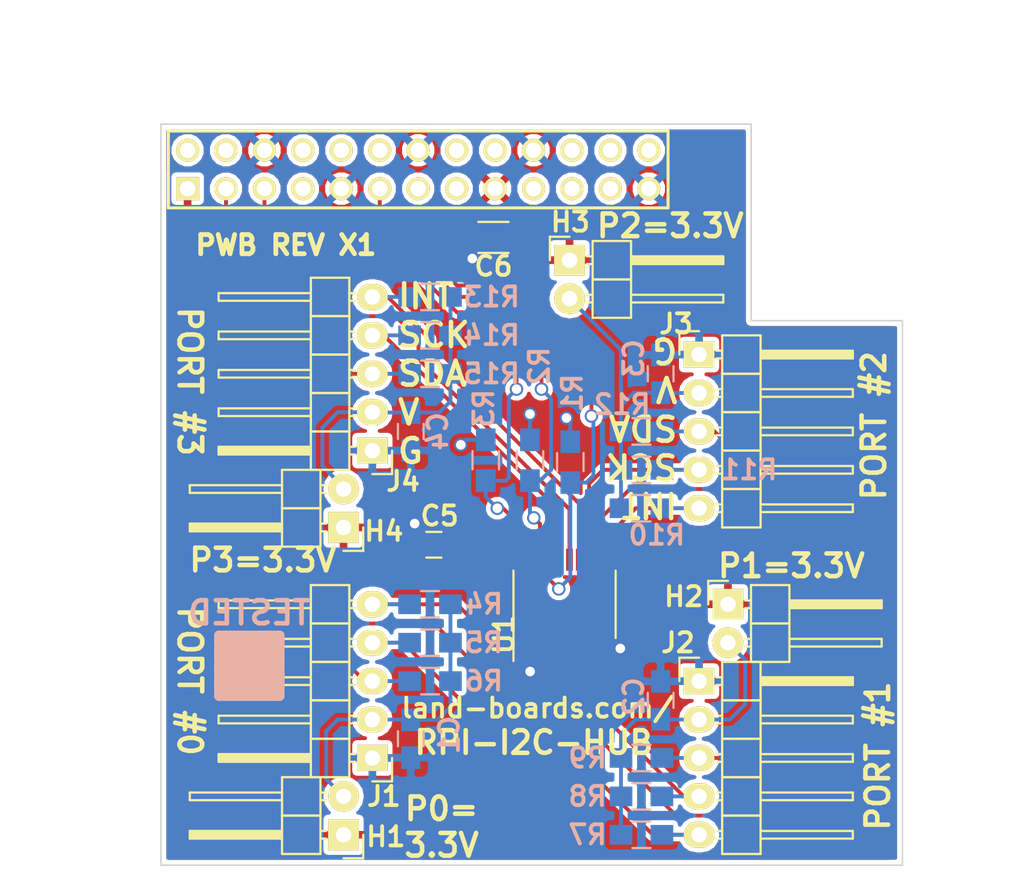
<source format=kicad_pcb>
(kicad_pcb (version 4) (host pcbnew "(after 2015-mar-04 BZR unknown)-product")

  (general
    (links 79)
    (no_connects 0)
    (area -10.999999 -7.85 61 51.246)
    (thickness 1.6)
    (drawings 24)
    (tracks 214)
    (zones 0)
    (modules 32)
    (nets 22)
  )

  (page A3)
  (layers
    (0 F.Cu signal)
    (31 B.Cu signal)
    (36 B.SilkS user hide)
    (37 F.SilkS user hide)
    (38 B.Mask user)
    (39 F.Mask user)
    (40 Dwgs.User user)
    (42 Eco1.User user)
    (44 Edge.Cuts user)
  )

  (setup
    (last_trace_width 0.254)
    (user_trace_width 0.2032)
    (user_trace_width 0.254)
    (user_trace_width 0.635)
    (trace_clearance 0.254)
    (zone_clearance 0.3048)
    (zone_45_only no)
    (trace_min 0.2032)
    (segment_width 0.2)
    (edge_width 0.1)
    (via_size 0.889)
    (via_drill 0.635)
    (via_min_size 0.889)
    (via_min_drill 0.508)
    (uvia_size 0.508)
    (uvia_drill 0.127)
    (uvias_allowed no)
    (uvia_min_size 0.508)
    (uvia_min_drill 0.127)
    (pcb_text_width 0.3)
    (pcb_text_size 1.5 1.5)
    (mod_edge_width 0.15)
    (mod_text_size 1.27 1.27)
    (mod_text_width 0.254)
    (pad_size 1.524 1.524)
    (pad_drill 1.016)
    (pad_to_mask_clearance 0)
    (aux_axis_origin 0 0)
    (visible_elements 7FFFFF7F)
    (pcbplotparams
      (layerselection 0x010f0_80000001)
      (usegerberextensions true)
      (excludeedgelayer true)
      (linewidth 0.150000)
      (plotframeref false)
      (viasonmask false)
      (mode 1)
      (useauxorigin false)
      (hpglpennumber 1)
      (hpglpenspeed 20)
      (hpglpendiameter 15)
      (hpglpenoverlay 2)
      (psnegative false)
      (psa4output false)
      (plotreference true)
      (plotvalue true)
      (plotinvisibletext false)
      (padsonsilk false)
      (subtractmaskfromsilk false)
      (outputformat 1)
      (mirror false)
      (drillshape 0)
      (scaleselection 1)
      (outputdirectory plots/))
  )

  (net 0 "")
  (net 1 /SCLK1)
  (net 2 /SDA1)
  (net 3 GND)
  (net 4 "Net-(J1-Pad3)")
  (net 5 "Net-(J1-Pad4)")
  (net 6 /~I0)
  (net 7 "Net-(J2-Pad3)")
  (net 8 "Net-(J2-Pad4)")
  (net 9 /~I1)
  (net 10 "Net-(J3-Pad3)")
  (net 11 "Net-(J3-Pad4)")
  (net 12 /~I2)
  (net 13 /~I3)
  (net 14 /IO_17)
  (net 15 "Net-(C1-Pad1)")
  (net 16 +3.3V)
  (net 17 "Net-(C3-Pad1)")
  (net 18 "Net-(C4-Pad1)")
  (net 19 "Net-(J4-Pad3)")
  (net 20 "Net-(J4-Pad4)")
  (net 21 "Net-(C2-Pad1)")

  (net_class Default "This is the default net class."
    (clearance 0.254)
    (trace_width 0.254)
    (via_dia 0.889)
    (via_drill 0.635)
    (uvia_dia 0.508)
    (uvia_drill 0.127)
    (add_net +3.3V)
    (add_net /IO_17)
    (add_net /SCLK1)
    (add_net /SDA1)
    (add_net /~I0)
    (add_net /~I1)
    (add_net /~I2)
    (add_net /~I3)
    (add_net GND)
    (add_net "Net-(C1-Pad1)")
    (add_net "Net-(C2-Pad1)")
    (add_net "Net-(C3-Pad1)")
    (add_net "Net-(C4-Pad1)")
    (add_net "Net-(J1-Pad3)")
    (add_net "Net-(J1-Pad4)")
    (add_net "Net-(J2-Pad3)")
    (add_net "Net-(J2-Pad4)")
    (add_net "Net-(J3-Pad3)")
    (add_net "Net-(J3-Pad4)")
    (add_net "Net-(J4-Pad3)")
    (add_net "Net-(J4-Pad4)")
  )

  (net_class POWER025 ""
    (clearance 0.381)
    (trace_width 0.635)
    (via_dia 0.889)
    (via_drill 0.635)
    (uvia_dia 0.508)
    (uvia_drill 0.127)
  )

  (module pin_array_13x2 (layer F.Cu) (tedit 54774C35) (tstamp 53531AA9)
    (at 17 3)
    (descr "2 x 13 pins connector")
    (tags CONN)
    (path /53B16746)
    (fp_text reference P1 (at -15.312 3.512) (layer F.SilkS) hide
      (effects (font (size 1.27 1.27) (thickness 0.254)))
    )
    (fp_text value RASPIO (at 7.62 -3.81) (layer F.SilkS) hide
      (effects (font (size 1.016 1.016) (thickness 0.2032)))
    )
    (fp_line (start -16.51 2.54) (end 16.51 2.54) (layer F.SilkS) (width 0.2032))
    (fp_line (start 16.51 -2.54) (end -16.51 -2.54) (layer F.SilkS) (width 0.2032))
    (fp_line (start -16.51 -2.54) (end -16.51 2.54) (layer F.SilkS) (width 0.2032))
    (fp_line (start 16.51 2.54) (end 16.51 -2.54) (layer F.SilkS) (width 0.2032))
    (pad 1 thru_hole rect (at -15.24 1.27) (size 1.524 1.524) (drill 1.016) (layers *.Cu *.Mask F.SilkS)
      (net 16 +3.3V))
    (pad 2 thru_hole circle (at -15.24 -1.27) (size 1.524 1.524) (drill 1.016) (layers *.Cu *.Mask F.SilkS))
    (pad 3 thru_hole circle (at -12.7 1.27) (size 1.524 1.524) (drill 1.016) (layers *.Cu *.Mask F.SilkS)
      (net 2 /SDA1))
    (pad 4 thru_hole circle (at -12.7 -1.27) (size 1.524 1.524) (drill 1.016) (layers *.Cu *.Mask F.SilkS))
    (pad 5 thru_hole circle (at -10.16 1.27) (size 1.524 1.524) (drill 1.016) (layers *.Cu *.Mask F.SilkS)
      (net 1 /SCLK1))
    (pad 6 thru_hole circle (at -10.16 -1.27) (size 1.524 1.524) (drill 1.016) (layers *.Cu *.Mask F.SilkS)
      (net 3 GND))
    (pad 7 thru_hole circle (at -7.62 1.27) (size 1.524 1.524) (drill 1.016) (layers *.Cu *.Mask F.SilkS))
    (pad 8 thru_hole circle (at -7.62 -1.27) (size 1.524 1.524) (drill 1.016) (layers *.Cu *.Mask F.SilkS))
    (pad 9 thru_hole circle (at -5.08 1.27) (size 1.524 1.524) (drill 1.016) (layers *.Cu *.Mask F.SilkS)
      (net 3 GND))
    (pad 10 thru_hole circle (at -5.08 -1.27) (size 1.524 1.524) (drill 1.016) (layers *.Cu *.Mask F.SilkS))
    (pad 11 thru_hole circle (at -2.54 1.27) (size 1.524 1.524) (drill 1.016) (layers *.Cu *.Mask F.SilkS)
      (net 14 /IO_17))
    (pad 12 thru_hole circle (at -2.54 -1.27) (size 1.524 1.524) (drill 1.016) (layers *.Cu *.Mask F.SilkS))
    (pad 13 thru_hole circle (at 0 1.27) (size 1.524 1.524) (drill 1.016) (layers *.Cu *.Mask F.SilkS))
    (pad 14 thru_hole circle (at 0 -1.27) (size 1.524 1.524) (drill 1.016) (layers *.Cu *.Mask F.SilkS)
      (net 3 GND))
    (pad 15 thru_hole circle (at 2.54 1.27) (size 1.524 1.524) (drill 1.016) (layers *.Cu *.Mask F.SilkS))
    (pad 16 thru_hole circle (at 2.54 -1.27) (size 1.524 1.524) (drill 1.016) (layers *.Cu *.Mask F.SilkS))
    (pad 17 thru_hole circle (at 5.08 1.27) (size 1.524 1.524) (drill 1.016) (layers *.Cu *.Mask F.SilkS)
      (net 16 +3.3V))
    (pad 18 thru_hole circle (at 5.08 -1.27) (size 1.524 1.524) (drill 1.016) (layers *.Cu *.Mask F.SilkS))
    (pad 19 thru_hole circle (at 7.62 1.27) (size 1.524 1.524) (drill 1.016) (layers *.Cu *.Mask F.SilkS))
    (pad 20 thru_hole circle (at 7.62 -1.27) (size 1.524 1.524) (drill 1.016) (layers *.Cu *.Mask F.SilkS)
      (net 3 GND))
    (pad 21 thru_hole circle (at 10.16 1.27) (size 1.524 1.524) (drill 1.016) (layers *.Cu *.Mask F.SilkS))
    (pad 22 thru_hole circle (at 10.16 -1.27) (size 1.524 1.524) (drill 1.016) (layers *.Cu *.Mask F.SilkS))
    (pad 23 thru_hole circle (at 12.7 1.27) (size 1.524 1.524) (drill 1.016) (layers *.Cu *.Mask F.SilkS))
    (pad 24 thru_hole circle (at 12.7 -1.27) (size 1.524 1.524) (drill 1.016) (layers *.Cu *.Mask F.SilkS))
    (pad 25 thru_hole circle (at 15.24 1.27) (size 1.524 1.524) (drill 1.016) (layers *.Cu *.Mask F.SilkS)
      (net 3 GND))
    (pad 26 thru_hole circle (at 15.24 -1.27) (size 1.524 1.524) (drill 1.016) (layers *.Cu *.Mask F.SilkS))
    (model pin_array/pins_array_13x2.wrl
      (at (xyz 0 0 0))
      (scale (xyz 1 1 1))
      (rotate (xyz 0 0 0))
    )
  )

  (module Resistors_SMD:R_0805_HandSoldering (layer B.Cu) (tedit 55C4D25F) (tstamp 55C243EA)
    (at 27.051 22.352 270)
    (descr "Resistor SMD 0805, hand soldering")
    (tags "resistor 0805")
    (path /55C26277)
    (attr smd)
    (fp_text reference R1 (at -4.572 -0.127 270) (layer B.SilkS)
      (effects (font (size 1.27 1.27) (thickness 0.254)) (justify mirror))
    )
    (fp_text value 3.3K (at 0 -2.1 270) (layer B.SilkS) hide
      (effects (font (size 1 1) (thickness 0.15)) (justify mirror))
    )
    (fp_line (start -2.4 1) (end 2.4 1) (layer B.CrtYd) (width 0.05))
    (fp_line (start -2.4 -1) (end 2.4 -1) (layer B.CrtYd) (width 0.05))
    (fp_line (start -2.4 1) (end -2.4 -1) (layer B.CrtYd) (width 0.05))
    (fp_line (start 2.4 1) (end 2.4 -1) (layer B.CrtYd) (width 0.05))
    (fp_line (start 0.6 -0.875) (end -0.6 -0.875) (layer B.SilkS) (width 0.15))
    (fp_line (start -0.6 0.875) (end 0.6 0.875) (layer B.SilkS) (width 0.15))
    (pad 1 smd rect (at -1.35 0 270) (size 1.5 1.3) (layers B.Cu B.Mask)
      (net 16 +3.3V))
    (pad 2 smd rect (at 1.35 0 270) (size 1.5 1.3) (layers B.Cu B.Mask)
      (net 14 /IO_17))
    (model Resistors_SMD.3dshapes/R_0805_HandSoldering.wrl
      (at (xyz 0 0 0))
      (scale (xyz 1 1 1))
      (rotate (xyz 0 0 0))
    )
  )

  (module Resistors_SMD:R_0805_HandSoldering (layer B.Cu) (tedit 55C4D0F6) (tstamp 55C243F5)
    (at 24.384 22.225 270)
    (descr "Resistor SMD 0805, hand soldering")
    (tags "resistor 0805")
    (path /55C26270)
    (attr smd)
    (fp_text reference R2 (at -6.225 -0.616 270) (layer B.SilkS)
      (effects (font (size 1.27 1.27) (thickness 0.254)) (justify mirror))
    )
    (fp_text value 3.3K (at 0 -2.1 270) (layer B.SilkS) hide
      (effects (font (size 1 1) (thickness 0.15)) (justify mirror))
    )
    (fp_line (start -2.4 1) (end 2.4 1) (layer B.CrtYd) (width 0.05))
    (fp_line (start -2.4 -1) (end 2.4 -1) (layer B.CrtYd) (width 0.05))
    (fp_line (start -2.4 1) (end -2.4 -1) (layer B.CrtYd) (width 0.05))
    (fp_line (start 2.4 1) (end 2.4 -1) (layer B.CrtYd) (width 0.05))
    (fp_line (start 0.6 -0.875) (end -0.6 -0.875) (layer B.SilkS) (width 0.15))
    (fp_line (start -0.6 0.875) (end 0.6 0.875) (layer B.SilkS) (width 0.15))
    (pad 1 smd rect (at -1.35 0 270) (size 1.5 1.3) (layers B.Cu B.Mask)
      (net 16 +3.3V))
    (pad 2 smd rect (at 1.35 0 270) (size 1.5 1.3) (layers B.Cu B.Mask)
      (net 1 /SCLK1))
    (model Resistors_SMD.3dshapes/R_0805_HandSoldering.wrl
      (at (xyz 0 0 0))
      (scale (xyz 1 1 1))
      (rotate (xyz 0 0 0))
    )
  )

  (module Resistors_SMD:R_0805_HandSoldering (layer B.Cu) (tedit 55C4D257) (tstamp 55C2440B)
    (at 21.463 22.225 270)
    (descr "Resistor SMD 0805, hand soldering")
    (tags "resistor 0805")
    (path /55C26269)
    (attr smd)
    (fp_text reference R3 (at -3.429 0.127 270) (layer B.SilkS)
      (effects (font (size 1.27 1.27) (thickness 0.254)) (justify mirror))
    )
    (fp_text value 3.3K (at 0 -2.1 270) (layer B.SilkS) hide
      (effects (font (size 1 1) (thickness 0.15)) (justify mirror))
    )
    (fp_line (start -2.4 1) (end 2.4 1) (layer B.CrtYd) (width 0.05))
    (fp_line (start -2.4 -1) (end 2.4 -1) (layer B.CrtYd) (width 0.05))
    (fp_line (start -2.4 1) (end -2.4 -1) (layer B.CrtYd) (width 0.05))
    (fp_line (start 2.4 1) (end 2.4 -1) (layer B.CrtYd) (width 0.05))
    (fp_line (start 0.6 -0.875) (end -0.6 -0.875) (layer B.SilkS) (width 0.15))
    (fp_line (start -0.6 0.875) (end 0.6 0.875) (layer B.SilkS) (width 0.15))
    (pad 1 smd rect (at -1.35 0 270) (size 1.5 1.3) (layers B.Cu B.Mask)
      (net 16 +3.3V))
    (pad 2 smd rect (at 1.35 0 270) (size 1.5 1.3) (layers B.Cu B.Mask)
      (net 2 /SDA1))
    (model Resistors_SMD.3dshapes/R_0805_HandSoldering.wrl
      (at (xyz 0 0 0))
      (scale (xyz 1 1 1))
      (rotate (xyz 0 0 0))
    )
  )

  (module Resistors_SMD:R_0805_HandSoldering (layer B.Cu) (tedit 55C4D2D3) (tstamp 55C24417)
    (at 17.78 31.75 180)
    (descr "Resistor SMD 0805, hand soldering")
    (tags "resistor 0805")
    (path /55C2632E)
    (attr smd)
    (fp_text reference R4 (at -3.556 0 180) (layer B.SilkS)
      (effects (font (size 1.27 1.27) (thickness 0.254)) (justify mirror))
    )
    (fp_text value 3.3K (at 0 -2.1 180) (layer B.SilkS) hide
      (effects (font (size 1 1) (thickness 0.15)) (justify mirror))
    )
    (fp_line (start -2.4 1) (end 2.4 1) (layer B.CrtYd) (width 0.05))
    (fp_line (start -2.4 -1) (end 2.4 -1) (layer B.CrtYd) (width 0.05))
    (fp_line (start -2.4 1) (end -2.4 -1) (layer B.CrtYd) (width 0.05))
    (fp_line (start 2.4 1) (end 2.4 -1) (layer B.CrtYd) (width 0.05))
    (fp_line (start 0.6 -0.875) (end -0.6 -0.875) (layer B.SilkS) (width 0.15))
    (fp_line (start -0.6 0.875) (end 0.6 0.875) (layer B.SilkS) (width 0.15))
    (pad 1 smd rect (at -1.35 0 180) (size 1.5 1.3) (layers B.Cu B.Mask)
      (net 15 "Net-(C1-Pad1)"))
    (pad 2 smd rect (at 1.35 0 180) (size 1.5 1.3) (layers B.Cu B.Mask)
      (net 6 /~I0))
    (model Resistors_SMD.3dshapes/R_0805_HandSoldering.wrl
      (at (xyz 0 0 0))
      (scale (xyz 1 1 1))
      (rotate (xyz 0 0 0))
    )
  )

  (module Resistors_SMD:R_0805_HandSoldering (layer B.Cu) (tedit 55C4D2DA) (tstamp 55C24423)
    (at 31.75 46.99)
    (descr "Resistor SMD 0805, hand soldering")
    (tags "resistor 0805")
    (path /55C26343)
    (attr smd)
    (fp_text reference R7 (at -3.556 0) (layer B.SilkS)
      (effects (font (size 1.27 1.27) (thickness 0.254)) (justify mirror))
    )
    (fp_text value 3.3K (at 0 -2.1) (layer B.SilkS) hide
      (effects (font (size 1 1) (thickness 0.15)) (justify mirror))
    )
    (fp_line (start -2.4 1) (end 2.4 1) (layer B.CrtYd) (width 0.05))
    (fp_line (start -2.4 -1) (end 2.4 -1) (layer B.CrtYd) (width 0.05))
    (fp_line (start -2.4 1) (end -2.4 -1) (layer B.CrtYd) (width 0.05))
    (fp_line (start 2.4 1) (end 2.4 -1) (layer B.CrtYd) (width 0.05))
    (fp_line (start 0.6 -0.875) (end -0.6 -0.875) (layer B.SilkS) (width 0.15))
    (fp_line (start -0.6 0.875) (end 0.6 0.875) (layer B.SilkS) (width 0.15))
    (pad 1 smd rect (at -1.35 0) (size 1.5 1.3) (layers B.Cu B.Mask)
      (net 21 "Net-(C2-Pad1)"))
    (pad 2 smd rect (at 1.35 0) (size 1.5 1.3) (layers B.Cu B.Mask)
      (net 9 /~I1))
    (model Resistors_SMD.3dshapes/R_0805_HandSoldering.wrl
      (at (xyz 0 0 0))
      (scale (xyz 1 1 1))
      (rotate (xyz 0 0 0))
    )
  )

  (module Resistors_SMD:R_0805_HandSoldering (layer B.Cu) (tedit 55C4D31D) (tstamp 55C2442F)
    (at 31.75 25.4)
    (descr "Resistor SMD 0805, hand soldering")
    (tags "resistor 0805")
    (path /55C26358)
    (attr smd)
    (fp_text reference R10 (at 1.016 1.778) (layer B.SilkS)
      (effects (font (size 1.27 1.27) (thickness 0.254)) (justify mirror))
    )
    (fp_text value 3.3K (at 0 -2.1) (layer B.SilkS) hide
      (effects (font (size 1 1) (thickness 0.15)) (justify mirror))
    )
    (fp_line (start -2.4 1) (end 2.4 1) (layer B.CrtYd) (width 0.05))
    (fp_line (start -2.4 -1) (end 2.4 -1) (layer B.CrtYd) (width 0.05))
    (fp_line (start -2.4 1) (end -2.4 -1) (layer B.CrtYd) (width 0.05))
    (fp_line (start 2.4 1) (end 2.4 -1) (layer B.CrtYd) (width 0.05))
    (fp_line (start 0.6 -0.875) (end -0.6 -0.875) (layer B.SilkS) (width 0.15))
    (fp_line (start -0.6 0.875) (end 0.6 0.875) (layer B.SilkS) (width 0.15))
    (pad 1 smd rect (at -1.35 0) (size 1.5 1.3) (layers B.Cu B.Mask)
      (net 17 "Net-(C3-Pad1)"))
    (pad 2 smd rect (at 1.35 0) (size 1.5 1.3) (layers B.Cu B.Mask)
      (net 12 /~I2))
    (model Resistors_SMD.3dshapes/R_0805_HandSoldering.wrl
      (at (xyz 0 0 0))
      (scale (xyz 1 1 1))
      (rotate (xyz 0 0 0))
    )
  )

  (module Resistors_SMD:R_0805_HandSoldering (layer B.Cu) (tedit 55C4D281) (tstamp 55C2443B)
    (at 17.78 11.43 180)
    (descr "Resistor SMD 0805, hand soldering")
    (tags "resistor 0805")
    (path /55C2636D)
    (attr smd)
    (fp_text reference R13 (at -4.064 0 180) (layer B.SilkS)
      (effects (font (size 1.27 1.27) (thickness 0.254)) (justify mirror))
    )
    (fp_text value 3.3K (at 0 -2.1 180) (layer B.SilkS) hide
      (effects (font (size 1 1) (thickness 0.15)) (justify mirror))
    )
    (fp_line (start -2.4 1) (end 2.4 1) (layer B.CrtYd) (width 0.05))
    (fp_line (start -2.4 -1) (end 2.4 -1) (layer B.CrtYd) (width 0.05))
    (fp_line (start -2.4 1) (end -2.4 -1) (layer B.CrtYd) (width 0.05))
    (fp_line (start 2.4 1) (end 2.4 -1) (layer B.CrtYd) (width 0.05))
    (fp_line (start 0.6 -0.875) (end -0.6 -0.875) (layer B.SilkS) (width 0.15))
    (fp_line (start -0.6 0.875) (end 0.6 0.875) (layer B.SilkS) (width 0.15))
    (pad 1 smd rect (at -1.35 0 180) (size 1.5 1.3) (layers B.Cu B.Mask)
      (net 18 "Net-(C4-Pad1)"))
    (pad 2 smd rect (at 1.35 0 180) (size 1.5 1.3) (layers B.Cu B.Mask)
      (net 13 /~I3))
    (model Resistors_SMD.3dshapes/R_0805_HandSoldering.wrl
      (at (xyz 0 0 0))
      (scale (xyz 1 1 1))
      (rotate (xyz 0 0 0))
    )
  )

  (module Resistors_SMD:R_0805_HandSoldering (layer B.Cu) (tedit 55C4D181) (tstamp 55C24447)
    (at 17.78 34.29 180)
    (descr "Resistor SMD 0805, hand soldering")
    (tags "resistor 0805")
    (path /55C26327)
    (attr smd)
    (fp_text reference R5 (at -3.556 0 180) (layer B.SilkS)
      (effects (font (size 1.27 1.27) (thickness 0.254)) (justify mirror))
    )
    (fp_text value 3.3K (at 0 -2.1 180) (layer B.SilkS) hide
      (effects (font (size 1 1) (thickness 0.15)) (justify mirror))
    )
    (fp_line (start -2.4 1) (end 2.4 1) (layer B.CrtYd) (width 0.05))
    (fp_line (start -2.4 -1) (end 2.4 -1) (layer B.CrtYd) (width 0.05))
    (fp_line (start -2.4 1) (end -2.4 -1) (layer B.CrtYd) (width 0.05))
    (fp_line (start 2.4 1) (end 2.4 -1) (layer B.CrtYd) (width 0.05))
    (fp_line (start 0.6 -0.875) (end -0.6 -0.875) (layer B.SilkS) (width 0.15))
    (fp_line (start -0.6 0.875) (end 0.6 0.875) (layer B.SilkS) (width 0.15))
    (pad 1 smd rect (at -1.35 0 180) (size 1.5 1.3) (layers B.Cu B.Mask)
      (net 15 "Net-(C1-Pad1)"))
    (pad 2 smd rect (at 1.35 0 180) (size 1.5 1.3) (layers B.Cu B.Mask)
      (net 5 "Net-(J1-Pad4)"))
    (model Resistors_SMD.3dshapes/R_0805_HandSoldering.wrl
      (at (xyz 0 0 0))
      (scale (xyz 1 1 1))
      (rotate (xyz 0 0 0))
    )
  )

  (module Resistors_SMD:R_0805_HandSoldering (layer B.Cu) (tedit 55C4D2DE) (tstamp 55C24453)
    (at 31.75 44.45)
    (descr "Resistor SMD 0805, hand soldering")
    (tags "resistor 0805")
    (path /55C2633C)
    (attr smd)
    (fp_text reference R8 (at -3.556 0) (layer B.SilkS)
      (effects (font (size 1.27 1.27) (thickness 0.254)) (justify mirror))
    )
    (fp_text value 3.3K (at 0 -2.1) (layer B.SilkS) hide
      (effects (font (size 1 1) (thickness 0.15)) (justify mirror))
    )
    (fp_line (start -2.4 1) (end 2.4 1) (layer B.CrtYd) (width 0.05))
    (fp_line (start -2.4 -1) (end 2.4 -1) (layer B.CrtYd) (width 0.05))
    (fp_line (start -2.4 1) (end -2.4 -1) (layer B.CrtYd) (width 0.05))
    (fp_line (start 2.4 1) (end 2.4 -1) (layer B.CrtYd) (width 0.05))
    (fp_line (start 0.6 -0.875) (end -0.6 -0.875) (layer B.SilkS) (width 0.15))
    (fp_line (start -0.6 0.875) (end 0.6 0.875) (layer B.SilkS) (width 0.15))
    (pad 1 smd rect (at -1.35 0) (size 1.5 1.3) (layers B.Cu B.Mask)
      (net 21 "Net-(C2-Pad1)"))
    (pad 2 smd rect (at 1.35 0) (size 1.5 1.3) (layers B.Cu B.Mask)
      (net 8 "Net-(J2-Pad4)"))
    (model Resistors_SMD.3dshapes/R_0805_HandSoldering.wrl
      (at (xyz 0 0 0))
      (scale (xyz 1 1 1))
      (rotate (xyz 0 0 0))
    )
  )

  (module Resistors_SMD:R_0805_HandSoldering (layer B.Cu) (tedit 55C4D30B) (tstamp 55C2445F)
    (at 31.75 22.86)
    (descr "Resistor SMD 0805, hand soldering")
    (tags "resistor 0805")
    (path /55C26351)
    (attr smd)
    (fp_text reference R11 (at 7.112 0) (layer B.SilkS)
      (effects (font (size 1.27 1.27) (thickness 0.254)) (justify mirror))
    )
    (fp_text value 3.3K (at 0 -2.1) (layer B.SilkS) hide
      (effects (font (size 1 1) (thickness 0.15)) (justify mirror))
    )
    (fp_line (start -2.4 1) (end 2.4 1) (layer B.CrtYd) (width 0.05))
    (fp_line (start -2.4 -1) (end 2.4 -1) (layer B.CrtYd) (width 0.05))
    (fp_line (start -2.4 1) (end -2.4 -1) (layer B.CrtYd) (width 0.05))
    (fp_line (start 2.4 1) (end 2.4 -1) (layer B.CrtYd) (width 0.05))
    (fp_line (start 0.6 -0.875) (end -0.6 -0.875) (layer B.SilkS) (width 0.15))
    (fp_line (start -0.6 0.875) (end 0.6 0.875) (layer B.SilkS) (width 0.15))
    (pad 1 smd rect (at -1.35 0) (size 1.5 1.3) (layers B.Cu B.Mask)
      (net 17 "Net-(C3-Pad1)"))
    (pad 2 smd rect (at 1.35 0) (size 1.5 1.3) (layers B.Cu B.Mask)
      (net 11 "Net-(J3-Pad4)"))
    (model Resistors_SMD.3dshapes/R_0805_HandSoldering.wrl
      (at (xyz 0 0 0))
      (scale (xyz 1 1 1))
      (rotate (xyz 0 0 0))
    )
  )

  (module Resistors_SMD:R_0805_HandSoldering (layer B.Cu) (tedit 55C4D120) (tstamp 55C2446B)
    (at 17.78 13.97 180)
    (descr "Resistor SMD 0805, hand soldering")
    (tags "resistor 0805")
    (path /55C26366)
    (attr smd)
    (fp_text reference R14 (at -4.064 0 180) (layer B.SilkS)
      (effects (font (size 1.27 1.27) (thickness 0.254)) (justify mirror))
    )
    (fp_text value 3.3K (at 0 -2.1 180) (layer B.SilkS) hide
      (effects (font (size 1 1) (thickness 0.15)) (justify mirror))
    )
    (fp_line (start -2.4 1) (end 2.4 1) (layer B.CrtYd) (width 0.05))
    (fp_line (start -2.4 -1) (end 2.4 -1) (layer B.CrtYd) (width 0.05))
    (fp_line (start -2.4 1) (end -2.4 -1) (layer B.CrtYd) (width 0.05))
    (fp_line (start 2.4 1) (end 2.4 -1) (layer B.CrtYd) (width 0.05))
    (fp_line (start 0.6 -0.875) (end -0.6 -0.875) (layer B.SilkS) (width 0.15))
    (fp_line (start -0.6 0.875) (end 0.6 0.875) (layer B.SilkS) (width 0.15))
    (pad 1 smd rect (at -1.35 0 180) (size 1.5 1.3) (layers B.Cu B.Mask)
      (net 18 "Net-(C4-Pad1)"))
    (pad 2 smd rect (at 1.35 0 180) (size 1.5 1.3) (layers B.Cu B.Mask)
      (net 20 "Net-(J4-Pad4)"))
    (model Resistors_SMD.3dshapes/R_0805_HandSoldering.wrl
      (at (xyz 0 0 0))
      (scale (xyz 1 1 1))
      (rotate (xyz 0 0 0))
    )
  )

  (module Resistors_SMD:R_0805_HandSoldering (layer B.Cu) (tedit 55C4D2CF) (tstamp 55C24477)
    (at 17.78 36.83 180)
    (descr "Resistor SMD 0805, hand soldering")
    (tags "resistor 0805")
    (path /55C26320)
    (attr smd)
    (fp_text reference R6 (at -3.556 0 180) (layer B.SilkS)
      (effects (font (size 1.27 1.27) (thickness 0.254)) (justify mirror))
    )
    (fp_text value 3.3K (at 0 -2.1 180) (layer B.SilkS) hide
      (effects (font (size 1 1) (thickness 0.15)) (justify mirror))
    )
    (fp_line (start -2.4 1) (end 2.4 1) (layer B.CrtYd) (width 0.05))
    (fp_line (start -2.4 -1) (end 2.4 -1) (layer B.CrtYd) (width 0.05))
    (fp_line (start -2.4 1) (end -2.4 -1) (layer B.CrtYd) (width 0.05))
    (fp_line (start 2.4 1) (end 2.4 -1) (layer B.CrtYd) (width 0.05))
    (fp_line (start 0.6 -0.875) (end -0.6 -0.875) (layer B.SilkS) (width 0.15))
    (fp_line (start -0.6 0.875) (end 0.6 0.875) (layer B.SilkS) (width 0.15))
    (pad 1 smd rect (at -1.35 0 180) (size 1.5 1.3) (layers B.Cu B.Mask)
      (net 15 "Net-(C1-Pad1)"))
    (pad 2 smd rect (at 1.35 0 180) (size 1.5 1.3) (layers B.Cu B.Mask)
      (net 4 "Net-(J1-Pad3)"))
    (model Resistors_SMD.3dshapes/R_0805_HandSoldering.wrl
      (at (xyz 0 0 0))
      (scale (xyz 1 1 1))
      (rotate (xyz 0 0 0))
    )
  )

  (module Resistors_SMD:R_0805_HandSoldering (layer B.Cu) (tedit 55C4D2E2) (tstamp 55C24483)
    (at 31.75 41.91)
    (descr "Resistor SMD 0805, hand soldering")
    (tags "resistor 0805")
    (path /55C26335)
    (attr smd)
    (fp_text reference R9 (at -3.556 0) (layer B.SilkS)
      (effects (font (size 1.27 1.27) (thickness 0.254)) (justify mirror))
    )
    (fp_text value 3.3K (at 0 -2.1) (layer B.SilkS) hide
      (effects (font (size 1 1) (thickness 0.15)) (justify mirror))
    )
    (fp_line (start -2.4 1) (end 2.4 1) (layer B.CrtYd) (width 0.05))
    (fp_line (start -2.4 -1) (end 2.4 -1) (layer B.CrtYd) (width 0.05))
    (fp_line (start -2.4 1) (end -2.4 -1) (layer B.CrtYd) (width 0.05))
    (fp_line (start 2.4 1) (end 2.4 -1) (layer B.CrtYd) (width 0.05))
    (fp_line (start 0.6 -0.875) (end -0.6 -0.875) (layer B.SilkS) (width 0.15))
    (fp_line (start -0.6 0.875) (end 0.6 0.875) (layer B.SilkS) (width 0.15))
    (pad 1 smd rect (at -1.35 0) (size 1.5 1.3) (layers B.Cu B.Mask)
      (net 21 "Net-(C2-Pad1)"))
    (pad 2 smd rect (at 1.35 0) (size 1.5 1.3) (layers B.Cu B.Mask)
      (net 7 "Net-(J2-Pad3)"))
    (model Resistors_SMD.3dshapes/R_0805_HandSoldering.wrl
      (at (xyz 0 0 0))
      (scale (xyz 1 1 1))
      (rotate (xyz 0 0 0))
    )
  )

  (module Resistors_SMD:R_0805_HandSoldering (layer B.Cu) (tedit 55C4D334) (tstamp 55C2448F)
    (at 31.75 20.32)
    (descr "Resistor SMD 0805, hand soldering")
    (tags "resistor 0805")
    (path /55C2634A)
    (attr smd)
    (fp_text reference R12 (at -1.27 -1.778) (layer B.SilkS)
      (effects (font (size 1.27 1.27) (thickness 0.254)) (justify mirror))
    )
    (fp_text value 3.3K (at 0 -2.1) (layer B.SilkS) hide
      (effects (font (size 1 1) (thickness 0.15)) (justify mirror))
    )
    (fp_line (start -2.4 1) (end 2.4 1) (layer B.CrtYd) (width 0.05))
    (fp_line (start -2.4 -1) (end 2.4 -1) (layer B.CrtYd) (width 0.05))
    (fp_line (start -2.4 1) (end -2.4 -1) (layer B.CrtYd) (width 0.05))
    (fp_line (start 2.4 1) (end 2.4 -1) (layer B.CrtYd) (width 0.05))
    (fp_line (start 0.6 -0.875) (end -0.6 -0.875) (layer B.SilkS) (width 0.15))
    (fp_line (start -0.6 0.875) (end 0.6 0.875) (layer B.SilkS) (width 0.15))
    (pad 1 smd rect (at -1.35 0) (size 1.5 1.3) (layers B.Cu B.Mask)
      (net 17 "Net-(C3-Pad1)"))
    (pad 2 smd rect (at 1.35 0) (size 1.5 1.3) (layers B.Cu B.Mask)
      (net 10 "Net-(J3-Pad3)"))
    (model Resistors_SMD.3dshapes/R_0805_HandSoldering.wrl
      (at (xyz 0 0 0))
      (scale (xyz 1 1 1))
      (rotate (xyz 0 0 0))
    )
  )

  (module Resistors_SMD:R_0805_HandSoldering (layer B.Cu) (tedit 55C4D288) (tstamp 55C2449B)
    (at 17.78 16.51 180)
    (descr "Resistor SMD 0805, hand soldering")
    (tags "resistor 0805")
    (path /55C2635F)
    (attr smd)
    (fp_text reference R15 (at -4.064 0 180) (layer B.SilkS)
      (effects (font (size 1.27 1.27) (thickness 0.254)) (justify mirror))
    )
    (fp_text value 3.3K (at 0 -2.1 180) (layer B.SilkS) hide
      (effects (font (size 1 1) (thickness 0.15)) (justify mirror))
    )
    (fp_line (start -2.4 1) (end 2.4 1) (layer B.CrtYd) (width 0.05))
    (fp_line (start -2.4 -1) (end 2.4 -1) (layer B.CrtYd) (width 0.05))
    (fp_line (start -2.4 1) (end -2.4 -1) (layer B.CrtYd) (width 0.05))
    (fp_line (start 2.4 1) (end 2.4 -1) (layer B.CrtYd) (width 0.05))
    (fp_line (start 0.6 -0.875) (end -0.6 -0.875) (layer B.SilkS) (width 0.15))
    (fp_line (start -0.6 0.875) (end 0.6 0.875) (layer B.SilkS) (width 0.15))
    (pad 1 smd rect (at -1.35 0 180) (size 1.5 1.3) (layers B.Cu B.Mask)
      (net 18 "Net-(C4-Pad1)"))
    (pad 2 smd rect (at 1.35 0 180) (size 1.5 1.3) (layers B.Cu B.Mask)
      (net 19 "Net-(J4-Pad3)"))
    (model Resistors_SMD.3dshapes/R_0805_HandSoldering.wrl
      (at (xyz 0 0 0))
      (scale (xyz 1 1 1))
      (rotate (xyz 0 0 0))
    )
  )

  (module Housings_SSOP:TSSOP-20_4.4x6.5mm_Pitch0.65mm (layer F.Cu) (tedit 55C246EE) (tstamp 55C2449C)
    (at 26.67 31.75 90)
    (descr "20-Lead Plastic Thin Shrink Small Outline (ST)-4.4 mm Body [TSSOP] (see Microchip Packaging Specification 00000049BS.pdf)")
    (tags "SSOP 0.65")
    (path /55C26245)
    (clearance -0.002)
    (attr smd)
    (fp_text reference U1 (at -2 -4 90) (layer F.SilkS)
      (effects (font (size 1.27 1.27) (thickness 0.254)))
    )
    (fp_text value PCA9544A (at 0 4.3 90) (layer F.SilkS) hide
      (effects (font (size 1 1) (thickness 0.15)))
    )
    (fp_line (start -3.95 -3.55) (end -3.95 3.55) (layer F.CrtYd) (width 0.05))
    (fp_line (start 3.95 -3.55) (end 3.95 3.55) (layer F.CrtYd) (width 0.05))
    (fp_line (start -3.95 -3.55) (end 3.95 -3.55) (layer F.CrtYd) (width 0.05))
    (fp_line (start -3.95 3.55) (end 3.95 3.55) (layer F.CrtYd) (width 0.05))
    (fp_line (start -2.225 3.375) (end 2.225 3.375) (layer F.SilkS) (width 0.15))
    (fp_line (start -3.75 -3.375) (end 2.225 -3.375) (layer F.SilkS) (width 0.15))
    (pad 1 smd rect (at -2.95 -2.925 90) (size 1.45 0.45) (layers F.Cu F.Mask)
      (net 3 GND))
    (pad 2 smd rect (at -2.95 -2.275 90) (size 1.45 0.45) (layers F.Cu F.Mask)
      (net 3 GND))
    (pad 3 smd rect (at -2.95 -1.625 90) (size 1.45 0.45) (layers F.Cu F.Mask)
      (net 3 GND))
    (pad 4 smd rect (at -2.95 -0.975 90) (size 1.45 0.45) (layers F.Cu F.Mask)
      (net 6 /~I0))
    (pad 5 smd rect (at -2.95 -0.325 90) (size 1.45 0.45) (layers F.Cu F.Mask)
      (net 4 "Net-(J1-Pad3)"))
    (pad 6 smd rect (at -2.95 0.325 90) (size 1.45 0.45) (layers F.Cu F.Mask)
      (net 5 "Net-(J1-Pad4)"))
    (pad 7 smd rect (at -2.95 0.975 90) (size 1.45 0.45) (layers F.Cu F.Mask)
      (net 9 /~I1))
    (pad 8 smd rect (at -2.95 1.625 90) (size 1.45 0.45) (layers F.Cu F.Mask)
      (net 7 "Net-(J2-Pad3)"))
    (pad 9 smd rect (at -2.95 2.275 90) (size 1.45 0.45) (layers F.Cu F.Mask)
      (net 8 "Net-(J2-Pad4)"))
    (pad 10 smd rect (at -2.95 2.925 90) (size 1.45 0.45) (layers F.Cu F.Mask)
      (net 3 GND))
    (pad 11 smd rect (at 2.95 2.925 90) (size 1.45 0.45) (layers F.Cu F.Mask)
      (net 12 /~I2))
    (pad 12 smd rect (at 2.95 2.275 90) (size 1.45 0.45) (layers F.Cu F.Mask)
      (net 10 "Net-(J3-Pad3)"))
    (pad 13 smd rect (at 2.95 1.625 90) (size 1.45 0.45) (layers F.Cu F.Mask)
      (net 11 "Net-(J3-Pad4)"))
    (pad 14 smd rect (at 2.95 0.975 90) (size 1.45 0.45) (layers F.Cu F.Mask)
      (net 13 /~I3))
    (pad 15 smd rect (at 2.95 0.325 90) (size 1.45 0.45) (layers F.Cu F.Mask)
      (net 19 "Net-(J4-Pad3)"))
    (pad 16 smd rect (at 2.95 -0.325 90) (size 1.45 0.45) (layers F.Cu F.Mask)
      (net 20 "Net-(J4-Pad4)"))
    (pad 17 smd rect (at 2.95 -0.975 90) (size 1.45 0.45) (layers F.Cu F.Mask)
      (net 14 /IO_17))
    (pad 18 smd rect (at 2.95 -1.625 90) (size 1.45 0.45) (layers F.Cu F.Mask)
      (net 1 /SCLK1))
    (pad 19 smd rect (at 2.95 -2.275 90) (size 1.45 0.45) (layers F.Cu F.Mask)
      (net 2 /SDA1))
    (pad 20 smd rect (at 2.95 -2.925 90) (size 1.45 0.45) (layers F.Cu F.Mask)
      (net 16 +3.3V))
    (model Housings_SSOP.3dshapes/TSSOP-20_4.4x6.5mm_Pitch0.65mm.wrl
      (at (xyz 0 0 0))
      (scale (xyz 1 1 1))
      (rotate (xyz 0 0 0))
    )
  )

  (module Pin_Headers:Pin_Header_Angled_1x05 (layer F.Cu) (tedit 55C4D2BC) (tstamp 55C248C9)
    (at 13.97 41.91 180)
    (descr "Through hole pin header")
    (tags "pin header")
    (path /55C2628A)
    (fp_text reference J1 (at -0.762 -2.54 180) (layer F.SilkS)
      (effects (font (size 1.27 1.27) (thickness 0.254)))
    )
    (fp_text value I2CINT-5PIN (at 0 -3.1 180) (layer F.SilkS) hide
      (effects (font (size 1 1) (thickness 0.15)))
    )
    (fp_line (start -1.5 -1.75) (end -1.5 11.95) (layer F.CrtYd) (width 0.05))
    (fp_line (start 10.65 -1.75) (end 10.65 11.95) (layer F.CrtYd) (width 0.05))
    (fp_line (start -1.5 -1.75) (end 10.65 -1.75) (layer F.CrtYd) (width 0.05))
    (fp_line (start -1.5 11.95) (end 10.65 11.95) (layer F.CrtYd) (width 0.05))
    (fp_line (start -1.3 -1.55) (end -1.3 0) (layer F.SilkS) (width 0.15))
    (fp_line (start 0 -1.55) (end -1.3 -1.55) (layer F.SilkS) (width 0.15))
    (fp_line (start 4.191 -0.127) (end 10.033 -0.127) (layer F.SilkS) (width 0.15))
    (fp_line (start 10.033 -0.127) (end 10.033 0.127) (layer F.SilkS) (width 0.15))
    (fp_line (start 10.033 0.127) (end 4.191 0.127) (layer F.SilkS) (width 0.15))
    (fp_line (start 4.191 0.127) (end 4.191 0) (layer F.SilkS) (width 0.15))
    (fp_line (start 4.191 0) (end 10.033 0) (layer F.SilkS) (width 0.15))
    (fp_line (start 1.524 -0.254) (end 1.143 -0.254) (layer F.SilkS) (width 0.15))
    (fp_line (start 1.524 0.254) (end 1.143 0.254) (layer F.SilkS) (width 0.15))
    (fp_line (start 1.524 2.286) (end 1.143 2.286) (layer F.SilkS) (width 0.15))
    (fp_line (start 1.524 2.794) (end 1.143 2.794) (layer F.SilkS) (width 0.15))
    (fp_line (start 1.524 4.826) (end 1.143 4.826) (layer F.SilkS) (width 0.15))
    (fp_line (start 1.524 5.334) (end 1.143 5.334) (layer F.SilkS) (width 0.15))
    (fp_line (start 1.524 7.366) (end 1.143 7.366) (layer F.SilkS) (width 0.15))
    (fp_line (start 1.524 7.874) (end 1.143 7.874) (layer F.SilkS) (width 0.15))
    (fp_line (start 1.524 10.414) (end 1.143 10.414) (layer F.SilkS) (width 0.15))
    (fp_line (start 1.524 9.906) (end 1.143 9.906) (layer F.SilkS) (width 0.15))
    (fp_line (start 4.064 1.27) (end 4.064 -1.27) (layer F.SilkS) (width 0.15))
    (fp_line (start 10.16 0.254) (end 4.064 0.254) (layer F.SilkS) (width 0.15))
    (fp_line (start 10.16 -0.254) (end 10.16 0.254) (layer F.SilkS) (width 0.15))
    (fp_line (start 4.064 -0.254) (end 10.16 -0.254) (layer F.SilkS) (width 0.15))
    (fp_line (start 1.524 1.27) (end 4.064 1.27) (layer F.SilkS) (width 0.15))
    (fp_line (start 1.524 -1.27) (end 1.524 1.27) (layer F.SilkS) (width 0.15))
    (fp_line (start 1.524 -1.27) (end 4.064 -1.27) (layer F.SilkS) (width 0.15))
    (fp_line (start 1.524 3.81) (end 4.064 3.81) (layer F.SilkS) (width 0.15))
    (fp_line (start 1.524 3.81) (end 1.524 6.35) (layer F.SilkS) (width 0.15))
    (fp_line (start 1.524 6.35) (end 4.064 6.35) (layer F.SilkS) (width 0.15))
    (fp_line (start 4.064 4.826) (end 10.16 4.826) (layer F.SilkS) (width 0.15))
    (fp_line (start 10.16 4.826) (end 10.16 5.334) (layer F.SilkS) (width 0.15))
    (fp_line (start 10.16 5.334) (end 4.064 5.334) (layer F.SilkS) (width 0.15))
    (fp_line (start 4.064 6.35) (end 4.064 3.81) (layer F.SilkS) (width 0.15))
    (fp_line (start 4.064 3.81) (end 4.064 1.27) (layer F.SilkS) (width 0.15))
    (fp_line (start 10.16 2.794) (end 4.064 2.794) (layer F.SilkS) (width 0.15))
    (fp_line (start 10.16 2.286) (end 10.16 2.794) (layer F.SilkS) (width 0.15))
    (fp_line (start 4.064 2.286) (end 10.16 2.286) (layer F.SilkS) (width 0.15))
    (fp_line (start 1.524 3.81) (end 4.064 3.81) (layer F.SilkS) (width 0.15))
    (fp_line (start 1.524 1.27) (end 1.524 3.81) (layer F.SilkS) (width 0.15))
    (fp_line (start 1.524 1.27) (end 4.064 1.27) (layer F.SilkS) (width 0.15))
    (fp_line (start 1.524 8.89) (end 4.064 8.89) (layer F.SilkS) (width 0.15))
    (fp_line (start 1.524 8.89) (end 1.524 11.43) (layer F.SilkS) (width 0.15))
    (fp_line (start 1.524 11.43) (end 4.064 11.43) (layer F.SilkS) (width 0.15))
    (fp_line (start 4.064 9.906) (end 10.16 9.906) (layer F.SilkS) (width 0.15))
    (fp_line (start 10.16 9.906) (end 10.16 10.414) (layer F.SilkS) (width 0.15))
    (fp_line (start 10.16 10.414) (end 4.064 10.414) (layer F.SilkS) (width 0.15))
    (fp_line (start 4.064 11.43) (end 4.064 8.89) (layer F.SilkS) (width 0.15))
    (fp_line (start 4.064 8.89) (end 4.064 6.35) (layer F.SilkS) (width 0.15))
    (fp_line (start 10.16 7.874) (end 4.064 7.874) (layer F.SilkS) (width 0.15))
    (fp_line (start 10.16 7.366) (end 10.16 7.874) (layer F.SilkS) (width 0.15))
    (fp_line (start 4.064 7.366) (end 10.16 7.366) (layer F.SilkS) (width 0.15))
    (fp_line (start 1.524 8.89) (end 4.064 8.89) (layer F.SilkS) (width 0.15))
    (fp_line (start 1.524 6.35) (end 1.524 8.89) (layer F.SilkS) (width 0.15))
    (fp_line (start 1.524 6.35) (end 4.064 6.35) (layer F.SilkS) (width 0.15))
    (pad 1 thru_hole rect (at 0 0 180) (size 2.032 1.7272) (drill 1.016) (layers *.Cu *.Mask F.SilkS)
      (net 3 GND))
    (pad 2 thru_hole oval (at 0 2.54 180) (size 2.032 1.7272) (drill 1.016) (layers *.Cu *.Mask F.SilkS)
      (net 15 "Net-(C1-Pad1)"))
    (pad 3 thru_hole oval (at 0 5.08 180) (size 2.032 1.7272) (drill 1.016) (layers *.Cu *.Mask F.SilkS)
      (net 4 "Net-(J1-Pad3)"))
    (pad 4 thru_hole oval (at 0 7.62 180) (size 2.032 1.7272) (drill 1.016) (layers *.Cu *.Mask F.SilkS)
      (net 5 "Net-(J1-Pad4)"))
    (pad 5 thru_hole oval (at 0 10.16 180) (size 2.032 1.7272) (drill 1.016) (layers *.Cu *.Mask F.SilkS)
      (net 6 /~I0))
    (model Pin_Headers.3dshapes/Pin_Header_Angled_1x05.wrl
      (at (xyz 0 -0.2 0))
      (scale (xyz 1 1 1))
      (rotate (xyz 0 0 90))
    )
  )

  (module Pin_Headers:Pin_Header_Angled_1x05 (layer F.Cu) (tedit 55C4C683) (tstamp 55C24909)
    (at 35.56 36.83)
    (descr "Through hole pin header")
    (tags "pin header")
    (path /55C262A2)
    (fp_text reference J2 (at -1.397 -2.54) (layer F.SilkS)
      (effects (font (size 1.27 1.27) (thickness 0.254)))
    )
    (fp_text value I2CINT-5PIN (at 0 -3.1) (layer F.SilkS) hide
      (effects (font (size 1 1) (thickness 0.15)))
    )
    (fp_line (start -1.5 -1.75) (end -1.5 11.95) (layer F.CrtYd) (width 0.05))
    (fp_line (start 10.65 -1.75) (end 10.65 11.95) (layer F.CrtYd) (width 0.05))
    (fp_line (start -1.5 -1.75) (end 10.65 -1.75) (layer F.CrtYd) (width 0.05))
    (fp_line (start -1.5 11.95) (end 10.65 11.95) (layer F.CrtYd) (width 0.05))
    (fp_line (start -1.3 -1.55) (end -1.3 0) (layer F.SilkS) (width 0.15))
    (fp_line (start 0 -1.55) (end -1.3 -1.55) (layer F.SilkS) (width 0.15))
    (fp_line (start 4.191 -0.127) (end 10.033 -0.127) (layer F.SilkS) (width 0.15))
    (fp_line (start 10.033 -0.127) (end 10.033 0.127) (layer F.SilkS) (width 0.15))
    (fp_line (start 10.033 0.127) (end 4.191 0.127) (layer F.SilkS) (width 0.15))
    (fp_line (start 4.191 0.127) (end 4.191 0) (layer F.SilkS) (width 0.15))
    (fp_line (start 4.191 0) (end 10.033 0) (layer F.SilkS) (width 0.15))
    (fp_line (start 1.524 -0.254) (end 1.143 -0.254) (layer F.SilkS) (width 0.15))
    (fp_line (start 1.524 0.254) (end 1.143 0.254) (layer F.SilkS) (width 0.15))
    (fp_line (start 1.524 2.286) (end 1.143 2.286) (layer F.SilkS) (width 0.15))
    (fp_line (start 1.524 2.794) (end 1.143 2.794) (layer F.SilkS) (width 0.15))
    (fp_line (start 1.524 4.826) (end 1.143 4.826) (layer F.SilkS) (width 0.15))
    (fp_line (start 1.524 5.334) (end 1.143 5.334) (layer F.SilkS) (width 0.15))
    (fp_line (start 1.524 7.366) (end 1.143 7.366) (layer F.SilkS) (width 0.15))
    (fp_line (start 1.524 7.874) (end 1.143 7.874) (layer F.SilkS) (width 0.15))
    (fp_line (start 1.524 10.414) (end 1.143 10.414) (layer F.SilkS) (width 0.15))
    (fp_line (start 1.524 9.906) (end 1.143 9.906) (layer F.SilkS) (width 0.15))
    (fp_line (start 4.064 1.27) (end 4.064 -1.27) (layer F.SilkS) (width 0.15))
    (fp_line (start 10.16 0.254) (end 4.064 0.254) (layer F.SilkS) (width 0.15))
    (fp_line (start 10.16 -0.254) (end 10.16 0.254) (layer F.SilkS) (width 0.15))
    (fp_line (start 4.064 -0.254) (end 10.16 -0.254) (layer F.SilkS) (width 0.15))
    (fp_line (start 1.524 1.27) (end 4.064 1.27) (layer F.SilkS) (width 0.15))
    (fp_line (start 1.524 -1.27) (end 1.524 1.27) (layer F.SilkS) (width 0.15))
    (fp_line (start 1.524 -1.27) (end 4.064 -1.27) (layer F.SilkS) (width 0.15))
    (fp_line (start 1.524 3.81) (end 4.064 3.81) (layer F.SilkS) (width 0.15))
    (fp_line (start 1.524 3.81) (end 1.524 6.35) (layer F.SilkS) (width 0.15))
    (fp_line (start 1.524 6.35) (end 4.064 6.35) (layer F.SilkS) (width 0.15))
    (fp_line (start 4.064 4.826) (end 10.16 4.826) (layer F.SilkS) (width 0.15))
    (fp_line (start 10.16 4.826) (end 10.16 5.334) (layer F.SilkS) (width 0.15))
    (fp_line (start 10.16 5.334) (end 4.064 5.334) (layer F.SilkS) (width 0.15))
    (fp_line (start 4.064 6.35) (end 4.064 3.81) (layer F.SilkS) (width 0.15))
    (fp_line (start 4.064 3.81) (end 4.064 1.27) (layer F.SilkS) (width 0.15))
    (fp_line (start 10.16 2.794) (end 4.064 2.794) (layer F.SilkS) (width 0.15))
    (fp_line (start 10.16 2.286) (end 10.16 2.794) (layer F.SilkS) (width 0.15))
    (fp_line (start 4.064 2.286) (end 10.16 2.286) (layer F.SilkS) (width 0.15))
    (fp_line (start 1.524 3.81) (end 4.064 3.81) (layer F.SilkS) (width 0.15))
    (fp_line (start 1.524 1.27) (end 1.524 3.81) (layer F.SilkS) (width 0.15))
    (fp_line (start 1.524 1.27) (end 4.064 1.27) (layer F.SilkS) (width 0.15))
    (fp_line (start 1.524 8.89) (end 4.064 8.89) (layer F.SilkS) (width 0.15))
    (fp_line (start 1.524 8.89) (end 1.524 11.43) (layer F.SilkS) (width 0.15))
    (fp_line (start 1.524 11.43) (end 4.064 11.43) (layer F.SilkS) (width 0.15))
    (fp_line (start 4.064 9.906) (end 10.16 9.906) (layer F.SilkS) (width 0.15))
    (fp_line (start 10.16 9.906) (end 10.16 10.414) (layer F.SilkS) (width 0.15))
    (fp_line (start 10.16 10.414) (end 4.064 10.414) (layer F.SilkS) (width 0.15))
    (fp_line (start 4.064 11.43) (end 4.064 8.89) (layer F.SilkS) (width 0.15))
    (fp_line (start 4.064 8.89) (end 4.064 6.35) (layer F.SilkS) (width 0.15))
    (fp_line (start 10.16 7.874) (end 4.064 7.874) (layer F.SilkS) (width 0.15))
    (fp_line (start 10.16 7.366) (end 10.16 7.874) (layer F.SilkS) (width 0.15))
    (fp_line (start 4.064 7.366) (end 10.16 7.366) (layer F.SilkS) (width 0.15))
    (fp_line (start 1.524 8.89) (end 4.064 8.89) (layer F.SilkS) (width 0.15))
    (fp_line (start 1.524 6.35) (end 1.524 8.89) (layer F.SilkS) (width 0.15))
    (fp_line (start 1.524 6.35) (end 4.064 6.35) (layer F.SilkS) (width 0.15))
    (pad 1 thru_hole rect (at 0 0) (size 2.032 1.7272) (drill 1.016) (layers *.Cu *.Mask F.SilkS)
      (net 3 GND))
    (pad 2 thru_hole oval (at 0 2.54) (size 2.032 1.7272) (drill 1.016) (layers *.Cu *.Mask F.SilkS)
      (net 21 "Net-(C2-Pad1)"))
    (pad 3 thru_hole oval (at 0 5.08) (size 2.032 1.7272) (drill 1.016) (layers *.Cu *.Mask F.SilkS)
      (net 7 "Net-(J2-Pad3)"))
    (pad 4 thru_hole oval (at 0 7.62) (size 2.032 1.7272) (drill 1.016) (layers *.Cu *.Mask F.SilkS)
      (net 8 "Net-(J2-Pad4)"))
    (pad 5 thru_hole oval (at 0 10.16) (size 2.032 1.7272) (drill 1.016) (layers *.Cu *.Mask F.SilkS)
      (net 9 /~I1))
    (model Pin_Headers.3dshapes/Pin_Header_Angled_1x05.wrl
      (at (xyz 0 -0.2 0))
      (scale (xyz 1 1 1))
      (rotate (xyz 0 0 90))
    )
  )

  (module Pin_Headers:Pin_Header_Angled_1x05 (layer F.Cu) (tedit 55C4D32C) (tstamp 55C24949)
    (at 35.56 15.24)
    (descr "Through hole pin header")
    (tags "pin header")
    (path /55C262B9)
    (fp_text reference J3 (at -1.524 -2.032) (layer F.SilkS)
      (effects (font (size 1.27 1.27) (thickness 0.254)))
    )
    (fp_text value I2CINT-5PIN (at 0 -3.1) (layer F.SilkS) hide
      (effects (font (size 1 1) (thickness 0.15)))
    )
    (fp_line (start -1.5 -1.75) (end -1.5 11.95) (layer F.CrtYd) (width 0.05))
    (fp_line (start 10.65 -1.75) (end 10.65 11.95) (layer F.CrtYd) (width 0.05))
    (fp_line (start -1.5 -1.75) (end 10.65 -1.75) (layer F.CrtYd) (width 0.05))
    (fp_line (start -1.5 11.95) (end 10.65 11.95) (layer F.CrtYd) (width 0.05))
    (fp_line (start -1.3 -1.55) (end -1.3 0) (layer F.SilkS) (width 0.15))
    (fp_line (start 0 -1.55) (end -1.3 -1.55) (layer F.SilkS) (width 0.15))
    (fp_line (start 4.191 -0.127) (end 10.033 -0.127) (layer F.SilkS) (width 0.15))
    (fp_line (start 10.033 -0.127) (end 10.033 0.127) (layer F.SilkS) (width 0.15))
    (fp_line (start 10.033 0.127) (end 4.191 0.127) (layer F.SilkS) (width 0.15))
    (fp_line (start 4.191 0.127) (end 4.191 0) (layer F.SilkS) (width 0.15))
    (fp_line (start 4.191 0) (end 10.033 0) (layer F.SilkS) (width 0.15))
    (fp_line (start 1.524 -0.254) (end 1.143 -0.254) (layer F.SilkS) (width 0.15))
    (fp_line (start 1.524 0.254) (end 1.143 0.254) (layer F.SilkS) (width 0.15))
    (fp_line (start 1.524 2.286) (end 1.143 2.286) (layer F.SilkS) (width 0.15))
    (fp_line (start 1.524 2.794) (end 1.143 2.794) (layer F.SilkS) (width 0.15))
    (fp_line (start 1.524 4.826) (end 1.143 4.826) (layer F.SilkS) (width 0.15))
    (fp_line (start 1.524 5.334) (end 1.143 5.334) (layer F.SilkS) (width 0.15))
    (fp_line (start 1.524 7.366) (end 1.143 7.366) (layer F.SilkS) (width 0.15))
    (fp_line (start 1.524 7.874) (end 1.143 7.874) (layer F.SilkS) (width 0.15))
    (fp_line (start 1.524 10.414) (end 1.143 10.414) (layer F.SilkS) (width 0.15))
    (fp_line (start 1.524 9.906) (end 1.143 9.906) (layer F.SilkS) (width 0.15))
    (fp_line (start 4.064 1.27) (end 4.064 -1.27) (layer F.SilkS) (width 0.15))
    (fp_line (start 10.16 0.254) (end 4.064 0.254) (layer F.SilkS) (width 0.15))
    (fp_line (start 10.16 -0.254) (end 10.16 0.254) (layer F.SilkS) (width 0.15))
    (fp_line (start 4.064 -0.254) (end 10.16 -0.254) (layer F.SilkS) (width 0.15))
    (fp_line (start 1.524 1.27) (end 4.064 1.27) (layer F.SilkS) (width 0.15))
    (fp_line (start 1.524 -1.27) (end 1.524 1.27) (layer F.SilkS) (width 0.15))
    (fp_line (start 1.524 -1.27) (end 4.064 -1.27) (layer F.SilkS) (width 0.15))
    (fp_line (start 1.524 3.81) (end 4.064 3.81) (layer F.SilkS) (width 0.15))
    (fp_line (start 1.524 3.81) (end 1.524 6.35) (layer F.SilkS) (width 0.15))
    (fp_line (start 1.524 6.35) (end 4.064 6.35) (layer F.SilkS) (width 0.15))
    (fp_line (start 4.064 4.826) (end 10.16 4.826) (layer F.SilkS) (width 0.15))
    (fp_line (start 10.16 4.826) (end 10.16 5.334) (layer F.SilkS) (width 0.15))
    (fp_line (start 10.16 5.334) (end 4.064 5.334) (layer F.SilkS) (width 0.15))
    (fp_line (start 4.064 6.35) (end 4.064 3.81) (layer F.SilkS) (width 0.15))
    (fp_line (start 4.064 3.81) (end 4.064 1.27) (layer F.SilkS) (width 0.15))
    (fp_line (start 10.16 2.794) (end 4.064 2.794) (layer F.SilkS) (width 0.15))
    (fp_line (start 10.16 2.286) (end 10.16 2.794) (layer F.SilkS) (width 0.15))
    (fp_line (start 4.064 2.286) (end 10.16 2.286) (layer F.SilkS) (width 0.15))
    (fp_line (start 1.524 3.81) (end 4.064 3.81) (layer F.SilkS) (width 0.15))
    (fp_line (start 1.524 1.27) (end 1.524 3.81) (layer F.SilkS) (width 0.15))
    (fp_line (start 1.524 1.27) (end 4.064 1.27) (layer F.SilkS) (width 0.15))
    (fp_line (start 1.524 8.89) (end 4.064 8.89) (layer F.SilkS) (width 0.15))
    (fp_line (start 1.524 8.89) (end 1.524 11.43) (layer F.SilkS) (width 0.15))
    (fp_line (start 1.524 11.43) (end 4.064 11.43) (layer F.SilkS) (width 0.15))
    (fp_line (start 4.064 9.906) (end 10.16 9.906) (layer F.SilkS) (width 0.15))
    (fp_line (start 10.16 9.906) (end 10.16 10.414) (layer F.SilkS) (width 0.15))
    (fp_line (start 10.16 10.414) (end 4.064 10.414) (layer F.SilkS) (width 0.15))
    (fp_line (start 4.064 11.43) (end 4.064 8.89) (layer F.SilkS) (width 0.15))
    (fp_line (start 4.064 8.89) (end 4.064 6.35) (layer F.SilkS) (width 0.15))
    (fp_line (start 10.16 7.874) (end 4.064 7.874) (layer F.SilkS) (width 0.15))
    (fp_line (start 10.16 7.366) (end 10.16 7.874) (layer F.SilkS) (width 0.15))
    (fp_line (start 4.064 7.366) (end 10.16 7.366) (layer F.SilkS) (width 0.15))
    (fp_line (start 1.524 8.89) (end 4.064 8.89) (layer F.SilkS) (width 0.15))
    (fp_line (start 1.524 6.35) (end 1.524 8.89) (layer F.SilkS) (width 0.15))
    (fp_line (start 1.524 6.35) (end 4.064 6.35) (layer F.SilkS) (width 0.15))
    (pad 1 thru_hole rect (at 0 0) (size 2.032 1.7272) (drill 1.016) (layers *.Cu *.Mask F.SilkS)
      (net 3 GND))
    (pad 2 thru_hole oval (at 0 2.54) (size 2.032 1.7272) (drill 1.016) (layers *.Cu *.Mask F.SilkS)
      (net 17 "Net-(C3-Pad1)"))
    (pad 3 thru_hole oval (at 0 5.08) (size 2.032 1.7272) (drill 1.016) (layers *.Cu *.Mask F.SilkS)
      (net 10 "Net-(J3-Pad3)"))
    (pad 4 thru_hole oval (at 0 7.62) (size 2.032 1.7272) (drill 1.016) (layers *.Cu *.Mask F.SilkS)
      (net 11 "Net-(J3-Pad4)"))
    (pad 5 thru_hole oval (at 0 10.16) (size 2.032 1.7272) (drill 1.016) (layers *.Cu *.Mask F.SilkS)
      (net 12 /~I2))
    (model Pin_Headers.3dshapes/Pin_Header_Angled_1x05.wrl
      (at (xyz 0 -0.2 0))
      (scale (xyz 1 1 1))
      (rotate (xyz 0 0 90))
    )
  )

  (module Pin_Headers:Pin_Header_Angled_1x05 (layer F.Cu) (tedit 55C4C357) (tstamp 55C24989)
    (at 13.97 21.59 180)
    (descr "Through hole pin header")
    (tags "pin header")
    (path /55C262D0)
    (fp_text reference J4 (at -2.032 -2.032 180) (layer F.SilkS)
      (effects (font (size 1.27 1.27) (thickness 0.254)))
    )
    (fp_text value I2CINT-5PIN (at 0 -3.1 180) (layer F.SilkS) hide
      (effects (font (size 1 1) (thickness 0.15)))
    )
    (fp_line (start -1.5 -1.75) (end -1.5 11.95) (layer F.CrtYd) (width 0.05))
    (fp_line (start 10.65 -1.75) (end 10.65 11.95) (layer F.CrtYd) (width 0.05))
    (fp_line (start -1.5 -1.75) (end 10.65 -1.75) (layer F.CrtYd) (width 0.05))
    (fp_line (start -1.5 11.95) (end 10.65 11.95) (layer F.CrtYd) (width 0.05))
    (fp_line (start -1.3 -1.55) (end -1.3 0) (layer F.SilkS) (width 0.15))
    (fp_line (start 0 -1.55) (end -1.3 -1.55) (layer F.SilkS) (width 0.15))
    (fp_line (start 4.191 -0.127) (end 10.033 -0.127) (layer F.SilkS) (width 0.15))
    (fp_line (start 10.033 -0.127) (end 10.033 0.127) (layer F.SilkS) (width 0.15))
    (fp_line (start 10.033 0.127) (end 4.191 0.127) (layer F.SilkS) (width 0.15))
    (fp_line (start 4.191 0.127) (end 4.191 0) (layer F.SilkS) (width 0.15))
    (fp_line (start 4.191 0) (end 10.033 0) (layer F.SilkS) (width 0.15))
    (fp_line (start 1.524 -0.254) (end 1.143 -0.254) (layer F.SilkS) (width 0.15))
    (fp_line (start 1.524 0.254) (end 1.143 0.254) (layer F.SilkS) (width 0.15))
    (fp_line (start 1.524 2.286) (end 1.143 2.286) (layer F.SilkS) (width 0.15))
    (fp_line (start 1.524 2.794) (end 1.143 2.794) (layer F.SilkS) (width 0.15))
    (fp_line (start 1.524 4.826) (end 1.143 4.826) (layer F.SilkS) (width 0.15))
    (fp_line (start 1.524 5.334) (end 1.143 5.334) (layer F.SilkS) (width 0.15))
    (fp_line (start 1.524 7.366) (end 1.143 7.366) (layer F.SilkS) (width 0.15))
    (fp_line (start 1.524 7.874) (end 1.143 7.874) (layer F.SilkS) (width 0.15))
    (fp_line (start 1.524 10.414) (end 1.143 10.414) (layer F.SilkS) (width 0.15))
    (fp_line (start 1.524 9.906) (end 1.143 9.906) (layer F.SilkS) (width 0.15))
    (fp_line (start 4.064 1.27) (end 4.064 -1.27) (layer F.SilkS) (width 0.15))
    (fp_line (start 10.16 0.254) (end 4.064 0.254) (layer F.SilkS) (width 0.15))
    (fp_line (start 10.16 -0.254) (end 10.16 0.254) (layer F.SilkS) (width 0.15))
    (fp_line (start 4.064 -0.254) (end 10.16 -0.254) (layer F.SilkS) (width 0.15))
    (fp_line (start 1.524 1.27) (end 4.064 1.27) (layer F.SilkS) (width 0.15))
    (fp_line (start 1.524 -1.27) (end 1.524 1.27) (layer F.SilkS) (width 0.15))
    (fp_line (start 1.524 -1.27) (end 4.064 -1.27) (layer F.SilkS) (width 0.15))
    (fp_line (start 1.524 3.81) (end 4.064 3.81) (layer F.SilkS) (width 0.15))
    (fp_line (start 1.524 3.81) (end 1.524 6.35) (layer F.SilkS) (width 0.15))
    (fp_line (start 1.524 6.35) (end 4.064 6.35) (layer F.SilkS) (width 0.15))
    (fp_line (start 4.064 4.826) (end 10.16 4.826) (layer F.SilkS) (width 0.15))
    (fp_line (start 10.16 4.826) (end 10.16 5.334) (layer F.SilkS) (width 0.15))
    (fp_line (start 10.16 5.334) (end 4.064 5.334) (layer F.SilkS) (width 0.15))
    (fp_line (start 4.064 6.35) (end 4.064 3.81) (layer F.SilkS) (width 0.15))
    (fp_line (start 4.064 3.81) (end 4.064 1.27) (layer F.SilkS) (width 0.15))
    (fp_line (start 10.16 2.794) (end 4.064 2.794) (layer F.SilkS) (width 0.15))
    (fp_line (start 10.16 2.286) (end 10.16 2.794) (layer F.SilkS) (width 0.15))
    (fp_line (start 4.064 2.286) (end 10.16 2.286) (layer F.SilkS) (width 0.15))
    (fp_line (start 1.524 3.81) (end 4.064 3.81) (layer F.SilkS) (width 0.15))
    (fp_line (start 1.524 1.27) (end 1.524 3.81) (layer F.SilkS) (width 0.15))
    (fp_line (start 1.524 1.27) (end 4.064 1.27) (layer F.SilkS) (width 0.15))
    (fp_line (start 1.524 8.89) (end 4.064 8.89) (layer F.SilkS) (width 0.15))
    (fp_line (start 1.524 8.89) (end 1.524 11.43) (layer F.SilkS) (width 0.15))
    (fp_line (start 1.524 11.43) (end 4.064 11.43) (layer F.SilkS) (width 0.15))
    (fp_line (start 4.064 9.906) (end 10.16 9.906) (layer F.SilkS) (width 0.15))
    (fp_line (start 10.16 9.906) (end 10.16 10.414) (layer F.SilkS) (width 0.15))
    (fp_line (start 10.16 10.414) (end 4.064 10.414) (layer F.SilkS) (width 0.15))
    (fp_line (start 4.064 11.43) (end 4.064 8.89) (layer F.SilkS) (width 0.15))
    (fp_line (start 4.064 8.89) (end 4.064 6.35) (layer F.SilkS) (width 0.15))
    (fp_line (start 10.16 7.874) (end 4.064 7.874) (layer F.SilkS) (width 0.15))
    (fp_line (start 10.16 7.366) (end 10.16 7.874) (layer F.SilkS) (width 0.15))
    (fp_line (start 4.064 7.366) (end 10.16 7.366) (layer F.SilkS) (width 0.15))
    (fp_line (start 1.524 8.89) (end 4.064 8.89) (layer F.SilkS) (width 0.15))
    (fp_line (start 1.524 6.35) (end 1.524 8.89) (layer F.SilkS) (width 0.15))
    (fp_line (start 1.524 6.35) (end 4.064 6.35) (layer F.SilkS) (width 0.15))
    (pad 1 thru_hole rect (at 0 0 180) (size 2.032 1.7272) (drill 1.016) (layers *.Cu *.Mask F.SilkS)
      (net 3 GND))
    (pad 2 thru_hole oval (at 0 2.54 180) (size 2.032 1.7272) (drill 1.016) (layers *.Cu *.Mask F.SilkS)
      (net 18 "Net-(C4-Pad1)"))
    (pad 3 thru_hole oval (at 0 5.08 180) (size 2.032 1.7272) (drill 1.016) (layers *.Cu *.Mask F.SilkS)
      (net 19 "Net-(J4-Pad3)"))
    (pad 4 thru_hole oval (at 0 7.62 180) (size 2.032 1.7272) (drill 1.016) (layers *.Cu *.Mask F.SilkS)
      (net 20 "Net-(J4-Pad4)"))
    (pad 5 thru_hole oval (at 0 10.16 180) (size 2.032 1.7272) (drill 1.016) (layers *.Cu *.Mask F.SilkS)
      (net 13 /~I3))
    (model Pin_Headers.3dshapes/Pin_Header_Angled_1x05.wrl
      (at (xyz 0 -0.2 0))
      (scale (xyz 1 1 1))
      (rotate (xyz 0 0 90))
    )
  )

  (module Capacitors_SMD:C_0805_HandSoldering (layer B.Cu) (tedit 55C4D2F1) (tstamp 55C4BDC7)
    (at 33.02 38.1 90)
    (descr "Capacitor SMD 0805, hand soldering")
    (tags "capacitor 0805")
    (path /55C58982)
    (attr smd)
    (fp_text reference C2 (at 0.254 -1.778 90) (layer B.SilkS)
      (effects (font (size 1.27 1.27) (thickness 0.254)) (justify mirror))
    )
    (fp_text value 0.1uF (at 0 -2.1 90) (layer F.SilkS) hide
      (effects (font (size 1 1) (thickness 0.15)))
    )
    (fp_line (start -2.3 1) (end 2.3 1) (layer B.CrtYd) (width 0.05))
    (fp_line (start -2.3 -1) (end 2.3 -1) (layer B.CrtYd) (width 0.05))
    (fp_line (start -2.3 1) (end -2.3 -1) (layer B.CrtYd) (width 0.05))
    (fp_line (start 2.3 1) (end 2.3 -1) (layer B.CrtYd) (width 0.05))
    (fp_line (start 0.5 0.85) (end -0.5 0.85) (layer B.SilkS) (width 0.15))
    (fp_line (start -0.5 -0.85) (end 0.5 -0.85) (layer B.SilkS) (width 0.15))
    (pad 1 smd rect (at -1.25 0 90) (size 1.5 1.25) (layers B.Cu B.Mask)
      (net 21 "Net-(C2-Pad1)"))
    (pad 2 smd rect (at 1.25 0 90) (size 1.5 1.25) (layers B.Cu B.Mask)
      (net 3 GND))
    (model Capacitors_SMD.3dshapes/C_0805_HandSoldering.wrl
      (at (xyz 0 0 0))
      (scale (xyz 1 1 1))
      (rotate (xyz 0 0 0))
    )
  )

  (module Capacitors_SMD:C_0805_HandSoldering (layer B.Cu) (tedit 55C4D329) (tstamp 55C4BDD3)
    (at 33.02 16.51 90)
    (descr "Capacitor SMD 0805, hand soldering")
    (tags "capacitor 0805")
    (path /55C58D63)
    (attr smd)
    (fp_text reference C3 (at 1.016 -1.778 90) (layer B.SilkS)
      (effects (font (size 1.27 1.27) (thickness 0.254)) (justify mirror))
    )
    (fp_text value 0.1uF (at 0 -2.1 90) (layer F.SilkS) hide
      (effects (font (size 1 1) (thickness 0.15)))
    )
    (fp_line (start -2.3 1) (end 2.3 1) (layer B.CrtYd) (width 0.05))
    (fp_line (start -2.3 -1) (end 2.3 -1) (layer B.CrtYd) (width 0.05))
    (fp_line (start -2.3 1) (end -2.3 -1) (layer B.CrtYd) (width 0.05))
    (fp_line (start 2.3 1) (end 2.3 -1) (layer B.CrtYd) (width 0.05))
    (fp_line (start 0.5 0.85) (end -0.5 0.85) (layer B.SilkS) (width 0.15))
    (fp_line (start -0.5 -0.85) (end 0.5 -0.85) (layer B.SilkS) (width 0.15))
    (pad 1 smd rect (at -1.25 0 90) (size 1.5 1.25) (layers B.Cu B.Mask)
      (net 17 "Net-(C3-Pad1)"))
    (pad 2 smd rect (at 1.25 0 90) (size 1.5 1.25) (layers B.Cu B.Mask)
      (net 3 GND))
    (model Capacitors_SMD.3dshapes/C_0805_HandSoldering.wrl
      (at (xyz 0 0 0))
      (scale (xyz 1 1 1))
      (rotate (xyz 0 0 0))
    )
  )

  (module Capacitors_SMD:C_0805_HandSoldering (layer B.Cu) (tedit 55C4D291) (tstamp 55C4BDDF)
    (at 16.51 20.32 270)
    (descr "Capacitor SMD 0805, hand soldering")
    (tags "capacitor 0805")
    (path /55C59371)
    (attr smd)
    (fp_text reference C4 (at 0 -1.778 270) (layer B.SilkS)
      (effects (font (size 1.27 1.27) (thickness 0.254)) (justify mirror))
    )
    (fp_text value 0.1uF (at 0 -2.1 270) (layer F.SilkS) hide
      (effects (font (size 1 1) (thickness 0.15)))
    )
    (fp_line (start -2.3 1) (end 2.3 1) (layer B.CrtYd) (width 0.05))
    (fp_line (start -2.3 -1) (end 2.3 -1) (layer B.CrtYd) (width 0.05))
    (fp_line (start -2.3 1) (end -2.3 -1) (layer B.CrtYd) (width 0.05))
    (fp_line (start 2.3 1) (end 2.3 -1) (layer B.CrtYd) (width 0.05))
    (fp_line (start 0.5 0.85) (end -0.5 0.85) (layer B.SilkS) (width 0.15))
    (fp_line (start -0.5 -0.85) (end 0.5 -0.85) (layer B.SilkS) (width 0.15))
    (pad 1 smd rect (at -1.25 0 270) (size 1.5 1.25) (layers B.Cu B.Mask)
      (net 18 "Net-(C4-Pad1)"))
    (pad 2 smd rect (at 1.25 0 270) (size 1.5 1.25) (layers B.Cu B.Mask)
      (net 3 GND))
    (model Capacitors_SMD.3dshapes/C_0805_HandSoldering.wrl
      (at (xyz 0 0 0))
      (scale (xyz 1 1 1))
      (rotate (xyz 0 0 0))
    )
  )

  (module Capacitors_SMD:C_0805_HandSoldering (layer B.Cu) (tedit 55C4D2C6) (tstamp 55C4BE17)
    (at 16.51 40.64 270)
    (descr "Capacitor SMD 0805, hand soldering")
    (tags "capacitor 0805")
    (path /55C4E5A2)
    (attr smd)
    (fp_text reference C1 (at -0.254 -2.54 270) (layer B.SilkS)
      (effects (font (size 1.27 1.27) (thickness 0.254)) (justify mirror))
    )
    (fp_text value 0.1uF (at 0 -2.1 270) (layer F.SilkS) hide
      (effects (font (size 1 1) (thickness 0.15)))
    )
    (fp_line (start -2.3 1) (end 2.3 1) (layer B.CrtYd) (width 0.05))
    (fp_line (start -2.3 -1) (end 2.3 -1) (layer B.CrtYd) (width 0.05))
    (fp_line (start -2.3 1) (end -2.3 -1) (layer B.CrtYd) (width 0.05))
    (fp_line (start 2.3 1) (end 2.3 -1) (layer B.CrtYd) (width 0.05))
    (fp_line (start 0.5 0.85) (end -0.5 0.85) (layer B.SilkS) (width 0.15))
    (fp_line (start -0.5 -0.85) (end 0.5 -0.85) (layer B.SilkS) (width 0.15))
    (pad 1 smd rect (at -1.25 0 270) (size 1.5 1.25) (layers B.Cu B.Mask)
      (net 15 "Net-(C1-Pad1)"))
    (pad 2 smd rect (at 1.25 0 270) (size 1.5 1.25) (layers B.Cu B.Mask)
      (net 3 GND))
    (model Capacitors_SMD.3dshapes/C_0805_HandSoldering.wrl
      (at (xyz 0 0 0))
      (scale (xyz 1 1 1))
      (rotate (xyz 0 0 0))
    )
  )

  (module Capacitors_SMD:C_1206_HandSoldering (layer F.Cu) (tedit 55C4C716) (tstamp 55C4BE22)
    (at 21.971 7.493 180)
    (descr "Capacitor SMD 1206, hand soldering")
    (tags "capacitor 1206")
    (path /545393B3)
    (attr smd)
    (fp_text reference C6 (at 0 -1.905 180) (layer F.SilkS)
      (effects (font (size 1.27 1.27) (thickness 0.254)))
    )
    (fp_text value 10uF (at 0 2.3 180) (layer F.SilkS) hide
      (effects (font (size 1 1) (thickness 0.15)))
    )
    (fp_line (start -3.3 -1.15) (end 3.3 -1.15) (layer F.CrtYd) (width 0.05))
    (fp_line (start -3.3 1.15) (end 3.3 1.15) (layer F.CrtYd) (width 0.05))
    (fp_line (start -3.3 -1.15) (end -3.3 1.15) (layer F.CrtYd) (width 0.05))
    (fp_line (start 3.3 -1.15) (end 3.3 1.15) (layer F.CrtYd) (width 0.05))
    (fp_line (start 1 -1.025) (end -1 -1.025) (layer F.SilkS) (width 0.15))
    (fp_line (start -1 1.025) (end 1 1.025) (layer F.SilkS) (width 0.15))
    (pad 1 smd rect (at -2 0 180) (size 2 1.6) (layers F.Cu F.Mask)
      (net 16 +3.3V))
    (pad 2 smd rect (at 2 0 180) (size 2 1.6) (layers F.Cu F.Mask)
      (net 3 GND))
    (model Capacitors_SMD.3dshapes/C_1206_HandSoldering.wrl
      (at (xyz 0 0 0))
      (scale (xyz 1 1 1))
      (rotate (xyz 0 0 0))
    )
  )

  (module Capacitors_SMD:C_0805_HandSoldering (layer F.Cu) (tedit 55C4CAB4) (tstamp 55C4BE2D)
    (at 18.034 27.813 180)
    (descr "Capacitor SMD 0805, hand soldering")
    (tags "capacitor 0805")
    (path /545393A5)
    (attr smd)
    (fp_text reference C5 (at -0.381 1.905 360) (layer F.SilkS)
      (effects (font (size 1.27 1.27) (thickness 0.254)))
    )
    (fp_text value 0.1uF (at 0 2.1 180) (layer F.SilkS) hide
      (effects (font (size 1 1) (thickness 0.15)))
    )
    (fp_line (start -2.3 -1) (end 2.3 -1) (layer F.CrtYd) (width 0.05))
    (fp_line (start -2.3 1) (end 2.3 1) (layer F.CrtYd) (width 0.05))
    (fp_line (start -2.3 -1) (end -2.3 1) (layer F.CrtYd) (width 0.05))
    (fp_line (start 2.3 -1) (end 2.3 1) (layer F.CrtYd) (width 0.05))
    (fp_line (start 0.5 -0.85) (end -0.5 -0.85) (layer F.SilkS) (width 0.15))
    (fp_line (start -0.5 0.85) (end 0.5 0.85) (layer F.SilkS) (width 0.15))
    (pad 1 smd rect (at -1.25 0 180) (size 1.5 1.25) (layers F.Cu F.Mask)
      (net 16 +3.3V))
    (pad 2 smd rect (at 1.25 0 180) (size 1.5 1.25) (layers F.Cu F.Mask)
      (net 3 GND))
    (model Capacitors_SMD.3dshapes/C_0805_HandSoldering.wrl
      (at (xyz 0 0 0))
      (scale (xyz 1 1 1))
      (rotate (xyz 0 0 0))
    )
  )

  (module Pin_Headers:Pin_Header_Angled_1x02 (layer F.Cu) (tedit 55C4C371) (tstamp 55C4C44D)
    (at 12.065 46.99 180)
    (descr "Through hole pin header")
    (tags "pin header")
    (path /55C26388)
    (fp_text reference H1 (at -2.794 -0.127 180) (layer F.SilkS)
      (effects (font (size 1.27 1.27) (thickness 0.254)))
    )
    (fp_text value CONN_01X02 (at 0 -3.1 180) (layer F.SilkS) hide
      (effects (font (size 1 1) (thickness 0.15)))
    )
    (fp_line (start -1.5 -1.75) (end -1.5 4.3) (layer F.CrtYd) (width 0.05))
    (fp_line (start 10.65 -1.75) (end 10.65 4.3) (layer F.CrtYd) (width 0.05))
    (fp_line (start -1.5 -1.75) (end 10.65 -1.75) (layer F.CrtYd) (width 0.05))
    (fp_line (start -1.5 4.3) (end 10.65 4.3) (layer F.CrtYd) (width 0.05))
    (fp_line (start -1.3 -1.55) (end -1.3 0) (layer F.SilkS) (width 0.15))
    (fp_line (start 0 -1.55) (end -1.3 -1.55) (layer F.SilkS) (width 0.15))
    (fp_line (start 4.191 -0.127) (end 10.033 -0.127) (layer F.SilkS) (width 0.15))
    (fp_line (start 10.033 -0.127) (end 10.033 0.127) (layer F.SilkS) (width 0.15))
    (fp_line (start 10.033 0.127) (end 4.191 0.127) (layer F.SilkS) (width 0.15))
    (fp_line (start 4.191 0.127) (end 4.191 0) (layer F.SilkS) (width 0.15))
    (fp_line (start 4.191 0) (end 10.033 0) (layer F.SilkS) (width 0.15))
    (fp_line (start 1.524 -0.254) (end 1.143 -0.254) (layer F.SilkS) (width 0.15))
    (fp_line (start 1.524 0.254) (end 1.143 0.254) (layer F.SilkS) (width 0.15))
    (fp_line (start 1.524 2.286) (end 1.143 2.286) (layer F.SilkS) (width 0.15))
    (fp_line (start 1.524 2.794) (end 1.143 2.794) (layer F.SilkS) (width 0.15))
    (fp_line (start 1.524 -1.27) (end 4.064 -1.27) (layer F.SilkS) (width 0.15))
    (fp_line (start 1.524 1.27) (end 4.064 1.27) (layer F.SilkS) (width 0.15))
    (fp_line (start 1.524 1.27) (end 1.524 3.81) (layer F.SilkS) (width 0.15))
    (fp_line (start 1.524 3.81) (end 4.064 3.81) (layer F.SilkS) (width 0.15))
    (fp_line (start 4.064 2.286) (end 10.16 2.286) (layer F.SilkS) (width 0.15))
    (fp_line (start 10.16 2.286) (end 10.16 2.794) (layer F.SilkS) (width 0.15))
    (fp_line (start 10.16 2.794) (end 4.064 2.794) (layer F.SilkS) (width 0.15))
    (fp_line (start 4.064 3.81) (end 4.064 1.27) (layer F.SilkS) (width 0.15))
    (fp_line (start 4.064 1.27) (end 4.064 -1.27) (layer F.SilkS) (width 0.15))
    (fp_line (start 10.16 0.254) (end 4.064 0.254) (layer F.SilkS) (width 0.15))
    (fp_line (start 10.16 -0.254) (end 10.16 0.254) (layer F.SilkS) (width 0.15))
    (fp_line (start 4.064 -0.254) (end 10.16 -0.254) (layer F.SilkS) (width 0.15))
    (fp_line (start 1.524 1.27) (end 4.064 1.27) (layer F.SilkS) (width 0.15))
    (fp_line (start 1.524 -1.27) (end 1.524 1.27) (layer F.SilkS) (width 0.15))
    (pad 1 thru_hole rect (at 0 0 180) (size 2.032 2.032) (drill 1.016) (layers *.Cu *.Mask F.SilkS)
      (net 16 +3.3V))
    (pad 2 thru_hole oval (at 0 2.54 180) (size 2.032 2.032) (drill 1.016) (layers *.Cu *.Mask F.SilkS)
      (net 15 "Net-(C1-Pad1)"))
    (model Pin_Headers.3dshapes/Pin_Header_Angled_1x02.wrl
      (at (xyz 0 -0.05 0))
      (scale (xyz 1 1 1))
      (rotate (xyz 0 0 90))
    )
  )

  (module Pin_Headers:Pin_Header_Angled_1x02 (layer F.Cu) (tedit 55C4D1FE) (tstamp 55C4C46F)
    (at 37.465 31.75)
    (descr "Through hole pin header")
    (tags "pin header")
    (path /55C2638F)
    (fp_text reference H2 (at -2.921 -0.508) (layer F.SilkS)
      (effects (font (size 1.27 1.27) (thickness 0.254)))
    )
    (fp_text value CONN_01X02 (at 0 -3.1) (layer F.SilkS) hide
      (effects (font (size 1 1) (thickness 0.15)))
    )
    (fp_line (start -1.5 -1.75) (end -1.5 4.3) (layer F.CrtYd) (width 0.05))
    (fp_line (start 10.65 -1.75) (end 10.65 4.3) (layer F.CrtYd) (width 0.05))
    (fp_line (start -1.5 -1.75) (end 10.65 -1.75) (layer F.CrtYd) (width 0.05))
    (fp_line (start -1.5 4.3) (end 10.65 4.3) (layer F.CrtYd) (width 0.05))
    (fp_line (start -1.3 -1.55) (end -1.3 0) (layer F.SilkS) (width 0.15))
    (fp_line (start 0 -1.55) (end -1.3 -1.55) (layer F.SilkS) (width 0.15))
    (fp_line (start 4.191 -0.127) (end 10.033 -0.127) (layer F.SilkS) (width 0.15))
    (fp_line (start 10.033 -0.127) (end 10.033 0.127) (layer F.SilkS) (width 0.15))
    (fp_line (start 10.033 0.127) (end 4.191 0.127) (layer F.SilkS) (width 0.15))
    (fp_line (start 4.191 0.127) (end 4.191 0) (layer F.SilkS) (width 0.15))
    (fp_line (start 4.191 0) (end 10.033 0) (layer F.SilkS) (width 0.15))
    (fp_line (start 1.524 -0.254) (end 1.143 -0.254) (layer F.SilkS) (width 0.15))
    (fp_line (start 1.524 0.254) (end 1.143 0.254) (layer F.SilkS) (width 0.15))
    (fp_line (start 1.524 2.286) (end 1.143 2.286) (layer F.SilkS) (width 0.15))
    (fp_line (start 1.524 2.794) (end 1.143 2.794) (layer F.SilkS) (width 0.15))
    (fp_line (start 1.524 -1.27) (end 4.064 -1.27) (layer F.SilkS) (width 0.15))
    (fp_line (start 1.524 1.27) (end 4.064 1.27) (layer F.SilkS) (width 0.15))
    (fp_line (start 1.524 1.27) (end 1.524 3.81) (layer F.SilkS) (width 0.15))
    (fp_line (start 1.524 3.81) (end 4.064 3.81) (layer F.SilkS) (width 0.15))
    (fp_line (start 4.064 2.286) (end 10.16 2.286) (layer F.SilkS) (width 0.15))
    (fp_line (start 10.16 2.286) (end 10.16 2.794) (layer F.SilkS) (width 0.15))
    (fp_line (start 10.16 2.794) (end 4.064 2.794) (layer F.SilkS) (width 0.15))
    (fp_line (start 4.064 3.81) (end 4.064 1.27) (layer F.SilkS) (width 0.15))
    (fp_line (start 4.064 1.27) (end 4.064 -1.27) (layer F.SilkS) (width 0.15))
    (fp_line (start 10.16 0.254) (end 4.064 0.254) (layer F.SilkS) (width 0.15))
    (fp_line (start 10.16 -0.254) (end 10.16 0.254) (layer F.SilkS) (width 0.15))
    (fp_line (start 4.064 -0.254) (end 10.16 -0.254) (layer F.SilkS) (width 0.15))
    (fp_line (start 1.524 1.27) (end 4.064 1.27) (layer F.SilkS) (width 0.15))
    (fp_line (start 1.524 -1.27) (end 1.524 1.27) (layer F.SilkS) (width 0.15))
    (pad 1 thru_hole rect (at 0 0) (size 2.032 2.032) (drill 1.016) (layers *.Cu *.Mask F.SilkS)
      (net 16 +3.3V))
    (pad 2 thru_hole oval (at 0 2.54) (size 2.032 2.032) (drill 1.016) (layers *.Cu *.Mask F.SilkS)
      (net 21 "Net-(C2-Pad1)"))
    (model Pin_Headers.3dshapes/Pin_Header_Angled_1x02.wrl
      (at (xyz 0 -0.05 0))
      (scale (xyz 1 1 1))
      (rotate (xyz 0 0 90))
    )
  )

  (module Pin_Headers:Pin_Header_Angled_1x02 (layer F.Cu) (tedit 55C4CD3E) (tstamp 55C4C491)
    (at 27 9)
    (descr "Through hole pin header")
    (tags "pin header")
    (path /55C26396)
    (fp_text reference H3 (at 0.051 -2.523) (layer F.SilkS)
      (effects (font (size 1.27 1.27) (thickness 0.254)))
    )
    (fp_text value CONN_01X02 (at 0 -3.1) (layer F.SilkS) hide
      (effects (font (size 1 1) (thickness 0.15)))
    )
    (fp_line (start -1.5 -1.75) (end -1.5 4.3) (layer F.CrtYd) (width 0.05))
    (fp_line (start 10.65 -1.75) (end 10.65 4.3) (layer F.CrtYd) (width 0.05))
    (fp_line (start -1.5 -1.75) (end 10.65 -1.75) (layer F.CrtYd) (width 0.05))
    (fp_line (start -1.5 4.3) (end 10.65 4.3) (layer F.CrtYd) (width 0.05))
    (fp_line (start -1.3 -1.55) (end -1.3 0) (layer F.SilkS) (width 0.15))
    (fp_line (start 0 -1.55) (end -1.3 -1.55) (layer F.SilkS) (width 0.15))
    (fp_line (start 4.191 -0.127) (end 10.033 -0.127) (layer F.SilkS) (width 0.15))
    (fp_line (start 10.033 -0.127) (end 10.033 0.127) (layer F.SilkS) (width 0.15))
    (fp_line (start 10.033 0.127) (end 4.191 0.127) (layer F.SilkS) (width 0.15))
    (fp_line (start 4.191 0.127) (end 4.191 0) (layer F.SilkS) (width 0.15))
    (fp_line (start 4.191 0) (end 10.033 0) (layer F.SilkS) (width 0.15))
    (fp_line (start 1.524 -0.254) (end 1.143 -0.254) (layer F.SilkS) (width 0.15))
    (fp_line (start 1.524 0.254) (end 1.143 0.254) (layer F.SilkS) (width 0.15))
    (fp_line (start 1.524 2.286) (end 1.143 2.286) (layer F.SilkS) (width 0.15))
    (fp_line (start 1.524 2.794) (end 1.143 2.794) (layer F.SilkS) (width 0.15))
    (fp_line (start 1.524 -1.27) (end 4.064 -1.27) (layer F.SilkS) (width 0.15))
    (fp_line (start 1.524 1.27) (end 4.064 1.27) (layer F.SilkS) (width 0.15))
    (fp_line (start 1.524 1.27) (end 1.524 3.81) (layer F.SilkS) (width 0.15))
    (fp_line (start 1.524 3.81) (end 4.064 3.81) (layer F.SilkS) (width 0.15))
    (fp_line (start 4.064 2.286) (end 10.16 2.286) (layer F.SilkS) (width 0.15))
    (fp_line (start 10.16 2.286) (end 10.16 2.794) (layer F.SilkS) (width 0.15))
    (fp_line (start 10.16 2.794) (end 4.064 2.794) (layer F.SilkS) (width 0.15))
    (fp_line (start 4.064 3.81) (end 4.064 1.27) (layer F.SilkS) (width 0.15))
    (fp_line (start 4.064 1.27) (end 4.064 -1.27) (layer F.SilkS) (width 0.15))
    (fp_line (start 10.16 0.254) (end 4.064 0.254) (layer F.SilkS) (width 0.15))
    (fp_line (start 10.16 -0.254) (end 10.16 0.254) (layer F.SilkS) (width 0.15))
    (fp_line (start 4.064 -0.254) (end 10.16 -0.254) (layer F.SilkS) (width 0.15))
    (fp_line (start 1.524 1.27) (end 4.064 1.27) (layer F.SilkS) (width 0.15))
    (fp_line (start 1.524 -1.27) (end 1.524 1.27) (layer F.SilkS) (width 0.15))
    (pad 1 thru_hole rect (at 0 0) (size 2.032 2.032) (drill 1.016) (layers *.Cu *.Mask F.SilkS)
      (net 16 +3.3V))
    (pad 2 thru_hole oval (at 0 2.54) (size 2.032 2.032) (drill 1.016) (layers *.Cu *.Mask F.SilkS)
      (net 17 "Net-(C3-Pad1)"))
    (model Pin_Headers.3dshapes/Pin_Header_Angled_1x02.wrl
      (at (xyz 0 -0.05 0))
      (scale (xyz 1 1 1))
      (rotate (xyz 0 0 90))
    )
  )

  (module Pin_Headers:Pin_Header_Angled_1x02 (layer F.Cu) (tedit 55C4C360) (tstamp 55C4C4B3)
    (at 12.065 26.67 180)
    (descr "Through hole pin header")
    (tags "pin header")
    (path /55C2639D)
    (fp_text reference H4 (at -2.667 -0.254 180) (layer F.SilkS)
      (effects (font (size 1.27 1.27) (thickness 0.254)))
    )
    (fp_text value CONN_01X02 (at 0 -3.1 180) (layer F.SilkS) hide
      (effects (font (size 1 1) (thickness 0.15)))
    )
    (fp_line (start -1.5 -1.75) (end -1.5 4.3) (layer F.CrtYd) (width 0.05))
    (fp_line (start 10.65 -1.75) (end 10.65 4.3) (layer F.CrtYd) (width 0.05))
    (fp_line (start -1.5 -1.75) (end 10.65 -1.75) (layer F.CrtYd) (width 0.05))
    (fp_line (start -1.5 4.3) (end 10.65 4.3) (layer F.CrtYd) (width 0.05))
    (fp_line (start -1.3 -1.55) (end -1.3 0) (layer F.SilkS) (width 0.15))
    (fp_line (start 0 -1.55) (end -1.3 -1.55) (layer F.SilkS) (width 0.15))
    (fp_line (start 4.191 -0.127) (end 10.033 -0.127) (layer F.SilkS) (width 0.15))
    (fp_line (start 10.033 -0.127) (end 10.033 0.127) (layer F.SilkS) (width 0.15))
    (fp_line (start 10.033 0.127) (end 4.191 0.127) (layer F.SilkS) (width 0.15))
    (fp_line (start 4.191 0.127) (end 4.191 0) (layer F.SilkS) (width 0.15))
    (fp_line (start 4.191 0) (end 10.033 0) (layer F.SilkS) (width 0.15))
    (fp_line (start 1.524 -0.254) (end 1.143 -0.254) (layer F.SilkS) (width 0.15))
    (fp_line (start 1.524 0.254) (end 1.143 0.254) (layer F.SilkS) (width 0.15))
    (fp_line (start 1.524 2.286) (end 1.143 2.286) (layer F.SilkS) (width 0.15))
    (fp_line (start 1.524 2.794) (end 1.143 2.794) (layer F.SilkS) (width 0.15))
    (fp_line (start 1.524 -1.27) (end 4.064 -1.27) (layer F.SilkS) (width 0.15))
    (fp_line (start 1.524 1.27) (end 4.064 1.27) (layer F.SilkS) (width 0.15))
    (fp_line (start 1.524 1.27) (end 1.524 3.81) (layer F.SilkS) (width 0.15))
    (fp_line (start 1.524 3.81) (end 4.064 3.81) (layer F.SilkS) (width 0.15))
    (fp_line (start 4.064 2.286) (end 10.16 2.286) (layer F.SilkS) (width 0.15))
    (fp_line (start 10.16 2.286) (end 10.16 2.794) (layer F.SilkS) (width 0.15))
    (fp_line (start 10.16 2.794) (end 4.064 2.794) (layer F.SilkS) (width 0.15))
    (fp_line (start 4.064 3.81) (end 4.064 1.27) (layer F.SilkS) (width 0.15))
    (fp_line (start 4.064 1.27) (end 4.064 -1.27) (layer F.SilkS) (width 0.15))
    (fp_line (start 10.16 0.254) (end 4.064 0.254) (layer F.SilkS) (width 0.15))
    (fp_line (start 10.16 -0.254) (end 10.16 0.254) (layer F.SilkS) (width 0.15))
    (fp_line (start 4.064 -0.254) (end 10.16 -0.254) (layer F.SilkS) (width 0.15))
    (fp_line (start 1.524 1.27) (end 4.064 1.27) (layer F.SilkS) (width 0.15))
    (fp_line (start 1.524 -1.27) (end 1.524 1.27) (layer F.SilkS) (width 0.15))
    (pad 1 thru_hole rect (at 0 0 180) (size 2.032 2.032) (drill 1.016) (layers *.Cu *.Mask F.SilkS)
      (net 16 +3.3V))
    (pad 2 thru_hole oval (at 0 2.54 180) (size 2.032 2.032) (drill 1.016) (layers *.Cu *.Mask F.SilkS)
      (net 18 "Net-(C4-Pad1)"))
    (model Pin_Headers.3dshapes/Pin_Header_Angled_1x02.wrl
      (at (xyz 0 -0.05 0))
      (scale (xyz 1 1 1))
      (rotate (xyz 0 0 90))
    )
  )

  (module DougsNewMods:TEST_BLK-REAR (layer F.Cu) (tedit 553D0C6F) (tstamp 55C4D3CB)
    (at 5.842 35.814)
    (fp_text reference TESTED (at 0 -3.5) (layer B.SilkS)
      (effects (font (thickness 0.3048)) (justify mirror))
    )
    (fp_text value VAL** (at 0 4) (layer F.SilkS) hide
      (effects (font (thickness 0.3048)))
    )
    (fp_line (start -2 -2) (end 2 -2) (layer B.SilkS) (width 0.65))
    (fp_line (start 2 -2) (end 2 2) (layer B.SilkS) (width 0.65))
    (fp_line (start 2 2) (end -2 2) (layer B.SilkS) (width 0.65))
    (fp_line (start -2 2) (end -2 -2) (layer B.SilkS) (width 0.65))
    (fp_line (start -2 -2) (end -2 -1.5) (layer B.SilkS) (width 0.65))
    (fp_line (start -2 -1.5) (end 2 -1.5) (layer B.SilkS) (width 0.65))
    (fp_line (start 2 -1.5) (end 2 -1) (layer B.SilkS) (width 0.65))
    (fp_line (start 2 -1) (end -2 -1) (layer B.SilkS) (width 0.65))
    (fp_line (start -2 -1) (end -2 -0.5) (layer B.SilkS) (width 0.65))
    (fp_line (start -2 -0.5) (end 2 -0.5) (layer B.SilkS) (width 0.65))
    (fp_line (start 2 -0.5) (end 2 0) (layer B.SilkS) (width 0.65))
    (fp_line (start 2 0) (end -2 0) (layer B.SilkS) (width 0.65))
    (fp_line (start -2 0) (end -2 0.5) (layer B.SilkS) (width 0.65))
    (fp_line (start -2 0.5) (end 1.5 0.5) (layer B.SilkS) (width 0.65))
    (fp_line (start 1.5 0.5) (end 2 0.5) (layer B.SilkS) (width 0.65))
    (fp_line (start 2 0.5) (end 2 1) (layer B.SilkS) (width 0.65))
    (fp_line (start 2 1) (end -2 1) (layer B.SilkS) (width 0.65))
    (fp_line (start -2 1) (end -2 1.5) (layer B.SilkS) (width 0.65))
    (fp_line (start -2 1.5) (end 2 1.5) (layer B.SilkS) (width 0.65))
  )

  (gr_text "INT\nSCK\nSDA\nV\nG" (at 34.29 20.066 180) (layer F.SilkS)
    (effects (font (size 1.5875 1.5875) (thickness 0.3)) (justify left))
  )
  (gr_text "INT\nSCK\nSDA\nV\nG" (at 15.494 16.51) (layer F.SilkS)
    (effects (font (size 1.5875 1.5875) (thickness 0.3)) (justify left))
  )
  (gr_text "P0=\n3.3V" (at 18.542 46.482) (layer F.SilkS)
    (effects (font (size 1.5 1.5) (thickness 0.3)))
  )
  (dimension 36 (width 0.3) (layer Eco1.User)
    (gr_text "36.000 mm" (at 54.35 31 270) (layer Eco1.User)
      (effects (font (size 1.5 1.5) (thickness 0.3)))
    )
    (feature1 (pts (xy 49 49) (xy 55.7 49)))
    (feature2 (pts (xy 49 13) (xy 55.7 13)))
    (crossbar (pts (xy 53 13) (xy 53 49)))
    (arrow1a (pts (xy 53 49) (xy 52.413579 47.873496)))
    (arrow1b (pts (xy 53 49) (xy 53.586421 47.873496)))
    (arrow2a (pts (xy 53 13) (xy 52.413579 14.126504)))
    (arrow2b (pts (xy 53 13) (xy 53.586421 14.126504)))
  )
  (dimension 10 (width 0.3) (layer Eco1.User)
    (gr_text "10.000 mm" (at 44 -6.35) (layer Eco1.User)
      (effects (font (size 1.5 1.5) (thickness 0.3)))
    )
    (feature1 (pts (xy 49 13) (xy 49 -7.7)))
    (feature2 (pts (xy 39 13) (xy 39 -7.7)))
    (crossbar (pts (xy 39 -5) (xy 49 -5)))
    (arrow1a (pts (xy 49 -5) (xy 47.873496 -4.413579)))
    (arrow1b (pts (xy 49 -5) (xy 47.873496 -5.586421)))
    (arrow2a (pts (xy 39 -5) (xy 40.126504 -4.413579)))
    (arrow2b (pts (xy 39 -5) (xy 40.126504 -5.586421)))
  )
  (dimension 13 (width 0.3) (layer Eco1.User)
    (gr_text "13.000 mm" (at 54.35 6.5 270) (layer Eco1.User)
      (effects (font (size 1.5 1.5) (thickness 0.3)))
    )
    (feature1 (pts (xy 39 13) (xy 55.7 13)))
    (feature2 (pts (xy 39 0) (xy 55.7 0)))
    (crossbar (pts (xy 53 0) (xy 53 13)))
    (arrow1a (pts (xy 53 13) (xy 52.413579 11.873496)))
    (arrow1b (pts (xy 53 13) (xy 53.586421 11.873496)))
    (arrow2a (pts (xy 53 0) (xy 52.413579 1.126504)))
    (arrow2b (pts (xy 53 0) (xy 53.586421 1.126504)))
  )
  (dimension 39 (width 0.3) (layer Eco1.User)
    (gr_text "39.000 mm" (at 19.5 -4.35) (layer Eco1.User)
      (effects (font (size 1.5 1.5) (thickness 0.3)))
    )
    (feature1 (pts (xy 39 0) (xy 39 -5.7)))
    (feature2 (pts (xy 0 0) (xy 0 -5.7)))
    (crossbar (pts (xy 0 -3) (xy 39 -3)))
    (arrow1a (pts (xy 39 -3) (xy 37.873496 -2.413579)))
    (arrow1b (pts (xy 39 -3) (xy 37.873496 -3.586421)))
    (arrow2a (pts (xy 0 -3) (xy 1.126504 -2.413579)))
    (arrow2b (pts (xy 0 -3) (xy 1.126504 -3.586421)))
  )
  (gr_text P2=3.3V (at 33.655 6.731) (layer F.SilkS)
    (effects (font (size 1.5 1.5) (thickness 0.3)))
  )
  (gr_text P1=3.3V (at 41.656 29.21) (layer F.SilkS)
    (effects (font (size 1.5 1.5) (thickness 0.3)))
  )
  (gr_text P3=3.3V (at 6.731 28.829) (layer F.SilkS)
    (effects (font (size 1.5 1.5) (thickness 0.3)))
  )
  (gr_text "PORT #3" (at 1.905 17.018 270) (layer F.SilkS)
    (effects (font (size 1.5 1.5) (thickness 0.3)))
  )
  (gr_text "PORT #0" (at 1.905 36.83 270) (layer F.SilkS)
    (effects (font (size 1.5 1.5) (thickness 0.3)))
  )
  (gr_text "PORT #2" (at 47.117 19.939 90) (layer F.SilkS)
    (effects (font (size 1.5 1.5) (thickness 0.3)))
  )
  (gr_text "PORT #1" (at 47.371 41.783 90) (layer F.SilkS)
    (effects (font (size 1.5 1.5) (thickness 0.3)))
  )
  (gr_line (start 0 49) (end 49 49) (angle 90) (layer Edge.Cuts) (width 0.1))
  (gr_line (start 0 0) (end 39 0) (angle 90) (layer Edge.Cuts) (width 0.1))
  (gr_line (start 49 13) (end 49 49) (angle 90) (layer Edge.Cuts) (width 0.1))
  (gr_line (start 39 13) (end 49 13) (angle 90) (layer Edge.Cuts) (width 0.1))
  (gr_line (start 39 0) (end 39 13) (angle 90) (layer Edge.Cuts) (width 0.1))
  (dimension 49 (width 0.3) (layer Eco1.User)
    (gr_text "49.000 mm" (at -4.35 24.5 270) (layer Eco1.User)
      (effects (font (size 1.5 1.5) (thickness 0.3)))
    )
    (feature1 (pts (xy 0 49) (xy -5.7 49)))
    (feature2 (pts (xy 0 0) (xy -5.7 0)))
    (crossbar (pts (xy -3 0) (xy -3 49)))
    (arrow1a (pts (xy -3 49) (xy -3.586421 47.873496)))
    (arrow1b (pts (xy -3 49) (xy -2.413579 47.873496)))
    (arrow2a (pts (xy -3 0) (xy -3.586421 1.126504)))
    (arrow2b (pts (xy -3 0) (xy -2.413579 1.126504)))
  )
  (gr_line (start 0 49) (end 0 0) (angle 90) (layer Edge.Cuts) (width 0.1))
  (gr_text RPI-I2C-HUB (at 24.638 40.894) (layer F.SilkS)
    (effects (font (size 1.5 1.5) (thickness 0.3)))
  )
  (gr_text "PWB REV X1" (at 8.255 8.001) (layer F.SilkS)
    (effects (font (size 1.27 1.27) (thickness 0.3175)))
  )
  (gr_text land-boards.com/ (at 24.892 38.608) (layer F.SilkS)
    (effects (font (size 1.27 1.27) (thickness 0.25)))
  )

  (segment (start 6.84 4.27) (end 6.84 6.078) (width 0.254) (layer F.Cu) (net 1))
  (segment (start 19.558 11.43) (end 22.098 11.43) (width 0.254) (layer F.Cu) (net 1) (tstamp 55C53C28))
  (segment (start 14.732 6.604) (end 19.558 11.43) (width 0.254) (layer F.Cu) (net 1) (tstamp 55C53C26))
  (segment (start 7.366 6.604) (end 14.732 6.604) (width 0.254) (layer F.Cu) (net 1) (tstamp 55C53C23))
  (segment (start 6.84 6.078) (end 7.366 6.604) (width 0.254) (layer F.Cu) (net 1) (tstamp 55C53C20))
  (segment (start 25.146 14.478) (end 25.146 17.526) (width 0.254) (layer F.Cu) (net 1) (tstamp 55C53BC5))
  (segment (start 25.066 23.575) (end 25.781 22.86) (width 0.254) (layer B.Cu) (net 1) (tstamp 55C4CD96))
  (segment (start 25.781 22.86) (end 25.781 18.161) (width 0.254) (layer B.Cu) (net 1) (tstamp 55C4CD97))
  (segment (start 25.781 18.161) (end 25.146 17.526) (width 0.254) (layer B.Cu) (net 1) (tstamp 55C4CD98))
  (via (at 25.146 17.526) (size 0.889) (layers F.Cu B.Cu) (net 1))
  (segment (start 24.384 23.575) (end 25.066 23.575) (width 0.254) (layer B.Cu) (net 1))
  (segment (start 22.098 11.43) (end 25.146 14.478) (width 0.254) (layer F.Cu) (net 1) (tstamp 55C53BC3))
  (segment (start 24.384 25.781) (end 24.384 23.575) (width 0.254) (layer B.Cu) (net 1) (tstamp 55C4CD94))
  (segment (start 24.638 26.035) (end 24.384 25.781) (width 0.254) (layer B.Cu) (net 1) (tstamp 55C4CD93))
  (via (at 24.638 26.035) (size 0.889) (layers F.Cu B.Cu) (net 1))
  (segment (start 25.045 26.442) (end 24.638 26.035) (width 0.254) (layer F.Cu) (net 1) (tstamp 55C4CD90))
  (segment (start 25.045 26.442) (end 24.638 26.035) (width 0.254) (layer F.Cu) (net 1) (tstamp 55C4CDFB))
  (segment (start 25.045 28.8) (end 25.045 26.442) (width 0.254) (layer F.Cu) (net 1))
  (segment (start 4.3 4.27) (end 4.3 6.078) (width 0.254) (layer F.Cu) (net 2))
  (segment (start 19.558 12.446) (end 21.59 12.446) (width 0.254) (layer F.Cu) (net 2) (tstamp 55C53C48))
  (segment (start 14.478 7.366) (end 19.558 12.446) (width 0.254) (layer F.Cu) (net 2) (tstamp 55C53C46))
  (segment (start 5.588 7.366) (end 14.478 7.366) (width 0.254) (layer F.Cu) (net 2) (tstamp 55C53C44))
  (segment (start 4.3 6.078) (end 5.588 7.366) (width 0.254) (layer F.Cu) (net 2) (tstamp 55C53C42))
  (segment (start 21.59 12.446) (end 23.495 14.351) (width 0.254) (layer F.Cu) (net 2) (tstamp 55C53C4B))
  (segment (start 23.495 14.351) (end 23.495 17.526) (width 0.254) (layer F.Cu) (net 2) (tstamp 55C53C4D))
  (segment (start 23.495 17.526) (end 23.495 14.351) (width 0.254) (layer F.Cu) (net 2))
  (segment (start 23.495 14.351) (end 21.59 12.446) (width 0.254) (layer F.Cu) (net 2) (tstamp 55C53C02))
  (segment (start 24.395 28.8) (end 24.395 27.189) (width 0.254) (layer F.Cu) (net 2))
  (segment (start 22.606 25.4) (end 22.225 25.4) (width 0.254) (layer F.Cu) (net 2) (tstamp 55C4CDE0))
  (segment (start 24.395 27.189) (end 22.606 25.4) (width 0.254) (layer F.Cu) (net 2) (tstamp 55C4CDDF))
  (segment (start 21.463 24.638) (end 21.463 23.575) (width 0.254) (layer B.Cu) (net 2) (tstamp 55C4CDB5))
  (via (at 22.225 25.4) (size 0.889) (layers F.Cu B.Cu) (net 2))
  (segment (start 22.225 25.4) (end 21.463 24.638) (width 0.254) (layer B.Cu) (net 2) (tstamp 55C4CDB4))
  (segment (start 22.78 23.575) (end 21.463 23.575) (width 0.254) (layer B.Cu) (net 2) (tstamp 55C4CDAB))
  (segment (start 22.987 23.368) (end 22.78 23.575) (width 0.254) (layer B.Cu) (net 2) (tstamp 55C4CDAA))
  (segment (start 22.987 18.034) (end 22.987 23.368) (width 0.254) (layer B.Cu) (net 2) (tstamp 55C4CDA9))
  (segment (start 23.495 17.526) (end 22.987 18.034) (width 0.254) (layer B.Cu) (net 2) (tstamp 55C4CDA8))
  (via (at 23.495 17.526) (size 0.889) (layers F.Cu B.Cu) (net 2))
  (segment (start 24.395 36.195) (end 24.384 36.195) (width 0.254) (layer B.Cu) (net 3) (tstamp 55C4C954))
  (via (at 24.395 36.195) (size 0.889) (layers F.Cu B.Cu) (net 3))
  (segment (start 16.784 27.813) (end 16.784 26.436) (width 0.254) (layer F.Cu) (net 3))
  (via (at 16.764 26.416) (size 0.889) (layers F.Cu B.Cu) (net 3))
  (segment (start 16.784 26.436) (end 16.764 26.416) (width 0.254) (layer F.Cu) (net 3) (tstamp 55C4CDE2))
  (segment (start 25.045 34.7) (end 25.045 36.169) (width 0.254) (layer F.Cu) (net 3))
  (segment (start 25.045 36.169) (end 25.019 36.195) (width 0.254) (layer F.Cu) (net 3) (tstamp 55C4CDCC))
  (segment (start 25.019 36.195) (end 24.395 36.195) (width 0.254) (layer F.Cu) (net 3) (tstamp 55C4CDCD))
  (segment (start 24.395 34.7) (end 24.395 36.195) (width 0.254) (layer F.Cu) (net 3))
  (segment (start 19.971 7.493) (end 19.971 8.287) (width 0.254) (layer F.Cu) (net 3))
  (segment (start 19.971 8.287) (end 20.574 8.89) (width 0.254) (layer F.Cu) (net 3) (tstamp 55C4CD7C))
  (via (at 20.574 8.89) (size 0.889) (layers F.Cu B.Cu) (net 3))
  (segment (start 16.51 21.57) (end 13.99 21.57) (width 0.254) (layer B.Cu) (net 3))
  (segment (start 13.99 21.57) (end 13.97 21.59) (width 0.254) (layer B.Cu) (net 3) (tstamp 55C4CC8E))
  (segment (start 35.56 36.83) (end 33.04 36.83) (width 0.254) (layer B.Cu) (net 3))
  (segment (start 33.04 36.83) (end 33.02 36.85) (width 0.254) (layer B.Cu) (net 3) (tstamp 55C4CA97))
  (segment (start 29.595 34.7) (end 30.324 34.7) (width 0.254) (layer F.Cu) (net 3))
  (via (at 30.353 34.671) (size 0.889) (layers F.Cu B.Cu) (net 3))
  (segment (start 30.324 34.7) (end 30.353 34.671) (width 0.254) (layer F.Cu) (net 3) (tstamp 55C4C957))
  (segment (start 23.745 34.7) (end 23.745 36.191) (width 0.254) (layer F.Cu) (net 3))
  (segment (start 25.019 36.195) (end 25.045 36.169) (width 0.254) (layer F.Cu) (net 3) (tstamp 55C4C94F))
  (segment (start 23.749 36.195) (end 25.019 36.195) (width 0.254) (layer F.Cu) (net 3) (tstamp 55C4C94E))
  (segment (start 23.745 36.191) (end 23.749 36.195) (width 0.254) (layer F.Cu) (net 3) (tstamp 55C4C94D))
  (segment (start 13.99 41.89) (end 13.97 41.91) (width 0.254) (layer F.Cu) (net 3) (tstamp 55C4C94B))
  (segment (start 13.97 36.83) (end 13.462 36.83) (width 0.254) (layer F.Cu) (net 4))
  (segment (start 13.462 36.83) (end 11.938 35.306) (width 0.254) (layer F.Cu) (net 4) (tstamp 55C53EDD))
  (segment (start 26.345 36.647) (end 26.345 34.7) (width 0.254) (layer F.Cu) (net 4) (tstamp 55C53EE9))
  (segment (start 25.908 37.084) (end 26.345 36.647) (width 0.254) (layer F.Cu) (net 4) (tstamp 55C53EE8))
  (segment (start 22.098 37.084) (end 25.908 37.084) (width 0.254) (layer F.Cu) (net 4) (tstamp 55C53EE6))
  (segment (start 18.034 33.02) (end 22.098 37.084) (width 0.254) (layer F.Cu) (net 4) (tstamp 55C53EE3))
  (segment (start 12.446 33.02) (end 18.034 33.02) (width 0.254) (layer F.Cu) (net 4) (tstamp 55C53EE2))
  (segment (start 11.938 33.528) (end 12.446 33.02) (width 0.254) (layer F.Cu) (net 4) (tstamp 55C53EE1))
  (segment (start 11.938 35.306) (end 11.938 33.528) (width 0.254) (layer F.Cu) (net 4) (tstamp 55C53EDF))
  (segment (start 13.97 36.83) (end 16.43 36.83) (width 0.254) (layer B.Cu) (net 4))
  (segment (start 26.995 34.7) (end 26.995 37.775) (width 0.2032) (layer F.Cu) (net 5))
  (segment (start 26.995 37.775) (end 26.416 38.354) (width 0.2032) (layer F.Cu) (net 5) (tstamp 55C53F93))
  (segment (start 13.97 34.29) (end 16.002 34.29) (width 0.254) (layer F.Cu) (net 5))
  (segment (start 16.002 34.29) (end 20.066 38.354) (width 0.254) (layer F.Cu) (net 5) (tstamp 55C53EB7))
  (segment (start 20.066 38.354) (end 26.416 38.354) (width 0.254) (layer F.Cu) (net 5) (tstamp 55C53EBA))
  (segment (start 13.97 34.29) (end 14.986 34.29) (width 0.254) (layer F.Cu) (net 5))
  (segment (start 13.97 34.29) (end 16.43 34.29) (width 0.254) (layer B.Cu) (net 5))
  (segment (start 13.97 31.75) (end 19.558 31.75) (width 0.254) (layer F.Cu) (net 6))
  (segment (start 25.146 32.766) (end 25.695 33.315) (width 0.254) (layer F.Cu) (net 6) (tstamp 55C53ED9))
  (segment (start 20.574 32.766) (end 25.146 32.766) (width 0.254) (layer F.Cu) (net 6) (tstamp 55C53ED7))
  (segment (start 19.558 31.75) (end 20.574 32.766) (width 0.254) (layer F.Cu) (net 6) (tstamp 55C53ED5))
  (segment (start 25.695 33.315) (end 25.695 34.7) (width 0.254) (layer F.Cu) (net 6) (tstamp 55C53EDA))
  (segment (start 25.695 33.315) (end 25.695 34.7) (width 0.254) (layer F.Cu) (net 6) (tstamp 55C53B51))
  (segment (start 13.97 31.75) (end 16.43 31.75) (width 0.254) (layer B.Cu) (net 6))
  (segment (start 25.695 33.315) (end 25.695 34.7) (width 0.254) (layer F.Cu) (net 6) (tstamp 55C5396C))
  (segment (start 28.295 34.7) (end 28.295 39.979) (width 0.254) (layer F.Cu) (net 7))
  (segment (start 35.56 41.91) (end 36.83 41.91) (width 0.254) (layer F.Cu) (net 7))
  (segment (start 34.036 45.72) (end 28.295 39.979) (width 0.254) (layer F.Cu) (net 7) (tstamp 55C53F32))
  (segment (start 37.084 45.72) (end 34.036 45.72) (width 0.254) (layer F.Cu) (net 7) (tstamp 55C53F28))
  (segment (start 37.592 45.212) (end 37.084 45.72) (width 0.254) (layer F.Cu) (net 7) (tstamp 55C53F27))
  (segment (start 37.592 42.672) (end 37.592 45.212) (width 0.254) (layer F.Cu) (net 7) (tstamp 55C53F26))
  (segment (start 36.83 41.91) (end 37.592 42.672) (width 0.254) (layer F.Cu) (net 7) (tstamp 55C53F23))
  (segment (start 35.56 41.91) (end 33.1 41.91) (width 0.254) (layer B.Cu) (net 7))
  (segment (start 35.56 44.45) (end 34.544 44.45) (width 0.254) (layer F.Cu) (net 8))
  (segment (start 34.544 44.45) (end 28.945 38.851) (width 0.254) (layer F.Cu) (net 8) (tstamp 55C53F17))
  (segment (start 35.56 44.45) (end 33.1 44.45) (width 0.254) (layer B.Cu) (net 8))
  (segment (start 28.945 38.851) (end 28.945 34.7) (width 0.254) (layer F.Cu) (net 8) (tstamp 55C53F1C))
  (segment (start 27.645 34.7) (end 27.645 42.123) (width 0.254) (layer F.Cu) (net 9))
  (segment (start 32.512 46.99) (end 35.56 46.99) (width 0.254) (layer F.Cu) (net 9) (tstamp 55C53F6C))
  (segment (start 27.645 42.123) (end 32.512 46.99) (width 0.254) (layer F.Cu) (net 9) (tstamp 55C53F69))
  (segment (start 35.56 46.99) (end 33.1 46.99) (width 0.254) (layer B.Cu) (net 9))
  (segment (start 35.56 20.32) (end 36.576 20.32) (width 0.254) (layer F.Cu) (net 10))
  (segment (start 36.576 20.32) (end 37.592 21.336) (width 0.254) (layer F.Cu) (net 10) (tstamp 55C53F02))
  (segment (start 28.945 26.173) (end 28.945 28.8) (width 0.254) (layer F.Cu) (net 10) (tstamp 55C53F0A))
  (segment (start 30.988 24.13) (end 28.945 26.173) (width 0.254) (layer F.Cu) (net 10) (tstamp 55C53F08))
  (segment (start 36.83 24.13) (end 30.988 24.13) (width 0.254) (layer F.Cu) (net 10) (tstamp 55C53F07))
  (segment (start 37.592 23.368) (end 36.83 24.13) (width 0.254) (layer F.Cu) (net 10) (tstamp 55C53F06))
  (segment (start 37.592 21.336) (end 37.592 23.368) (width 0.254) (layer F.Cu) (net 10) (tstamp 55C53F04))
  (segment (start 35.56 20.32) (end 33.1 20.32) (width 0.254) (layer B.Cu) (net 10))
  (segment (start 28.295 28.8) (end 28.295 23.775) (width 0.254) (layer F.Cu) (net 11))
  (segment (start 29.21 22.86) (end 35.56 22.86) (width 0.254) (layer F.Cu) (net 11) (tstamp 55C53EFF))
  (segment (start 28.295 23.775) (end 29.21 22.86) (width 0.254) (layer F.Cu) (net 11) (tstamp 55C53EFE))
  (segment (start 35.56 22.86) (end 33.1 22.86) (width 0.254) (layer B.Cu) (net 11))
  (segment (start 35.56 25.4) (end 31.369 25.4) (width 0.254) (layer F.Cu) (net 12))
  (segment (start 29.595 27.174) (end 29.595 28.8) (width 0.254) (layer F.Cu) (net 12) (tstamp 55C4CB7E))
  (segment (start 31.369 25.4) (end 29.595 27.174) (width 0.254) (layer F.Cu) (net 12) (tstamp 55C4CB7C))
  (segment (start 35.56 25.4) (end 33.1 25.4) (width 0.254) (layer B.Cu) (net 12))
  (segment (start 13.97 11.43) (end 14.986 11.43) (width 0.254) (layer F.Cu) (net 13))
  (segment (start 14.986 11.43) (end 17.78 14.224) (width 0.254) (layer F.Cu) (net 13) (tstamp 55C53C7C))
  (segment (start 17.78 15.24) (end 27.645 25.105) (width 0.254) (layer F.Cu) (net 13) (tstamp 55C53C84))
  (segment (start 17.78 14.224) (end 17.78 15.24) (width 0.254) (layer F.Cu) (net 13) (tstamp 55C53C7F))
  (segment (start 27.645 28.8) (end 27.645 25.105) (width 0.254) (layer F.Cu) (net 13))
  (segment (start 13.97 11.43) (end 14.097 11.43) (width 0.254) (layer F.Cu) (net 13))
  (segment (start 16.43 11.43) (end 13.97 11.43) (width 0.254) (layer B.Cu) (net 13))
  (segment (start 22.606 10.668) (end 19.558 10.668) (width 0.254) (layer F.Cu) (net 14))
  (segment (start 14.46 5.57) (end 14.46 4.27) (width 0.254) (layer F.Cu) (net 14) (tstamp 55C53BE7))
  (segment (start 19.558 10.668) (end 14.46 5.57) (width 0.254) (layer F.Cu) (net 14) (tstamp 55C53BE1))
  (segment (start 28.448 16.51) (end 28.448 19.304) (width 0.254) (layer F.Cu) (net 14) (tstamp 55C53BA9))
  (segment (start 22.606 10.668) (end 28.448 16.51) (width 0.254) (layer F.Cu) (net 14) (tstamp 55C53BA7))
  (segment (start 27.051 23.702) (end 27.051 29.972) (width 0.254) (layer B.Cu) (net 14))
  (segment (start 25.695 30.14) (end 25.695 28.8) (width 0.254) (layer F.Cu) (net 14) (tstamp 55C4CD8D))
  (segment (start 26.289 30.734) (end 25.695 30.14) (width 0.254) (layer F.Cu) (net 14) (tstamp 55C4CD8C))
  (via (at 26.289 30.734) (size 0.889) (layers F.Cu B.Cu) (net 14))
  (segment (start 27.051 29.972) (end 26.289 30.734) (width 0.254) (layer B.Cu) (net 14) (tstamp 55C4CD8A))
  (segment (start 28.114 23.702) (end 27.051 23.702) (width 0.254) (layer B.Cu) (net 14) (tstamp 55C4CD87))
  (via (at 28.448 19.304) (size 0.889) (layers F.Cu B.Cu) (net 14))
  (segment (start 28.448 19.304) (end 28.575 19.431) (width 0.254) (layer B.Cu) (net 14) (tstamp 55C4CD84))
  (segment (start 28.575 19.431) (end 28.575 23.241) (width 0.254) (layer B.Cu) (net 14) (tstamp 55C4CD85))
  (segment (start 28.575 23.241) (end 28.114 23.702) (width 0.254) (layer B.Cu) (net 14) (tstamp 55C4CD86))
  (segment (start 19.13 36.83) (end 19.13 38.528) (width 0.254) (layer B.Cu) (net 15))
  (segment (start 18.268 39.39) (end 16.51 39.39) (width 0.254) (layer B.Cu) (net 15) (tstamp 55C4CA01))
  (segment (start 19.13 38.528) (end 18.268 39.39) (width 0.254) (layer B.Cu) (net 15) (tstamp 55C4CA00))
  (segment (start 19.13 34.29) (end 19.13 36.83) (width 0.254) (layer B.Cu) (net 15))
  (segment (start 19.13 31.75) (end 19.13 34.29) (width 0.254) (layer B.Cu) (net 15))
  (segment (start 13.97 39.37) (end 16.49 39.37) (width 0.254) (layer B.Cu) (net 15))
  (segment (start 16.49 39.37) (end 16.51 39.39) (width 0.254) (layer B.Cu) (net 15) (tstamp 55C4C9D9))
  (segment (start 13.99 39.39) (end 13.97 39.37) (width 0.254) (layer F.Cu) (net 15) (tstamp 55C4C949))
  (segment (start 12.065 44.45) (end 10.922 43.307) (width 0.254) (layer B.Cu) (net 15))
  (segment (start 11.684 39.37) (end 13.97 39.37) (width 0.254) (layer B.Cu) (net 15) (tstamp 55C4C947))
  (segment (start 10.922 40.132) (end 11.684 39.37) (width 0.254) (layer B.Cu) (net 15) (tstamp 55C4C944))
  (segment (start 10.922 43.307) (end 10.922 40.132) (width 0.254) (layer B.Cu) (net 15) (tstamp 55C4C943))
  (segment (start 21.463 20.875) (end 20.146 20.875) (width 0.254) (layer B.Cu) (net 16))
  (via (at 19.812 21.209) (size 0.889) (layers F.Cu B.Cu) (net 16))
  (segment (start 20.146 20.875) (end 19.812 21.209) (width 0.254) (layer B.Cu) (net 16) (tstamp 55C4CDBF))
  (segment (start 24.384 20.875) (end 24.384 19.177) (width 0.254) (layer B.Cu) (net 16))
  (via (at 24.384 19.177) (size 0.889) (layers F.Cu B.Cu) (net 16))
  (segment (start 27.051 21.002) (end 27.051 19.685) (width 0.254) (layer B.Cu) (net 16))
  (via (at 26.797 19.431) (size 0.889) (layers F.Cu B.Cu) (net 16))
  (segment (start 27.051 19.685) (end 26.797 19.431) (width 0.254) (layer B.Cu) (net 16) (tstamp 55C4CDB7))
  (segment (start 23.745 30.103) (end 23.622 30.226) (width 0.254) (layer F.Cu) (net 16) (tstamp 55C4CDFD))
  (segment (start 23.745 28.8) (end 23.745 30.103) (width 0.254) (layer F.Cu) (net 16))
  (segment (start 23.745 27.555) (end 23.495 27.305) (width 0.254) (layer F.Cu) (net 16) (tstamp 55C4CE00))
  (segment (start 23.745 28.8) (end 23.745 27.555) (width 0.254) (layer F.Cu) (net 16))
  (segment (start 30.4 18.796) (end 30.4 14.94) (width 0.254) (layer B.Cu) (net 17))
  (segment (start 30.4 14.94) (end 27 11.54) (width 0.254) (layer B.Cu) (net 17) (tstamp 55C4CB79))
  (segment (start 30.4 20.32) (end 30.4 18.796) (width 0.254) (layer B.Cu) (net 17))
  (segment (start 30.4 18.796) (end 30.4 18.622) (width 0.254) (layer B.Cu) (net 17) (tstamp 55C4CB77))
  (segment (start 31.262 17.76) (end 33.02 17.76) (width 0.254) (layer B.Cu) (net 17) (tstamp 55C4CAED))
  (segment (start 30.4 18.622) (end 31.262 17.76) (width 0.254) (layer B.Cu) (net 17) (tstamp 55C4CAEC))
  (segment (start 30.4 22.86) (end 30.4 20.32) (width 0.254) (layer B.Cu) (net 17))
  (segment (start 30.4 25.4) (end 30.4 22.86) (width 0.254) (layer B.Cu) (net 17))
  (segment (start 35.56 17.78) (end 33.04 17.78) (width 0.254) (layer B.Cu) (net 17))
  (segment (start 33.04 17.78) (end 33.02 17.76) (width 0.254) (layer B.Cu) (net 17) (tstamp 55C4CAE6))
  (segment (start 19.13 11.43) (end 19.13 13.97) (width 0.254) (layer B.Cu) (net 18))
  (segment (start 19.13 13.97) (end 19.13 16.51) (width 0.254) (layer B.Cu) (net 18))
  (segment (start 16.51 19.07) (end 18.395 19.07) (width 0.254) (layer B.Cu) (net 18))
  (segment (start 19.13 18.335) (end 19.13 16.51) (width 0.254) (layer B.Cu) (net 18) (tstamp 55C4CCA2))
  (segment (start 18.395 19.07) (end 19.13 18.335) (width 0.254) (layer B.Cu) (net 18) (tstamp 55C4CCA1))
  (segment (start 12.065 24.13) (end 12.065 24.003) (width 0.254) (layer B.Cu) (net 18))
  (segment (start 12.065 24.003) (end 10.668 22.606) (width 0.254) (layer B.Cu) (net 18) (tstamp 55C4CC99))
  (segment (start 10.668 22.606) (end 10.668 20.066) (width 0.254) (layer B.Cu) (net 18) (tstamp 55C4CC9A))
  (segment (start 10.668 20.066) (end 11.684 19.05) (width 0.254) (layer B.Cu) (net 18) (tstamp 55C4CC9C))
  (segment (start 11.684 19.05) (end 13.97 19.05) (width 0.254) (layer B.Cu) (net 18) (tstamp 55C4CC9E))
  (segment (start 16.51 19.07) (end 13.99 19.07) (width 0.254) (layer B.Cu) (net 18))
  (segment (start 13.99 19.07) (end 13.97 19.05) (width 0.254) (layer B.Cu) (net 18) (tstamp 55C4CC90))
  (segment (start 12.192 12.7) (end 15.494 12.7) (width 0.254) (layer F.Cu) (net 19))
  (segment (start 18.520212 17.039788) (end 18.520212 16.996212) (width 0.254) (layer F.Cu) (net 19) (tstamp 55C53C71))
  (segment (start 17.018 15.537576) (end 18.520212 17.039788) (width 0.254) (layer F.Cu) (net 19) (tstamp 55C53C6D))
  (segment (start 17.018 14.224) (end 17.018 15.537576) (width 0.254) (layer F.Cu) (net 19) (tstamp 55C53C6A))
  (segment (start 15.494 12.7) (end 17.018 14.224) (width 0.254) (layer F.Cu) (net 19) (tstamp 55C53C68))
  (segment (start 16.43 16.51) (end 13.97 16.51) (width 0.254) (layer B.Cu) (net 19))
  (segment (start 26.995 25.471) (end 18.520212 16.996212) (width 0.254) (layer F.Cu) (net 19) (tstamp 55C53A06))
  (segment (start 26.995 28.8) (end 26.995 25.471) (width 0.254) (layer F.Cu) (net 19))
  (segment (start 12.192 12.7) (end 11.43 13.462) (width 0.254) (layer F.Cu) (net 19) (tstamp 55C53A0F))
  (segment (start 11.43 13.462) (end 11.43 16.002) (width 0.254) (layer F.Cu) (net 19) (tstamp 55C53A10))
  (segment (start 11.43 16.002) (end 11.938 16.51) (width 0.254) (layer F.Cu) (net 19) (tstamp 55C53A11))
  (segment (start 11.938 16.51) (end 13.97 16.51) (width 0.254) (layer F.Cu) (net 19) (tstamp 55C53A12))
  (segment (start 16.43 13.97) (end 13.97 13.97) (width 0.254) (layer B.Cu) (net 20))
  (segment (start 14.732 13.97) (end 13.97 13.97) (width 0.254) (layer F.Cu) (net 20) (tstamp 55C539DA))
  (segment (start 26.345 25.583) (end 14.732 13.97) (width 0.254) (layer F.Cu) (net 20) (tstamp 55C539D8))
  (segment (start 26.345 28.8) (end 26.345 25.583) (width 0.254) (layer F.Cu) (net 20))
  (segment (start 35.56 39.37) (end 37.592 39.37) (width 0.254) (layer B.Cu) (net 21))
  (segment (start 38.608 35.433) (end 37.465 34.29) (width 0.254) (layer B.Cu) (net 21) (tstamp 55C4CA94))
  (segment (start 38.608 38.354) (end 38.608 35.433) (width 0.254) (layer B.Cu) (net 21) (tstamp 55C4CA92))
  (segment (start 37.592 39.37) (end 38.608 38.354) (width 0.254) (layer B.Cu) (net 21) (tstamp 55C4CA91))
  (segment (start 30.4 46.99) (end 30.4 44.45) (width 0.254) (layer B.Cu) (net 21))
  (segment (start 30.4 41.91) (end 30.4 44.45) (width 0.254) (layer B.Cu) (net 21))
  (segment (start 33.02 39.35) (end 31.389 39.35) (width 0.254) (layer B.Cu) (net 21))
  (segment (start 30.4 40.339) (end 30.4 41.91) (width 0.254) (layer B.Cu) (net 21) (tstamp 55C4CA85))
  (segment (start 31.389 39.35) (end 30.4 40.339) (width 0.254) (layer B.Cu) (net 21) (tstamp 55C4CA84))
  (segment (start 35.56 39.37) (end 33.04 39.37) (width 0.254) (layer B.Cu) (net 21))
  (segment (start 33.04 39.37) (end 33.02 39.35) (width 0.254) (layer B.Cu) (net 21) (tstamp 55C4CA7F))

  (zone (net 16) (net_name +3.3V) (layer F.Cu) (tstamp 55C4C1AB) (hatch edge 0.508)
    (connect_pads (clearance 0.3048))
    (min_thickness 0.254)
    (fill yes (arc_segments 16) (thermal_gap 0.508) (thermal_bridge_width 0.508))
    (polygon
      (pts
        (xy 0 0) (xy 39.37 0) (xy 39.37 12.7) (xy 48.26 12.7) (xy 48.26 49.53)
        (xy 0 49.53) (xy 0 3.81)
      )
    )
    (filled_polygon
      (pts
        (xy 48.133 48.5182) (xy 39.116 48.5182) (xy 39.116 32.89231) (xy 39.116 32.639691) (xy 39.116 32.03575)
        (xy 39.116 31.46425) (xy 39.116 30.860309) (xy 39.116 30.60769) (xy 39.019327 30.374301) (xy 38.840698 30.195673)
        (xy 38.607309 30.099) (xy 38.1508 30.099) (xy 38.1508 23.368) (xy 38.1508 21.336) (xy 38.108264 21.122157)
        (xy 38.108264 21.122156) (xy 37.987131 20.940869) (xy 36.971131 19.924869) (xy 36.955488 19.914417) (xy 36.937558 19.824272)
        (xy 36.65675 19.404014) (xy 36.236492 19.123206) (xy 35.868458 19.05) (xy 36.236492 18.976794) (xy 36.65675 18.695986)
        (xy 36.937558 18.275728) (xy 37.036164 17.78) (xy 36.937558 17.284272) (xy 36.65675 16.864014) (xy 36.236492 16.583206)
        (xy 36.03868 16.543859) (xy 36.576 16.543859) (xy 36.740644 16.511915) (xy 36.885351 16.416858) (xy 36.982216 16.273355)
        (xy 37.016259 16.1036) (xy 37.016259 14.3764) (xy 36.984315 14.211756) (xy 36.889258 14.067049) (xy 36.745755 13.970184)
        (xy 36.576 13.936141) (xy 34.544 13.936141) (xy 34.379356 13.968085) (xy 34.234649 14.063142) (xy 34.137784 14.206645)
        (xy 34.103741 14.3764) (xy 34.103741 16.1036) (xy 34.135685 16.268244) (xy 34.230742 16.412951) (xy 34.374245 16.509816)
        (xy 34.544 16.543859) (xy 35.081319 16.543859) (xy 34.883508 16.583206) (xy 34.46325 16.864014) (xy 34.182442 17.284272)
        (xy 34.083836 17.78) (xy 34.182442 18.275728) (xy 34.46325 18.695986) (xy 34.883508 18.976794) (xy 35.251541 19.05)
        (xy 34.883508 19.123206) (xy 34.46325 19.404014) (xy 34.182442 19.824272) (xy 34.083836 20.32) (xy 34.182442 20.815728)
        (xy 34.46325 21.235986) (xy 34.883508 21.516794) (xy 35.251541 21.59) (xy 34.883508 21.663206) (xy 34.46325 21.944014)
        (xy 34.224585 22.3012) (xy 33.434007 22.3012) (xy 33.434007 4.03358) (xy 33.434007 1.49358) (xy 33.252645 1.05465)
        (xy 32.917116 0.718536) (xy 32.478503 0.536408) (xy 32.00358 0.535993) (xy 31.56465 0.717355) (xy 31.228536 1.052884)
        (xy 31.046408 1.491497) (xy 31.045993 1.96642) (xy 31.227355 2.40535) (xy 31.562884 2.741464) (xy 32.001497 2.923592)
        (xy 32.47642 2.924007) (xy 32.91535 2.742645) (xy 33.251464 2.407116) (xy 33.433592 1.968503) (xy 33.434007 1.49358)
        (xy 33.434007 4.03358) (xy 33.252645 3.59465) (xy 32.917116 3.258536) (xy 32.478503 3.076408) (xy 32.00358 3.075993)
        (xy 31.56465 3.257355) (xy 31.228536 3.592884) (xy 31.046408 4.031497) (xy 31.045993 4.50642) (xy 31.227355 4.94535)
        (xy 31.562884 5.281464) (xy 32.001497 5.463592) (xy 32.47642 5.464007) (xy 32.91535 5.282645) (xy 33.251464 4.947116)
        (xy 33.433592 4.508503) (xy 33.434007 4.03358) (xy 33.434007 22.3012) (xy 30.894007 22.3012) (xy 30.894007 4.03358)
        (xy 30.894007 1.49358) (xy 30.712645 1.05465) (xy 30.377116 0.718536) (xy 29.938503 0.536408) (xy 29.46358 0.535993)
        (xy 29.02465 0.717355) (xy 28.688536 1.052884) (xy 28.506408 1.491497) (xy 28.505993 1.96642) (xy 28.687355 2.40535)
        (xy 29.022884 2.741464) (xy 29.461497 2.923592) (xy 29.93642 2.924007) (xy 30.37535 2.742645) (xy 30.711464 2.407116)
        (xy 30.893592 1.968503) (xy 30.894007 1.49358) (xy 30.894007 4.03358) (xy 30.712645 3.59465) (xy 30.377116 3.258536)
        (xy 29.938503 3.076408) (xy 29.46358 3.075993) (xy 29.02465 3.257355) (xy 28.688536 3.592884) (xy 28.506408 4.031497)
        (xy 28.505993 4.50642) (xy 28.687355 4.94535) (xy 29.022884 5.281464) (xy 29.461497 5.463592) (xy 29.93642 5.464007)
        (xy 30.37535 5.282645) (xy 30.711464 4.947116) (xy 30.893592 4.508503) (xy 30.894007 4.03358) (xy 30.894007 22.3012)
        (xy 29.21 22.3012) (xy 28.996156 22.343736) (xy 28.814868 22.464869) (xy 27.899869 23.379869) (xy 27.778736 23.561156)
        (xy 27.7362 23.775) (xy 27.7362 24.405938) (xy 18.3388 15.008538) (xy 18.3388 14.224) (xy 18.296265 14.010157)
        (xy 18.296264 14.010156) (xy 18.175131 13.828869) (xy 15.381131 11.034869) (xy 15.365488 11.024417) (xy 15.347558 10.934272)
        (xy 15.06675 10.514014) (xy 14.646492 10.233206) (xy 14.150764 10.1346) (xy 13.789236 10.1346) (xy 13.293508 10.233206)
        (xy 12.87325 10.514014) (xy 12.592442 10.934272) (xy 12.493836 11.43) (xy 12.592442 11.925728) (xy 12.736416 12.1412)
        (xy 12.192 12.1412) (xy 11.978157 12.183735) (xy 11.796869 12.304869) (xy 11.034869 13.066869) (xy 10.913736 13.248156)
        (xy 10.8712 13.462) (xy 10.8712 16.002) (xy 10.913736 16.215844) (xy 11.034869 16.397131) (xy 11.542868 16.905131)
        (xy 11.542869 16.905131) (xy 11.724156 17.026264) (xy 11.938 17.0688) (xy 12.634585 17.0688) (xy 12.87325 17.425986)
        (xy 13.293508 17.706794) (xy 13.661541 17.78) (xy 13.293508 17.853206) (xy 12.87325 18.134014) (xy 12.592442 18.554272)
        (xy 12.493836 19.05) (xy 12.592442 19.545728) (xy 12.87325 19.965986) (xy 13.293508 20.246794) (xy 13.491319 20.286141)
        (xy 12.954 20.286141) (xy 12.789356 20.318085) (xy 12.644649 20.413142) (xy 12.547784 20.556645) (xy 12.513741 20.7264)
        (xy 12.513741 22.4536) (xy 12.545685 22.618244) (xy 12.640742 22.762951) (xy 12.784245 22.859816) (xy 12.954 22.893859)
        (xy 14.986 22.893859) (xy 15.150644 22.861915) (xy 15.295351 22.766858) (xy 15.392216 22.623355) (xy 15.426259 22.4536)
        (xy 15.426259 20.7264) (xy 15.394315 20.561756) (xy 15.299258 20.417049) (xy 15.155755 20.320184) (xy 14.986 20.286141)
        (xy 14.44868 20.286141) (xy 14.646492 20.246794) (xy 15.06675 19.965986) (xy 15.347558 19.545728) (xy 15.446164 19.05)
        (xy 15.347558 18.554272) (xy 15.06675 18.134014) (xy 14.646492 17.853206) (xy 14.278458 17.78) (xy 14.646492 17.706794)
        (xy 15.06675 17.425986) (xy 15.347558 17.005728) (xy 15.446164 16.51) (xy 15.347558 16.014272) (xy 15.06675 15.594014)
        (xy 14.646492 15.313206) (xy 14.278458 15.24) (xy 14.646492 15.166794) (xy 14.941448 14.96971) (xy 25.7862 25.814462)
        (xy 25.7862 27.634741) (xy 25.6038 27.634741) (xy 25.6038 26.442) (xy 25.561264 26.228157) (xy 25.561264 26.228156)
        (xy 25.514193 26.157711) (xy 25.514193 26.15771) (xy 25.514452 25.861458) (xy 25.381324 25.539264) (xy 25.135032 25.292542)
        (xy 24.813072 25.158852) (xy 24.464458 25.158548) (xy 24.142264 25.291676) (xy 23.895542 25.537968) (xy 23.789531 25.793269)
        (xy 23.016062 25.0198) (xy 22.968324 24.904264) (xy 22.722032 24.657542) (xy 22.400072 24.523852) (xy 22.051458 24.523548)
        (xy 21.729264 24.656676) (xy 21.482542 24.902968) (xy 21.348852 25.224928) (xy 21.348548 25.573542) (xy 21.481676 25.895736)
        (xy 21.727968 26.142458) (xy 22.049928 26.276148) (xy 22.398542 26.276452) (xy 22.606332 26.190594) (xy 23.8362 27.420462)
        (xy 23.8362 27.797962) (xy 23.763784 27.905245) (xy 23.729741 28.075) (xy 23.729741 29.525) (xy 23.761685 29.689644)
        (xy 23.856742 29.834351) (xy 23.8575 29.834862) (xy 23.8575 30.00125) (xy 24.01625 30.16) (xy 24.09631 30.16)
        (xy 24.329699 30.063327) (xy 24.427766 29.965259) (xy 24.62 29.965259) (xy 24.721653 29.945536) (xy 24.82 29.965259)
        (xy 25.1362 29.965259) (xy 25.1362 30.14) (xy 25.178736 30.353844) (xy 25.299869 30.535131) (xy 25.412774 30.648036)
        (xy 25.412548 30.907542) (xy 25.545676 31.229736) (xy 25.791968 31.476458) (xy 26.113928 31.610148) (xy 26.462542 31.610452)
        (xy 26.784736 31.477324) (xy 27.031458 31.231032) (xy 27.165148 30.909072) (xy 27.165452 30.560458) (xy 27.032324 30.238264)
        (xy 26.786032 29.991542) (xy 26.678587 29.946926) (xy 26.77 29.965259) (xy 27.22 29.965259) (xy 27.321653 29.945536)
        (xy 27.42 29.965259) (xy 27.87 29.965259) (xy 27.971653 29.945536) (xy 28.07 29.965259) (xy 28.52 29.965259)
        (xy 28.621653 29.945536) (xy 28.72 29.965259) (xy 29.17 29.965259) (xy 29.271653 29.945536) (xy 29.37 29.965259)
        (xy 29.82 29.965259) (xy 29.984644 29.933315) (xy 30.129351 29.838258) (xy 30.226216 29.694755) (xy 30.260259 29.525)
        (xy 30.260259 28.075) (xy 30.228315 27.910356) (xy 30.1538 27.79692) (xy 30.1538 27.405462) (xy 31.600462 25.9588)
        (xy 34.224585 25.9588) (xy 34.46325 26.315986) (xy 34.883508 26.596794) (xy 35.379236 26.6954) (xy 35.740764 26.6954)
        (xy 36.236492 26.596794) (xy 36.65675 26.315986) (xy 36.937558 25.895728) (xy 37.036164 25.4) (xy 36.937558 24.904272)
        (xy 36.793583 24.6888) (xy 36.83 24.6888) (xy 37.043843 24.646264) (xy 37.043844 24.646264) (xy 37.225131 24.525131)
        (xy 37.987131 23.763131) (xy 38.108264 23.581844) (xy 38.108265 23.581843) (xy 38.1508 23.368) (xy 38.1508 30.099)
        (xy 37.75075 30.099) (xy 37.592 30.25775) (xy 37.592 31.623) (xy 38.95725 31.623) (xy 39.116 31.46425)
        (xy 39.116 32.03575) (xy 38.95725 31.877) (xy 37.592 31.877) (xy 37.592 31.897) (xy 37.338 31.897)
        (xy 37.338 31.877) (xy 37.338 31.623) (xy 37.338 30.25775) (xy 37.17925 30.099) (xy 36.322691 30.099)
        (xy 36.089302 30.195673) (xy 35.910673 30.374301) (xy 35.814 30.60769) (xy 35.814 30.860309) (xy 35.814 31.46425)
        (xy 35.97275 31.623) (xy 37.338 31.623) (xy 37.338 31.877) (xy 35.97275 31.877) (xy 35.814 32.03575)
        (xy 35.814 32.639691) (xy 35.814 32.89231) (xy 35.910673 33.125699) (xy 36.089302 33.304327) (xy 36.322691 33.401)
        (xy 36.32285 33.401) (xy 36.099043 33.735951) (xy 35.988836 34.29) (xy 36.099043 34.844049) (xy 36.412887 35.313749)
        (xy 36.882587 35.627593) (xy 37.436636 35.7378) (xy 37.493364 35.7378) (xy 38.047413 35.627593) (xy 38.517113 35.313749)
        (xy 38.830957 34.844049) (xy 38.941164 34.29) (xy 38.830957 33.735951) (xy 38.607149 33.401) (xy 38.607309 33.401)
        (xy 38.840698 33.304327) (xy 39.019327 33.125699) (xy 39.116 32.89231) (xy 39.116 48.5182) (xy 38.1508 48.5182)
        (xy 38.1508 45.212) (xy 38.1508 42.672) (xy 38.108265 42.458157) (xy 38.108264 42.458156) (xy 37.987131 42.276869)
        (xy 37.225131 41.514869) (xy 37.043844 41.393736) (xy 36.905441 41.366206) (xy 36.65675 40.994014) (xy 36.236492 40.713206)
        (xy 35.868458 40.64) (xy 36.236492 40.566794) (xy 36.65675 40.285986) (xy 36.937558 39.865728) (xy 37.036164 39.37)
        (xy 36.937558 38.874272) (xy 36.65675 38.454014) (xy 36.236492 38.173206) (xy 36.03868 38.133859) (xy 36.576 38.133859)
        (xy 36.740644 38.101915) (xy 36.885351 38.006858) (xy 36.982216 37.863355) (xy 37.016259 37.6936) (xy 37.016259 35.9664)
        (xy 36.984315 35.801756) (xy 36.889258 35.657049) (xy 36.745755 35.560184) (xy 36.576 35.526141) (xy 34.544 35.526141)
        (xy 34.379356 35.558085) (xy 34.234649 35.653142) (xy 34.137784 35.796645) (xy 34.103741 35.9664) (xy 34.103741 37.6936)
        (xy 34.135685 37.858244) (xy 34.230742 38.002951) (xy 34.374245 38.099816) (xy 34.544 38.133859) (xy 35.081319 38.133859)
        (xy 34.883508 38.173206) (xy 34.46325 38.454014) (xy 34.182442 38.874272) (xy 34.083836 39.37) (xy 34.182442 39.865728)
        (xy 34.46325 40.285986) (xy 34.883508 40.566794) (xy 35.251541 40.64) (xy 34.883508 40.713206) (xy 34.46325 40.994014)
        (xy 34.182442 41.414272) (xy 34.083836 41.91) (xy 34.182442 42.405728) (xy 34.46325 42.825986) (xy 34.883508 43.106794)
        (xy 35.251541 43.18) (xy 34.883508 43.253206) (xy 34.46325 43.534014) (xy 34.445235 43.560973) (xy 29.5038 38.619538)
        (xy 29.5038 35.865259) (xy 29.82 35.865259) (xy 29.984644 35.833315) (xy 30.129351 35.738258) (xy 30.226216 35.594755)
        (xy 30.235753 35.547198) (xy 30.526542 35.547452) (xy 30.848736 35.414324) (xy 31.095458 35.168032) (xy 31.229148 34.846072)
        (xy 31.229452 34.497458) (xy 31.096324 34.175264) (xy 30.850032 33.928542) (xy 30.528072 33.794852) (xy 30.217952 33.794581)
        (xy 30.133258 33.665649) (xy 29.989755 33.568784) (xy 29.82 33.534741) (xy 29.37 33.534741) (xy 29.268346 33.554463)
        (xy 29.17 33.534741) (xy 28.72 33.534741) (xy 28.618346 33.554463) (xy 28.52 33.534741) (xy 28.07 33.534741)
        (xy 27.968346 33.554463) (xy 27.87 33.534741) (xy 27.42 33.534741) (xy 27.318346 33.554463) (xy 27.22 33.534741)
        (xy 26.77 33.534741) (xy 26.668346 33.554463) (xy 26.57 33.534741) (xy 26.2538 33.534741) (xy 26.2538 33.315)
        (xy 26.211264 33.101157) (xy 26.211264 33.101156) (xy 26.090131 32.919869) (xy 25.541131 32.370869) (xy 25.359844 32.249736)
        (xy 25.146 32.2072) (xy 23.6325 32.2072) (xy 23.6325 30.00125) (xy 23.6325 28.927) (xy 23.6325 28.673)
        (xy 23.6325 27.59875) (xy 23.47375 27.44) (xy 23.39369 27.44) (xy 23.160301 27.536673) (xy 22.981673 27.715302)
        (xy 22.885 27.948691) (xy 22.885 28.51425) (xy 23.04375 28.673) (xy 23.6325 28.673) (xy 23.6325 28.927)
        (xy 23.04375 28.927) (xy 22.885 29.08575) (xy 22.885 29.651309) (xy 22.981673 29.884698) (xy 23.160301 30.063327)
        (xy 23.39369 30.16) (xy 23.47375 30.16) (xy 23.6325 30.00125) (xy 23.6325 32.2072) (xy 20.805462 32.2072)
        (xy 20.669 32.070738) (xy 20.669 28.56431) (xy 20.669 28.311691) (xy 20.669 28.09875) (xy 20.669 27.52725)
        (xy 20.669 27.314309) (xy 20.669 27.06169) (xy 20.572327 26.828301) (xy 20.393698 26.649673) (xy 20.160309 26.553)
        (xy 19.56975 26.553) (xy 19.411 26.71175) (xy 19.411 27.686) (xy 20.51025 27.686) (xy 20.669 27.52725)
        (xy 20.669 28.09875) (xy 20.51025 27.94) (xy 19.411 27.94) (xy 19.411 28.91425) (xy 19.56975 29.073)
        (xy 20.160309 29.073) (xy 20.393698 28.976327) (xy 20.572327 28.797699) (xy 20.669 28.56431) (xy 20.669 32.070738)
        (xy 19.953131 31.354869) (xy 19.771844 31.233736) (xy 19.558 31.1912) (xy 19.157 31.1912) (xy 19.157 28.91425)
        (xy 19.157 27.94) (xy 19.137 27.94) (xy 19.137 27.686) (xy 19.157 27.686) (xy 19.157 26.71175)
        (xy 18.99825 26.553) (xy 18.407691 26.553) (xy 18.174302 26.649673) (xy 17.995673 26.828301) (xy 17.925488 26.99774)
        (xy 17.847258 26.878649) (xy 17.703755 26.781784) (xy 17.571934 26.755348) (xy 17.640148 26.591072) (xy 17.640452 26.242458)
        (xy 17.507324 25.920264) (xy 17.261032 25.673542) (xy 16.939072 25.539852) (xy 16.590458 25.539548) (xy 16.268264 25.672676)
        (xy 16.021542 25.918968) (xy 15.887852 26.240928) (xy 15.887548 26.589542) (xy 15.958932 26.762305) (xy 15.869356 26.779685)
        (xy 15.724649 26.874742) (xy 15.627784 27.018245) (xy 15.593741 27.188) (xy 15.593741 28.438) (xy 15.625685 28.602644)
        (xy 15.720742 28.747351) (xy 15.864245 28.844216) (xy 16.034 28.878259) (xy 17.534 28.878259) (xy 17.698644 28.846315)
        (xy 17.843351 28.751258) (xy 17.925825 28.629073) (xy 17.995673 28.797699) (xy 18.174302 28.976327) (xy 18.407691 29.073)
        (xy 18.99825 29.073) (xy 19.157 28.91425) (xy 19.157 31.1912) (xy 15.305414 31.1912) (xy 15.06675 30.834014)
        (xy 14.646492 30.553206) (xy 14.150764 30.4546) (xy 13.789236 30.4546) (xy 13.716 30.469167) (xy 13.716 27.81231)
        (xy 13.716 27.559691) (xy 13.716 26.95575) (xy 13.716 26.38425) (xy 13.716 25.780309) (xy 13.716 25.52769)
        (xy 13.619327 25.294301) (xy 13.440698 25.115673) (xy 13.207309 25.019) (xy 13.207149 25.019) (xy 13.430957 24.684049)
        (xy 13.541164 24.13) (xy 13.430957 23.575951) (xy 13.117113 23.106251) (xy 12.647413 22.792407) (xy 12.093364 22.6822)
        (xy 12.036636 22.6822) (xy 11.482587 22.792407) (xy 11.012887 23.106251) (xy 10.699043 23.575951) (xy 10.588836 24.13)
        (xy 10.699043 24.684049) (xy 10.92285 25.019) (xy 10.922691 25.019) (xy 10.689302 25.115673) (xy 10.510673 25.294301)
        (xy 10.414 25.52769) (xy 10.414 25.780309) (xy 10.414 26.38425) (xy 10.57275 26.543) (xy 11.938 26.543)
        (xy 11.938 26.523) (xy 12.192 26.523) (xy 12.192 26.543) (xy 13.55725 26.543) (xy 13.716 26.38425)
        (xy 13.716 26.95575) (xy 13.55725 26.797) (xy 12.192 26.797) (xy 12.192 28.16225) (xy 12.35075 28.321)
        (xy 13.207309 28.321) (xy 13.440698 28.224327) (xy 13.619327 28.045699) (xy 13.716 27.81231) (xy 13.716 30.469167)
        (xy 13.293508 30.553206) (xy 12.87325 30.834014) (xy 12.592442 31.254272) (xy 12.493836 31.75) (xy 12.592442 32.245728)
        (xy 12.736416 32.4612) (xy 12.446 32.4612) (xy 12.232156 32.503736) (xy 12.050868 32.624869) (xy 11.938 32.737737)
        (xy 11.938 28.16225) (xy 11.938 26.797) (xy 10.57275 26.797) (xy 10.414 26.95575) (xy 10.414 27.559691)
        (xy 10.414 27.81231) (xy 10.510673 28.045699) (xy 10.689302 28.224327) (xy 10.922691 28.321) (xy 11.77925 28.321)
        (xy 11.938 28.16225) (xy 11.938 32.737737) (xy 11.542869 33.132869) (xy 11.421736 33.314156) (xy 11.3792 33.528)
        (xy 11.3792 35.306) (xy 11.421736 35.519844) (xy 11.542869 35.701131) (xy 12.523351 36.681614) (xy 12.493836 36.83)
        (xy 12.592442 37.325728) (xy 12.87325 37.745986) (xy 13.293508 38.026794) (xy 13.661541 38.1) (xy 13.293508 38.173206)
        (xy 12.87325 38.454014) (xy 12.592442 38.874272) (xy 12.493836 39.37) (xy 12.592442 39.865728) (xy 12.87325 40.285986)
        (xy 13.293508 40.566794) (xy 13.491319 40.606141) (xy 12.954 40.606141) (xy 12.789356 40.638085) (xy 12.644649 40.733142)
        (xy 12.547784 40.876645) (xy 12.513741 41.0464) (xy 12.513741 42.7736) (xy 12.545685 42.938244) (xy 12.640742 43.082951)
        (xy 12.784245 43.179816) (xy 12.954 43.213859) (xy 14.986 43.213859) (xy 15.150644 43.181915) (xy 15.295351 43.086858)
        (xy 15.392216 42.943355) (xy 15.426259 42.7736) (xy 15.426259 41.0464) (xy 15.394315 40.881756) (xy 15.299258 40.737049)
        (xy 15.155755 40.640184) (xy 14.986 40.606141) (xy 14.44868 40.606141) (xy 14.646492 40.566794) (xy 15.06675 40.285986)
        (xy 15.347558 39.865728) (xy 15.446164 39.37) (xy 15.347558 38.874272) (xy 15.06675 38.454014) (xy 14.646492 38.173206)
        (xy 14.278458 38.1) (xy 14.646492 38.026794) (xy 15.06675 37.745986) (xy 15.347558 37.325728) (xy 15.446164 36.83)
        (xy 15.347558 36.334272) (xy 15.06675 35.914014) (xy 14.646492 35.633206) (xy 14.278458 35.56) (xy 14.646492 35.486794)
        (xy 15.06675 35.205986) (xy 15.305414 34.8488) (xy 15.770538 34.8488) (xy 19.670869 38.749131) (xy 19.852156 38.870264)
        (xy 19.852157 38.870264) (xy 20.066 38.9128) (xy 26.416 38.9128) (xy 26.629844 38.870264) (xy 26.811131 38.749131)
        (xy 26.883463 38.640878) (xy 27.0862 38.438142) (xy 27.0862 42.123) (xy 27.128736 42.336844) (xy 27.249869 42.518131)
        (xy 32.116868 47.385131) (xy 32.116869 47.385131) (xy 32.298156 47.506264) (xy 32.512 47.5488) (xy 34.224585 47.5488)
        (xy 34.46325 47.905986) (xy 34.883508 48.186794) (xy 35.379236 48.2854) (xy 35.740764 48.2854) (xy 36.236492 48.186794)
        (xy 36.65675 47.905986) (xy 36.937558 47.485728) (xy 37.036164 46.99) (xy 36.937558 46.494272) (xy 36.793583 46.2788)
        (xy 37.084 46.2788) (xy 37.297843 46.236264) (xy 37.297844 46.236264) (xy 37.479131 46.115131) (xy 37.987131 45.607132)
        (xy 37.987131 45.607131) (xy 38.108264 45.425844) (xy 38.150799 45.212) (xy 38.1508 45.212) (xy 38.1508 48.5182)
        (xy 13.466825 48.5182) (xy 13.619327 48.365699) (xy 13.716 48.13231) (xy 13.716 47.879691) (xy 13.716 47.27575)
        (xy 13.716 46.70425) (xy 13.716 46.100309) (xy 13.716 45.84769) (xy 13.619327 45.614301) (xy 13.440698 45.435673)
        (xy 13.207309 45.339) (xy 13.207149 45.339) (xy 13.430957 45.004049) (xy 13.541164 44.45) (xy 13.430957 43.895951)
        (xy 13.117113 43.426251) (xy 12.647413 43.112407) (xy 12.093364 43.0022) (xy 12.036636 43.0022) (xy 11.482587 43.112407)
        (xy 11.012887 43.426251) (xy 10.699043 43.895951) (xy 10.588836 44.45) (xy 10.699043 45.004049) (xy 10.92285 45.339)
        (xy 10.922691 45.339) (xy 10.689302 45.435673) (xy 10.510673 45.614301) (xy 10.414 45.84769) (xy 10.414 46.100309)
        (xy 10.414 46.70425) (xy 10.57275 46.863) (xy 11.938 46.863) (xy 11.938 46.843) (xy 12.192 46.843)
        (xy 12.192 46.863) (xy 13.55725 46.863) (xy 13.716 46.70425) (xy 13.716 47.27575) (xy 13.55725 47.117)
        (xy 12.192 47.117) (xy 12.192 47.137) (xy 11.938 47.137) (xy 11.938 47.117) (xy 10.57275 47.117)
        (xy 10.414 47.27575) (xy 10.414 47.879691) (xy 10.414 48.13231) (xy 10.510673 48.365699) (xy 10.663174 48.5182)
        (xy 0.4818 48.5182) (xy 0.4818 5.413825) (xy 0.638302 5.570327) (xy 0.871691 5.667) (xy 1.47425 5.667)
        (xy 1.633 5.50825) (xy 1.633 4.397) (xy 1.613 4.397) (xy 1.613 4.143) (xy 1.633 4.143)
        (xy 1.633 4.123) (xy 1.887 4.123) (xy 1.887 4.143) (xy 1.907 4.143) (xy 1.907 4.397)
        (xy 1.887 4.397) (xy 1.887 5.50825) (xy 2.04575 5.667) (xy 2.648309 5.667) (xy 2.881698 5.570327)
        (xy 3.060327 5.391699) (xy 3.157 5.15831) (xy 3.157 4.905691) (xy 3.157 4.629866) (xy 3.287355 4.94535)
        (xy 3.622884 5.281464) (xy 3.7412 5.330593) (xy 3.7412 6.078) (xy 3.783736 6.291844) (xy 3.904869 6.473131)
        (xy 5.192869 7.761131) (xy 5.374156 7.882264) (xy 5.374157 7.882264) (xy 5.588 7.9248) (xy 14.246538 7.9248)
        (xy 19.162869 12.841131) (xy 19.344156 12.962264) (xy 19.344157 12.962264) (xy 19.558 13.0048) (xy 21.358538 13.0048)
        (xy 22.9362 14.582462) (xy 22.9362 16.84563) (xy 22.752542 17.028968) (xy 22.618852 17.350928) (xy 22.618548 17.699542)
        (xy 22.751676 18.021736) (xy 22.997968 18.268458) (xy 23.319928 18.402148) (xy 23.668542 18.402452) (xy 23.990736 18.269324)
        (xy 24.237458 18.023032) (xy 24.320539 17.82295) (xy 24.402676 18.021736) (xy 24.648968 18.268458) (xy 24.970928 18.402148)
        (xy 25.319542 18.402452) (xy 25.641736 18.269324) (xy 25.888458 18.023032) (xy 26.022148 17.701072) (xy 26.022452 17.352458)
        (xy 25.889324 17.030264) (xy 25.7048 16.845417) (xy 25.7048 14.557062) (xy 27.8892 16.741462) (xy 27.8892 18.62363)
        (xy 27.705542 18.806968) (xy 27.571852 19.128928) (xy 27.571548 19.477542) (xy 27.704676 19.799736) (xy 27.950968 20.046458)
        (xy 28.272928 20.180148) (xy 28.621542 20.180452) (xy 28.943736 20.047324) (xy 29.190458 19.801032) (xy 29.324148 19.479072)
        (xy 29.324452 19.130458) (xy 29.191324 18.808264) (xy 29.0068 18.623417) (xy 29.0068 16.51) (xy 28.964265 16.296157)
        (xy 28.964264 16.296156) (xy 28.843132 16.114869) (xy 28.651 15.922737) (xy 28.651 10.14231) (xy 28.651 9.889691)
        (xy 28.651 9.28575) (xy 28.651 8.71425) (xy 28.651 8.110309) (xy 28.651 7.85769) (xy 28.554327 7.624301)
        (xy 28.375698 7.445673) (xy 28.354007 7.436688) (xy 28.354007 4.03358) (xy 28.354007 1.49358) (xy 28.172645 1.05465)
        (xy 27.837116 0.718536) (xy 27.398503 0.536408) (xy 26.92358 0.535993) (xy 26.48465 0.717355) (xy 26.148536 1.052884)
        (xy 25.966408 1.491497) (xy 25.965993 1.96642) (xy 26.147355 2.40535) (xy 26.482884 2.741464) (xy 26.921497 2.923592)
        (xy 27.39642 2.924007) (xy 27.83535 2.742645) (xy 28.171464 2.407116) (xy 28.353592 1.968503) (xy 28.354007 1.49358)
        (xy 28.354007 4.03358) (xy 28.172645 3.59465) (xy 27.837116 3.258536) (xy 27.398503 3.076408) (xy 26.92358 3.075993)
        (xy 26.48465 3.257355) (xy 26.148536 3.592884) (xy 25.966408 4.031497) (xy 25.965993 4.50642) (xy 26.147355 4.94535)
        (xy 26.482884 5.281464) (xy 26.921497 5.463592) (xy 27.39642 5.464007) (xy 27.83535 5.282645) (xy 28.171464 4.947116)
        (xy 28.353592 4.508503) (xy 28.354007 4.03358) (xy 28.354007 7.436688) (xy 28.142309 7.349) (xy 27.28575 7.349)
        (xy 27.127 7.50775) (xy 27.127 8.873) (xy 28.49225 8.873) (xy 28.651 8.71425) (xy 28.651 9.28575)
        (xy 28.49225 9.127) (xy 27.127 9.127) (xy 27.127 9.147) (xy 26.873 9.147) (xy 26.873 9.127)
        (xy 26.873 8.873) (xy 26.873 7.50775) (xy 26.71425 7.349) (xy 25.857691 7.349) (xy 25.814007 7.367094)
        (xy 25.814007 4.03358) (xy 25.814007 1.49358) (xy 25.632645 1.05465) (xy 25.297116 0.718536) (xy 24.858503 0.536408)
        (xy 24.38358 0.535993) (xy 23.94465 0.717355) (xy 23.608536 1.052884) (xy 23.426408 1.491497) (xy 23.425993 1.96642)
        (xy 23.607355 2.40535) (xy 23.942884 2.741464) (xy 24.381497 2.923592) (xy 24.85642 2.924007) (xy 25.29535 2.742645)
        (xy 25.631464 2.407116) (xy 25.813592 1.968503) (xy 25.814007 1.49358) (xy 25.814007 4.03358) (xy 25.632645 3.59465)
        (xy 25.297116 3.258536) (xy 24.858503 3.076408) (xy 24.38358 3.075993) (xy 23.94465 3.257355) (xy 23.608536 3.592884)
        (xy 23.462464 3.944662) (xy 23.461362 3.922632) (xy 23.302397 3.538857) (xy 23.274007 3.530713) (xy 23.274007 1.49358)
        (xy 23.092645 1.05465) (xy 22.757116 0.718536) (xy 22.318503 0.536408) (xy 21.84358 0.535993) (xy 21.40465 0.717355)
        (xy 21.068536 1.052884) (xy 20.886408 1.491497) (xy 20.885993 1.96642) (xy 21.067355 2.40535) (xy 21.402884 2.741464)
        (xy 21.754662 2.887535) (xy 21.732632 2.888638) (xy 21.348857 3.047603) (xy 21.279392 3.289787) (xy 22.08 4.090395)
        (xy 22.880608 3.289787) (xy 22.811143 3.047603) (xy 22.38513 2.895616) (xy 22.75535 2.742645) (xy 23.091464 2.407116)
        (xy 23.273592 1.968503) (xy 23.274007 1.49358) (xy 23.274007 3.530713) (xy 23.060213 3.469392) (xy 22.259605 4.27)
        (xy 23.060213 5.070608) (xy 23.302397 5.001143) (xy 23.454383 4.57513) (xy 23.607355 4.94535) (xy 23.942884 5.281464)
        (xy 24.381497 5.463592) (xy 24.85642 5.464007) (xy 25.29535 5.282645) (xy 25.631464 4.947116) (xy 25.813592 4.508503)
        (xy 25.814007 4.03358) (xy 25.814007 7.367094) (xy 25.624302 7.445673) (xy 25.606 7.463974) (xy 25.606 7.365998)
        (xy 25.447252 7.365998) (xy 25.606 7.20725) (xy 25.606 6.819309) (xy 25.606 6.56669) (xy 25.509327 6.333301)
        (xy 25.330698 6.154673) (xy 25.097309 6.058) (xy 24.25675 6.058) (xy 24.098 6.21675) (xy 24.098 7.366)
        (xy 24.118 7.366) (xy 24.118 7.62) (xy 24.098 7.62) (xy 24.098 8.76925) (xy 24.25675 8.928)
        (xy 25.097309 8.928) (xy 25.330698 8.831327) (xy 25.398387 8.763637) (xy 25.50775 8.873) (xy 26.873 8.873)
        (xy 26.873 9.127) (xy 25.50775 9.127) (xy 25.349 9.28575) (xy 25.349 9.889691) (xy 25.349 10.14231)
        (xy 25.445673 10.375699) (xy 25.624302 10.554327) (xy 25.857691 10.651) (xy 25.85785 10.651) (xy 25.634043 10.985951)
        (xy 25.523836 11.54) (xy 25.634043 12.094049) (xy 25.947887 12.563749) (xy 26.417587 12.877593) (xy 26.971636 12.9878)
        (xy 27.028364 12.9878) (xy 27.582413 12.877593) (xy 28.052113 12.563749) (xy 28.365957 12.094049) (xy 28.476164 11.54)
        (xy 28.365957 10.985951) (xy 28.142149 10.651) (xy 28.142309 10.651) (xy 28.375698 10.554327) (xy 28.554327 10.375699)
        (xy 28.651 10.14231) (xy 28.651 15.922737) (xy 23.844 11.115737) (xy 23.844 8.76925) (xy 23.844 7.62)
        (xy 23.844 7.366) (xy 23.844 6.21675) (xy 23.68525 6.058) (xy 22.880608 6.058) (xy 22.880608 5.250213)
        (xy 22.08 4.449605) (xy 21.900395 4.62921) (xy 21.900395 4.27) (xy 21.099787 3.469392) (xy 20.857603 3.538857)
        (xy 20.734007 3.88529) (xy 20.734007 1.49358) (xy 20.552645 1.05465) (xy 20.217116 0.718536) (xy 19.778503 0.536408)
        (xy 19.30358 0.535993) (xy 18.86465 0.717355) (xy 18.528536 1.052884) (xy 18.346408 1.491497) (xy 18.345993 1.96642)
        (xy 18.527355 2.40535) (xy 18.862884 2.741464) (xy 19.301497 2.923592) (xy 19.77642 2.924007) (xy 20.21535 2.742645)
        (xy 20.551464 2.407116) (xy 20.733592 1.968503) (xy 20.734007 1.49358) (xy 20.734007 3.88529) (xy 20.705616 3.964869)
        (xy 20.552645 3.59465) (xy 20.217116 3.258536) (xy 19.778503 3.076408) (xy 19.30358 3.075993) (xy 18.86465 3.257355)
        (xy 18.528536 3.592884) (xy 18.346408 4.031497) (xy 18.345993 4.50642) (xy 18.527355 4.94535) (xy 18.862884 5.281464)
        (xy 19.301497 5.463592) (xy 19.77642 5.464007) (xy 20.21535 5.282645) (xy 20.551464 4.947116) (xy 20.697535 4.595337)
        (xy 20.698638 4.617368) (xy 20.857603 5.001143) (xy 21.099787 5.070608) (xy 21.900395 4.27) (xy 21.900395 4.62921)
        (xy 21.279392 5.250213) (xy 21.348857 5.492397) (xy 21.872302 5.679144) (xy 22.427368 5.651362) (xy 22.811143 5.492397)
        (xy 22.880608 5.250213) (xy 22.880608 6.058) (xy 22.844691 6.058) (xy 22.611302 6.154673) (xy 22.432673 6.333301)
        (xy 22.336 6.56669) (xy 22.336 6.819309) (xy 22.336 7.20725) (xy 22.49475 7.366) (xy 23.844 7.366)
        (xy 23.844 7.62) (xy 22.49475 7.62) (xy 22.336 7.77875) (xy 22.336 8.166691) (xy 22.336 8.41931)
        (xy 22.432673 8.652699) (xy 22.611302 8.831327) (xy 22.844691 8.928) (xy 23.68525 8.928) (xy 23.844 8.76925)
        (xy 23.844 11.115737) (xy 23.001131 10.272869) (xy 22.819844 10.151736) (xy 22.606 10.1092) (xy 21.450452 10.1092)
        (xy 21.450452 8.716458) (xy 21.357619 8.491786) (xy 21.377216 8.462755) (xy 21.411259 8.293) (xy 21.411259 6.693)
        (xy 21.379315 6.528356) (xy 21.284258 6.383649) (xy 21.140755 6.286784) (xy 20.971 6.252741) (xy 18.971 6.252741)
        (xy 18.806356 6.284685) (xy 18.661649 6.379742) (xy 18.564784 6.523245) (xy 18.530741 6.693) (xy 18.530741 8.293)
        (xy 18.562685 8.457644) (xy 18.657742 8.602351) (xy 18.801245 8.699216) (xy 18.971 8.733259) (xy 19.626997 8.733259)
        (xy 19.697774 8.804036) (xy 19.697548 9.063542) (xy 19.830676 9.385736) (xy 20.076968 9.632458) (xy 20.398928 9.766148)
        (xy 20.747542 9.766452) (xy 21.069736 9.633324) (xy 21.316458 9.387032) (xy 21.450148 9.065072) (xy 21.450452 8.716458)
        (xy 21.450452 10.1092) (xy 19.789462 10.1092) (xy 18.194007 8.513745) (xy 18.194007 4.03358) (xy 18.194007 1.49358)
        (xy 18.012645 1.05465) (xy 17.677116 0.718536) (xy 17.238503 0.536408) (xy 16.76358 0.535993) (xy 16.32465 0.717355)
        (xy 15.988536 1.052884) (xy 15.806408 1.491497) (xy 15.805993 1.96642) (xy 15.987355 2.40535) (xy 16.322884 2.741464)
        (xy 16.761497 2.923592) (xy 17.23642 2.924007) (xy 17.67535 2.742645) (xy 18.011464 2.407116) (xy 18.193592 1.968503)
        (xy 18.194007 1.49358) (xy 18.194007 4.03358) (xy 18.012645 3.59465) (xy 17.677116 3.258536) (xy 17.238503 3.076408)
        (xy 16.76358 3.075993) (xy 16.32465 3.257355) (xy 15.988536 3.592884) (xy 15.806408 4.031497) (xy 15.805993 4.50642)
        (xy 15.987355 4.94535) (xy 16.322884 5.281464) (xy 16.761497 5.463592) (xy 17.23642 5.464007) (xy 17.67535 5.282645)
        (xy 18.011464 4.947116) (xy 18.193592 4.508503) (xy 18.194007 4.03358) (xy 18.194007 8.513745) (xy 15.0188 5.338538)
        (xy 15.0188 5.330802) (xy 15.13535 5.282645) (xy 15.471464 4.947116) (xy 15.653592 4.508503) (xy 15.654007 4.03358)
        (xy 15.654007 1.49358) (xy 15.472645 1.05465) (xy 15.137116 0.718536) (xy 14.698503 0.536408) (xy 14.22358 0.535993)
        (xy 13.78465 0.717355) (xy 13.448536 1.052884) (xy 13.266408 1.491497) (xy 13.265993 1.96642) (xy 13.447355 2.40535)
        (xy 13.782884 2.741464) (xy 14.221497 2.923592) (xy 14.69642 2.924007) (xy 15.13535 2.742645) (xy 15.471464 2.407116)
        (xy 15.653592 1.968503) (xy 15.654007 1.49358) (xy 15.654007 4.03358) (xy 15.472645 3.59465) (xy 15.137116 3.258536)
        (xy 14.698503 3.076408) (xy 14.22358 3.075993) (xy 13.78465 3.257355) (xy 13.448536 3.592884) (xy 13.266408 4.031497)
        (xy 13.265993 4.50642) (xy 13.447355 4.94535) (xy 13.782884 5.281464) (xy 13.9012 5.330593) (xy 13.9012 5.57)
        (xy 13.943736 5.783844) (xy 14.064869 5.965131) (xy 14.144938 6.0452) (xy 13.114007 6.0452) (xy 13.114007 4.03358)
        (xy 13.114007 1.49358) (xy 12.932645 1.05465) (xy 12.597116 0.718536) (xy 12.158503 0.536408) (xy 11.68358 0.535993)
        (xy 11.24465 0.717355) (xy 10.908536 1.052884) (xy 10.726408 1.491497) (xy 10.725993 1.96642) (xy 10.907355 2.40535)
        (xy 11.242884 2.741464) (xy 11.681497 2.923592) (xy 12.15642 2.924007) (xy 12.59535 2.742645) (xy 12.931464 2.407116)
        (xy 13.113592 1.968503) (xy 13.114007 1.49358) (xy 13.114007 4.03358) (xy 12.932645 3.59465) (xy 12.597116 3.258536)
        (xy 12.158503 3.076408) (xy 11.68358 3.075993) (xy 11.24465 3.257355) (xy 10.908536 3.592884) (xy 10.726408 4.031497)
        (xy 10.725993 4.50642) (xy 10.907355 4.94535) (xy 11.242884 5.281464) (xy 11.681497 5.463592) (xy 12.15642 5.464007)
        (xy 12.59535 5.282645) (xy 12.931464 4.947116) (xy 13.113592 4.508503) (xy 13.114007 4.03358) (xy 13.114007 6.0452)
        (xy 10.574007 6.0452) (xy 10.574007 4.03358) (xy 10.574007 1.49358) (xy 10.392645 1.05465) (xy 10.057116 0.718536)
        (xy 9.618503 0.536408) (xy 9.14358 0.535993) (xy 8.70465 0.717355) (xy 8.368536 1.052884) (xy 8.186408 1.491497)
        (xy 8.185993 1.96642) (xy 8.367355 2.40535) (xy 8.702884 2.741464) (xy 9.141497 2.923592) (xy 9.61642 2.924007)
        (xy 10.05535 2.742645) (xy 10.391464 2.407116) (xy 10.573592 1.968503) (xy 10.574007 1.49358) (xy 10.574007 4.03358)
        (xy 10.392645 3.59465) (xy 10.057116 3.258536) (xy 9.618503 3.076408) (xy 9.14358 3.075993) (xy 8.70465 3.257355)
        (xy 8.368536 3.592884) (xy 8.186408 4.031497) (xy 8.185993 4.50642) (xy 8.367355 4.94535) (xy 8.702884 5.281464)
        (xy 9.141497 5.463592) (xy 9.61642 5.464007) (xy 10.05535 5.282645) (xy 10.391464 4.947116) (xy 10.573592 4.508503)
        (xy 10.574007 4.03358) (xy 10.574007 6.0452) (xy 7.597462 6.0452) (xy 7.3988 5.846537) (xy 7.3988 5.330802)
        (xy 7.51535 5.282645) (xy 7.851464 4.947116) (xy 8.033592 4.508503) (xy 8.034007 4.03358) (xy 8.034007 1.49358)
        (xy 7.852645 1.05465) (xy 7.517116 0.718536) (xy 7.078503 0.536408) (xy 6.60358 0.535993) (xy 6.16465 0.717355)
        (xy 5.828536 1.052884) (xy 5.646408 1.491497) (xy 5.645993 1.96642) (xy 5.827355 2.40535) (xy 6.162884 2.741464)
        (xy 6.601497 2.923592) (xy 7.07642 2.924007) (xy 7.51535 2.742645) (xy 7.851464 2.407116) (xy 8.033592 1.968503)
        (xy 8.034007 1.49358) (xy 8.034007 4.03358) (xy 7.852645 3.59465) (xy 7.517116 3.258536) (xy 7.078503 3.076408)
        (xy 6.60358 3.075993) (xy 6.16465 3.257355) (xy 5.828536 3.592884) (xy 5.646408 4.031497) (xy 5.645993 4.50642)
        (xy 5.827355 4.94535) (xy 6.162884 5.281464) (xy 6.2812 5.330593) (xy 6.2812 6.078) (xy 6.323736 6.291844)
        (xy 6.444869 6.473131) (xy 6.778937 6.8072) (xy 5.819462 6.8072) (xy 4.8588 5.846538) (xy 4.8588 5.330802)
        (xy 4.97535 5.282645) (xy 5.311464 4.947116) (xy 5.493592 4.508503) (xy 5.494007 4.03358) (xy 5.494007 1.49358)
        (xy 5.312645 1.05465) (xy 4.977116 0.718536) (xy 4.538503 0.536408) (xy 4.06358 0.535993) (xy 3.62465 0.717355)
        (xy 3.288536 1.052884) (xy 3.106408 1.491497) (xy 3.105993 1.96642) (xy 3.287355 2.40535) (xy 3.622884 2.741464)
        (xy 4.061497 2.923592) (xy 4.53642 2.924007) (xy 4.97535 2.742645) (xy 5.311464 2.407116) (xy 5.493592 1.968503)
        (xy 5.494007 1.49358) (xy 5.494007 4.03358) (xy 5.312645 3.59465) (xy 4.977116 3.258536) (xy 4.538503 3.076408)
        (xy 4.06358 3.075993) (xy 3.62465 3.257355) (xy 3.288536 3.592884) (xy 3.157 3.909657) (xy 3.157 3.634309)
        (xy 3.157 3.38169) (xy 3.060327 3.148301) (xy 2.881698 2.969673) (xy 2.648309 2.873) (xy 2.119866 2.873)
        (xy 2.43535 2.742645) (xy 2.771464 2.407116) (xy 2.953592 1.968503) (xy 2.954007 1.49358) (xy 2.772645 1.05465)
        (xy 2.437116 0.718536) (xy 1.998503 0.536408) (xy 1.52358 0.535993) (xy 1.08465 0.717355) (xy 0.748536 1.052884)
        (xy 0.566408 1.491497) (xy 0.565993 1.96642) (xy 0.747355 2.40535) (xy 1.082884 2.741464) (xy 1.399657 2.873)
        (xy 0.871691 2.873) (xy 0.638302 2.969673) (xy 0.4818 3.126174) (xy 0.4818 0.4818) (xy 38.5182 0.4818)
        (xy 38.5182 13) (xy 38.554875 13.184377) (xy 38.659316 13.340684) (xy 38.815623 13.445125) (xy 39 13.4818)
        (xy 48.133 13.4818) (xy 48.133 48.5182)
      )
    )
  )
  (zone (net 3) (net_name GND) (layer B.Cu) (tstamp 55C4C2D5) (hatch edge 0.508)
    (connect_pads (clearance 0.3048))
    (min_thickness 0.254)
    (fill yes (arc_segments 16) (thermal_gap 0.508) (thermal_bridge_width 0.508))
    (polygon
      (pts
        (xy 0 0) (xy 39 0) (xy 39 13) (xy 49 13) (xy 49 49)
        (xy 0 49)
      )
    )
    (filled_polygon
      (pts
        (xy 48.5182 48.5182) (xy 39.1668 48.5182) (xy 39.1668 38.354) (xy 39.1668 35.433) (xy 39.124264 35.219157)
        (xy 39.124264 35.219156) (xy 39.003131 35.037869) (xy 38.822286 34.857024) (xy 38.830957 34.844049) (xy 38.941164 34.29)
        (xy 38.830957 33.735951) (xy 38.517113 33.266251) (xy 38.427328 33.206259) (xy 38.481 33.206259) (xy 38.645644 33.174315)
        (xy 38.790351 33.079258) (xy 38.887216 32.935755) (xy 38.921259 32.766) (xy 38.921259 30.734) (xy 38.889315 30.569356)
        (xy 38.794258 30.424649) (xy 38.650755 30.327784) (xy 38.481 30.293741) (xy 37.211 30.293741) (xy 37.211 16.22991)
        (xy 37.211 15.977291) (xy 37.211 15.52575) (xy 37.211 14.95425) (xy 37.211 14.502709) (xy 37.211 14.25009)
        (xy 37.114327 14.016701) (xy 36.935698 13.838073) (xy 36.702309 13.7414) (xy 35.84575 13.7414) (xy 35.687 13.90015)
        (xy 35.687 15.113) (xy 37.05225 15.113) (xy 37.211 14.95425) (xy 37.211 15.52575) (xy 37.05225 15.367)
        (xy 35.687 15.367) (xy 35.687 15.387) (xy 35.433 15.387) (xy 35.433 15.367) (xy 35.433 15.113)
        (xy 35.433 13.90015) (xy 35.27425 13.7414) (xy 34.417691 13.7414) (xy 34.184302 13.838073) (xy 34.027699 13.994674)
        (xy 34.004699 13.971673) (xy 33.77131 13.875) (xy 33.649144 13.875) (xy 33.649144 4.477698) (xy 33.621362 3.922632)
        (xy 33.462397 3.538857) (xy 33.434007 3.530713) (xy 33.434007 1.49358) (xy 33.252645 1.05465) (xy 32.917116 0.718536)
        (xy 32.478503 0.536408) (xy 32.00358 0.535993) (xy 31.56465 0.717355) (xy 31.228536 1.052884) (xy 31.046408 1.491497)
        (xy 31.045993 1.96642) (xy 31.227355 2.40535) (xy 31.562884 2.741464) (xy 31.914662 2.887535) (xy 31.892632 2.888638)
        (xy 31.508857 3.047603) (xy 31.439392 3.289787) (xy 32.24 4.090395) (xy 33.040608 3.289787) (xy 32.971143 3.047603)
        (xy 32.54513 2.895616) (xy 32.91535 2.742645) (xy 33.251464 2.407116) (xy 33.433592 1.968503) (xy 33.434007 1.49358)
        (xy 33.434007 3.530713) (xy 33.220213 3.469392) (xy 32.419605 4.27) (xy 33.220213 5.070608) (xy 33.462397 5.001143)
        (xy 33.649144 4.477698) (xy 33.649144 13.875) (xy 33.518691 13.875) (xy 33.30575 13.875) (xy 33.147 14.03375)
        (xy 33.147 15.133) (xy 34.12125 15.133) (xy 34.14125 15.113) (xy 35.433 15.113) (xy 35.433 15.367)
        (xy 34.06775 15.367) (xy 34.04775 15.387) (xy 33.147 15.387) (xy 33.147 15.407) (xy 33.040608 15.407)
        (xy 33.040608 5.250213) (xy 32.24 4.449605) (xy 32.060395 4.62921) (xy 32.060395 4.27) (xy 31.259787 3.469392)
        (xy 31.017603 3.538857) (xy 30.894007 3.88529) (xy 30.894007 1.49358) (xy 30.712645 1.05465) (xy 30.377116 0.718536)
        (xy 29.938503 0.536408) (xy 29.46358 0.535993) (xy 29.02465 0.717355) (xy 28.688536 1.052884) (xy 28.506408 1.491497)
        (xy 28.505993 1.96642) (xy 28.687355 2.40535) (xy 29.022884 2.741464) (xy 29.461497 2.923592) (xy 29.93642 2.924007)
        (xy 30.37535 2.742645) (xy 30.711464 2.407116) (xy 30.893592 1.968503) (xy 30.894007 1.49358) (xy 30.894007 3.88529)
        (xy 30.865616 3.964869) (xy 30.712645 3.59465) (xy 30.377116 3.258536) (xy 29.938503 3.076408) (xy 29.46358 3.075993)
        (xy 29.02465 3.257355) (xy 28.688536 3.592884) (xy 28.506408 4.031497) (xy 28.505993 4.50642) (xy 28.687355 4.94535)
        (xy 29.022884 5.281464) (xy 29.461497 5.463592) (xy 29.93642 5.464007) (xy 30.37535 5.282645) (xy 30.711464 4.947116)
        (xy 30.857535 4.595337) (xy 30.858638 4.617368) (xy 31.017603 5.001143) (xy 31.259787 5.070608) (xy 32.060395 4.27)
        (xy 32.060395 4.62921) (xy 31.439392 5.250213) (xy 31.508857 5.492397) (xy 32.032302 5.679144) (xy 32.587368 5.651362)
        (xy 32.971143 5.492397) (xy 33.040608 5.250213) (xy 33.040608 15.407) (xy 32.893 15.407) (xy 32.893 15.387)
        (xy 32.893 15.133) (xy 32.893 14.03375) (xy 32.73425 13.875) (xy 32.521309 13.875) (xy 32.26869 13.875)
        (xy 32.035301 13.971673) (xy 31.856673 14.150302) (xy 31.76 14.383691) (xy 31.76 14.97425) (xy 31.91875 15.133)
        (xy 32.893 15.133) (xy 32.893 15.387) (xy 31.91875 15.387) (xy 31.76 15.54575) (xy 31.76 16.136309)
        (xy 31.856673 16.369698) (xy 32.035301 16.548327) (xy 32.20474 16.618511) (xy 32.085649 16.696742) (xy 31.988784 16.840245)
        (xy 31.954741 17.01) (xy 31.954741 17.2012) (xy 31.262 17.2012) (xy 31.048156 17.243736) (xy 30.9588 17.303442)
        (xy 30.9588 14.94) (xy 30.916264 14.726157) (xy 30.916264 14.726156) (xy 30.795131 14.544869) (xy 28.357286 12.107024)
        (xy 28.365957 12.094049) (xy 28.476164 11.54) (xy 28.365957 10.985951) (xy 28.052113 10.516251) (xy 27.962328 10.456259)
        (xy 28.016 10.456259) (xy 28.180644 10.424315) (xy 28.325351 10.329258) (xy 28.422216 10.185755) (xy 28.456259 10.016)
        (xy 28.456259 7.984) (xy 28.424315 7.819356) (xy 28.354007 7.712324) (xy 28.354007 4.03358) (xy 28.354007 1.49358)
        (xy 28.172645 1.05465) (xy 27.837116 0.718536) (xy 27.398503 0.536408) (xy 26.92358 0.535993) (xy 26.48465 0.717355)
        (xy 26.148536 1.052884) (xy 26.002464 1.404662) (xy 26.001362 1.382632) (xy 25.842397 0.998857) (xy 25.600213 0.929392)
        (xy 24.799605 1.73) (xy 25.600213 2.530608) (xy 25.842397 2.461143) (xy 25.994383 2.03513) (xy 26.147355 2.40535)
        (xy 26.482884 2.741464) (xy 26.921497 2.923592) (xy 27.39642 2.924007) (xy 27.83535 2.742645) (xy 28.171464 2.407116)
        (xy 28.353592 1.968503) (xy 28.354007 1.49358) (xy 28.354007 4.03358) (xy 28.172645 3.59465) (xy 27.837116 3.258536)
        (xy 27.398503 3.076408) (xy 26.92358 3.075993) (xy 26.48465 3.257355) (xy 26.148536 3.592884) (xy 25.966408 4.031497)
        (xy 25.965993 4.50642) (xy 26.147355 4.94535) (xy 26.482884 5.281464) (xy 26.921497 5.463592) (xy 27.39642 5.464007)
        (xy 27.83535 5.282645) (xy 28.171464 4.947116) (xy 28.353592 4.508503) (xy 28.354007 4.03358) (xy 28.354007 7.712324)
        (xy 28.329258 7.674649) (xy 28.185755 7.577784) (xy 28.016 7.543741) (xy 25.984 7.543741) (xy 25.819356 7.575685)
        (xy 25.814007 7.579198) (xy 25.814007 4.03358) (xy 25.632645 3.59465) (xy 25.297116 3.258536) (xy 24.945337 3.112464)
        (xy 24.967368 3.111362) (xy 25.351143 2.952397) (xy 25.420608 2.710213) (xy 24.62 1.909605) (xy 24.440395 2.08921)
        (xy 24.440395 1.73) (xy 23.639787 0.929392) (xy 23.397603 0.998857) (xy 23.245616 1.424869) (xy 23.092645 1.05465)
        (xy 22.757116 0.718536) (xy 22.318503 0.536408) (xy 21.84358 0.535993) (xy 21.40465 0.717355) (xy 21.068536 1.052884)
        (xy 20.886408 1.491497) (xy 20.885993 1.96642) (xy 21.067355 2.40535) (xy 21.402884 2.741464) (xy 21.841497 2.923592)
        (xy 22.31642 2.924007) (xy 22.75535 2.742645) (xy 23.091464 2.407116) (xy 23.237535 2.055337) (xy 23.238638 2.077368)
        (xy 23.397603 2.461143) (xy 23.639787 2.530608) (xy 24.440395 1.73) (xy 24.440395 2.08921) (xy 23.819392 2.710213)
        (xy 23.888857 2.952397) (xy 24.314869 3.104383) (xy 23.94465 3.257355) (xy 23.608536 3.592884) (xy 23.426408 4.031497)
        (xy 23.425993 4.50642) (xy 23.607355 4.94535) (xy 23.942884 5.281464) (xy 24.381497 5.463592) (xy 24.85642 5.464007)
        (xy 25.29535 5.282645) (xy 25.631464 4.947116) (xy 25.813592 4.508503) (xy 25.814007 4.03358) (xy 25.814007 7.579198)
        (xy 25.674649 7.670742) (xy 25.577784 7.814245) (xy 25.543741 7.984) (xy 25.543741 10.016) (xy 25.575685 10.180644)
        (xy 25.670742 10.325351) (xy 25.814245 10.422216) (xy 25.984 10.456259) (xy 26.037671 10.456259) (xy 25.947887 10.516251)
        (xy 25.634043 10.985951) (xy 25.523836 11.54) (xy 25.634043 12.094049) (xy 25.947887 12.563749) (xy 26.417587 12.877593)
        (xy 26.971636 12.9878) (xy 27.028364 12.9878) (xy 27.553151 12.883413) (xy 29.8412 15.171462) (xy 29.8412 18.622)
        (xy 29.8412 18.796) (xy 29.8412 19.229741) (xy 29.65 19.229741) (xy 29.485356 19.261685) (xy 29.340649 19.356742)
        (xy 29.324233 19.381061) (xy 29.324452 19.130458) (xy 29.191324 18.808264) (xy 28.945032 18.561542) (xy 28.623072 18.427852)
        (xy 28.274458 18.427548) (xy 27.952264 18.560676) (xy 27.705542 18.806968) (xy 27.596158 19.070392) (xy 27.540324 18.935264)
        (xy 27.294032 18.688542) (xy 26.972072 18.554852) (xy 26.623458 18.554548) (xy 26.3398 18.671753) (xy 26.3398 18.161)
        (xy 26.297265 17.947157) (xy 26.297264 17.947156) (xy 26.176132 17.765869) (xy 26.022225 17.611962) (xy 26.022452 17.352458)
        (xy 25.889324 17.030264) (xy 25.643032 16.783542) (xy 25.321072 16.649852) (xy 24.972458 16.649548) (xy 24.650264 16.782676)
        (xy 24.403542 17.028968) (xy 24.32046 17.229049) (xy 24.238324 17.030264) (xy 23.992032 16.783542) (xy 23.670072 16.649852)
        (xy 23.321458 16.649548) (xy 23.274007 16.669154) (xy 23.274007 4.03358) (xy 23.092645 3.59465) (xy 22.757116 3.258536)
        (xy 22.318503 3.076408) (xy 21.84358 3.075993) (xy 21.40465 3.257355) (xy 21.068536 3.592884) (xy 20.886408 4.031497)
        (xy 20.885993 4.50642) (xy 21.067355 4.94535) (xy 21.402884 5.281464) (xy 21.841497 5.463592) (xy 22.31642 5.464007)
        (xy 22.75535 5.282645) (xy 23.091464 4.947116) (xy 23.273592 4.508503) (xy 23.274007 4.03358) (xy 23.274007 16.669154)
        (xy 22.999264 16.782676) (xy 22.752542 17.028968) (xy 22.618852 17.350928) (xy 22.618624 17.612113) (xy 22.591869 17.638869)
        (xy 22.470736 17.820156) (xy 22.4282 18.034) (xy 22.4282 19.818605) (xy 22.426258 19.815649) (xy 22.282755 19.718784)
        (xy 22.113 19.684741) (xy 20.813 19.684741) (xy 20.734007 19.700067) (xy 20.734007 4.03358) (xy 20.734007 1.49358)
        (xy 20.552645 1.05465) (xy 20.217116 0.718536) (xy 19.778503 0.536408) (xy 19.30358 0.535993) (xy 18.86465 0.717355)
        (xy 18.528536 1.052884) (xy 18.382464 1.404662) (xy 18.381362 1.382632) (xy 18.222397 0.998857) (xy 17.980213 0.929392)
        (xy 17.179605 1.73) (xy 17.980213 2.530608) (xy 18.222397 2.461143) (xy 18.374383 2.03513) (xy 18.527355 2.40535)
        (xy 18.862884 2.741464) (xy 19.301497 2.923592) (xy 19.77642 2.924007) (xy 20.21535 2.742645) (xy 20.551464 2.407116)
        (xy 20.733592 1.968503) (xy 20.734007 1.49358) (xy 20.734007 4.03358) (xy 20.552645 3.59465) (xy 20.217116 3.258536)
        (xy 19.778503 3.076408) (xy 19.30358 3.075993) (xy 18.86465 3.257355) (xy 18.528536 3.592884) (xy 18.346408 4.031497)
        (xy 18.345993 4.50642) (xy 18.527355 4.94535) (xy 18.862884 5.281464) (xy 19.301497 5.463592) (xy 19.77642 5.464007)
        (xy 20.21535 5.282645) (xy 20.551464 4.947116) (xy 20.733592 4.508503) (xy 20.734007 4.03358) (xy 20.734007 19.700067)
        (xy 20.648356 19.716685) (xy 20.503649 19.811742) (xy 20.406784 19.955245) (xy 20.372741 20.125) (xy 20.372741 20.3162)
        (xy 20.320259 20.3162) (xy 20.320259 17.16) (xy 20.320259 15.86) (xy 20.288315 15.695356) (xy 20.193258 15.550649)
        (xy 20.049755 15.453784) (xy 19.88 15.419741) (xy 19.6888 15.419741) (xy 19.6888 15.060259) (xy 19.88 15.060259)
        (xy 20.044644 15.028315) (xy 20.189351 14.933258) (xy 20.286216 14.789755) (xy 20.320259 14.62) (xy 20.320259 13.32)
        (xy 20.288315 13.155356) (xy 20.193258 13.010649) (xy 20.049755 12.913784) (xy 19.88 12.879741) (xy 19.6888 12.879741)
        (xy 19.6888 12.520259) (xy 19.88 12.520259) (xy 20.044644 12.488315) (xy 20.189351 12.393258) (xy 20.286216 12.249755)
        (xy 20.320259 12.08) (xy 20.320259 10.78) (xy 20.288315 10.615356) (xy 20.193258 10.470649) (xy 20.049755 10.373784)
        (xy 19.88 10.339741) (xy 18.38 10.339741) (xy 18.215356 10.371685) (xy 18.194007 10.385709) (xy 18.194007 4.03358)
        (xy 18.012645 3.59465) (xy 17.677116 3.258536) (xy 17.325337 3.112464) (xy 17.347368 3.111362) (xy 17.731143 2.952397)
        (xy 17.800608 2.710213) (xy 17 1.909605) (xy 16.820395 2.08921) (xy 16.820395 1.73) (xy 16.019787 0.929392)
        (xy 15.777603 0.998857) (xy 15.625616 1.424869) (xy 15.472645 1.05465) (xy 15.137116 0.718536) (xy 14.698503 0.536408)
        (xy 14.22358 0.535993) (xy 13.78465 0.717355) (xy 13.448536 1.052884) (xy 13.266408 1.491497) (xy 13.265993 1.96642)
        (xy 13.447355 2.40535) (xy 13.782884 2.741464) (xy 14.221497 2.923592) (xy 14.69642 2.924007) (xy 15.13535 2.742645)
        (xy 15.471464 2.407116) (xy 15.617535 2.055337) (xy 15.618638 2.077368) (xy 15.777603 2.461143) (xy 16.019787 2.530608)
        (xy 16.820395 1.73) (xy 16.820395 2.08921) (xy 16.199392 2.710213) (xy 16.268857 2.952397) (xy 16.694869 3.104383)
        (xy 16.32465 3.257355) (xy 15.988536 3.592884) (xy 15.806408 4.031497) (xy 15.805993 4.50642) (xy 15.987355 4.94535)
        (xy 16.322884 5.281464) (xy 16.761497 5.463592) (xy 17.23642 5.464007) (xy 17.67535 5.282645) (xy 18.011464 4.947116)
        (xy 18.193592 4.508503) (xy 18.194007 4.03358) (xy 18.194007 10.385709) (xy 18.070649 10.466742) (xy 17.973784 10.610245)
        (xy 17.939741 10.78) (xy 17.939741 12.08) (xy 17.971685 12.244644) (xy 18.066742 12.389351) (xy 18.210245 12.486216)
        (xy 18.38 12.520259) (xy 18.5712 12.520259) (xy 18.5712 12.879741) (xy 18.38 12.879741) (xy 18.215356 12.911685)
        (xy 18.070649 13.006742) (xy 17.973784 13.150245) (xy 17.939741 13.32) (xy 17.939741 14.62) (xy 17.971685 14.784644)
        (xy 18.066742 14.929351) (xy 18.210245 15.026216) (xy 18.38 15.060259) (xy 18.5712 15.060259) (xy 18.5712 15.419741)
        (xy 18.38 15.419741) (xy 18.215356 15.451685) (xy 18.070649 15.546742) (xy 17.973784 15.690245) (xy 17.939741 15.86)
        (xy 17.939741 17.16) (xy 17.971685 17.324644) (xy 18.066742 17.469351) (xy 18.210245 17.566216) (xy 18.38 17.600259)
        (xy 18.5712 17.600259) (xy 18.5712 18.103538) (xy 18.163538 18.5112) (xy 17.575259 18.5112) (xy 17.575259 18.32)
        (xy 17.543315 18.155356) (xy 17.448258 18.010649) (xy 17.304755 17.913784) (xy 17.135 17.879741) (xy 15.885 17.879741)
        (xy 15.720356 17.911685) (xy 15.575649 18.006742) (xy 15.478784 18.150245) (xy 15.444741 18.32) (xy 15.444741 18.5112)
        (xy 15.318778 18.5112) (xy 15.06675 18.134014) (xy 14.646492 17.853206) (xy 14.278458 17.78) (xy 14.646492 17.706794)
        (xy 15.06675 17.425986) (xy 15.240806 17.165492) (xy 15.271685 17.324644) (xy 15.366742 17.469351) (xy 15.510245 17.566216)
        (xy 15.68 17.600259) (xy 17.18 17.600259) (xy 17.344644 17.568315) (xy 17.489351 17.473258) (xy 17.586216 17.329755)
        (xy 17.620259 17.16) (xy 17.620259 15.86) (xy 17.588315 15.695356) (xy 17.493258 15.550649) (xy 17.349755 15.453784)
        (xy 17.18 15.419741) (xy 15.68 15.419741) (xy 15.515356 15.451685) (xy 15.370649 15.546742) (xy 15.273784 15.690245)
        (xy 15.240834 15.854548) (xy 15.06675 15.594014) (xy 14.646492 15.313206) (xy 14.278458 15.24) (xy 14.646492 15.166794)
        (xy 15.06675 14.885986) (xy 15.240806 14.625492) (xy 15.271685 14.784644) (xy 15.366742 14.929351) (xy 15.510245 15.026216)
        (xy 15.68 15.060259) (xy 17.18 15.060259) (xy 17.344644 15.028315) (xy 17.489351 14.933258) (xy 17.586216 14.789755)
        (xy 17.620259 14.62) (xy 17.620259 13.32) (xy 17.588315 13.155356) (xy 17.493258 13.010649) (xy 17.349755 12.913784)
        (xy 17.18 12.879741) (xy 15.68 12.879741) (xy 15.515356 12.911685) (xy 15.370649 13.006742) (xy 15.273784 13.150245)
        (xy 15.240834 13.314548) (xy 15.06675 13.054014) (xy 14.646492 12.773206) (xy 14.278458 12.7) (xy 14.646492 12.626794)
        (xy 15.06675 12.345986) (xy 15.240806 12.085492) (xy 15.271685 12.244644) (xy 15.366742 12.389351) (xy 15.510245 12.486216)
        (xy 15.68 12.520259) (xy 17.18 12.520259) (xy 17.344644 12.488315) (xy 17.489351 12.393258) (xy 17.586216 12.249755)
        (xy 17.620259 12.08) (xy 17.620259 10.78) (xy 17.588315 10.615356) (xy 17.493258 10.470649) (xy 17.349755 10.373784)
        (xy 17.18 10.339741) (xy 15.68 10.339741) (xy 15.654007 10.344784) (xy 15.654007 4.03358) (xy 15.472645 3.59465)
        (xy 15.137116 3.258536) (xy 14.698503 3.076408) (xy 14.22358 3.075993) (xy 13.78465 3.257355) (xy 13.448536 3.592884)
        (xy 13.302464 3.944662) (xy 13.301362 3.922632) (xy 13.142397 3.538857) (xy 13.114007 3.530713) (xy 13.114007 1.49358)
        (xy 12.932645 1.05465) (xy 12.597116 0.718536) (xy 12.158503 0.536408) (xy 11.68358 0.535993) (xy 11.24465 0.717355)
        (xy 10.908536 1.052884) (xy 10.726408 1.491497) (xy 10.725993 1.96642) (xy 10.907355 2.40535) (xy 11.242884 2.741464)
        (xy 11.594662 2.887535) (xy 11.572632 2.888638) (xy 11.188857 3.047603) (xy 11.119392 3.289787) (xy 11.92 4.090395)
        (xy 12.720608 3.289787) (xy 12.651143 3.047603) (xy 12.22513 2.895616) (xy 12.59535 2.742645) (xy 12.931464 2.407116)
        (xy 13.113592 1.968503) (xy 13.114007 1.49358) (xy 13.114007 3.530713) (xy 12.900213 3.469392) (xy 12.099605 4.27)
        (xy 12.900213 5.070608) (xy 13.142397 5.001143) (xy 13.294383 4.57513) (xy 13.447355 4.94535) (xy 13.782884 5.281464)
        (xy 14.221497 5.463592) (xy 14.69642 5.464007) (xy 15.13535 5.282645) (xy 15.471464 4.947116) (xy 15.653592 4.508503)
        (xy 15.654007 4.03358) (xy 15.654007 10.344784) (xy 15.515356 10.371685) (xy 15.370649 10.466742) (xy 15.273784 10.610245)
        (xy 15.240834 10.774548) (xy 15.06675 10.514014) (xy 14.646492 10.233206) (xy 14.150764 10.1346) (xy 13.789236 10.1346)
        (xy 13.293508 10.233206) (xy 12.87325 10.514014) (xy 12.720608 10.742458) (xy 12.720608 5.250213) (xy 11.92 4.449605)
        (xy 11.740395 4.62921) (xy 11.740395 4.27) (xy 10.939787 3.469392) (xy 10.697603 3.538857) (xy 10.574007 3.88529)
        (xy 10.574007 1.49358) (xy 10.392645 1.05465) (xy 10.057116 0.718536) (xy 9.618503 0.536408) (xy 9.14358 0.535993)
        (xy 8.70465 0.717355) (xy 8.368536 1.052884) (xy 8.222464 1.404662) (xy 8.221362 1.382632) (xy 8.062397 0.998857)
        (xy 7.820213 0.929392) (xy 7.019605 1.73) (xy 7.820213 2.530608) (xy 8.062397 2.461143) (xy 8.214383 2.03513)
        (xy 8.367355 2.40535) (xy 8.702884 2.741464) (xy 9.141497 2.923592) (xy 9.61642 2.924007) (xy 10.05535 2.742645)
        (xy 10.391464 2.407116) (xy 10.573592 1.968503) (xy 10.574007 1.49358) (xy 10.574007 3.88529) (xy 10.545616 3.964869)
        (xy 10.392645 3.59465) (xy 10.057116 3.258536) (xy 9.618503 3.076408) (xy 9.14358 3.075993) (xy 8.70465 3.257355)
        (xy 8.368536 3.592884) (xy 8.186408 4.031497) (xy 8.185993 4.50642) (xy 8.367355 4.94535) (xy 8.702884 5.281464)
        (xy 9.141497 5.463592) (xy 9.61642 5.464007) (xy 10.05535 5.282645) (xy 10.391464 4.947116) (xy 10.537535 4.595337)
        (xy 10.538638 4.617368) (xy 10.697603 5.001143) (xy 10.939787 5.070608) (xy 11.740395 4.27) (xy 11.740395 4.62921)
        (xy 11.119392 5.250213) (xy 11.188857 5.492397) (xy 11.712302 5.679144) (xy 12.267368 5.651362) (xy 12.651143 5.492397)
        (xy 12.720608 5.250213) (xy 12.720608 10.742458) (xy 12.592442 10.934272) (xy 12.493836 11.43) (xy 12.592442 11.925728)
        (xy 12.87325 12.345986) (xy 13.293508 12.626794) (xy 13.661541 12.7) (xy 13.293508 12.773206) (xy 12.87325 13.054014)
        (xy 12.592442 13.474272) (xy 12.493836 13.97) (xy 12.592442 14.465728) (xy 12.87325 14.885986) (xy 13.293508 15.166794)
        (xy 13.661541 15.24) (xy 13.293508 15.313206) (xy 12.87325 15.594014) (xy 12.592442 16.014272) (xy 12.493836 16.51)
        (xy 12.592442 17.005728) (xy 12.87325 17.425986) (xy 13.293508 17.706794) (xy 13.661541 17.78) (xy 13.293508 17.853206)
        (xy 12.87325 18.134014) (xy 12.634585 18.4912) (xy 11.684 18.4912) (xy 11.470156 18.533736) (xy 11.288869 18.654869)
        (xy 10.272869 19.670869) (xy 10.151736 19.852156) (xy 10.1092 20.066) (xy 10.1092 22.606) (xy 10.151736 22.819844)
        (xy 10.272869 23.001131) (xy 10.758582 23.486844) (xy 10.699043 23.575951) (xy 10.588836 24.13) (xy 10.699043 24.684049)
        (xy 11.012887 25.153749) (xy 11.102671 25.213741) (xy 11.049 25.213741) (xy 10.884356 25.245685) (xy 10.739649 25.340742)
        (xy 10.642784 25.484245) (xy 10.608741 25.654) (xy 10.608741 27.686) (xy 10.640685 27.850644) (xy 10.735742 27.995351)
        (xy 10.879245 28.092216) (xy 11.049 28.126259) (xy 13.081 28.126259) (xy 13.245644 28.094315) (xy 13.390351 27.999258)
        (xy 13.487216 27.855755) (xy 13.521259 27.686) (xy 13.521259 25.654) (xy 13.489315 25.489356) (xy 13.394258 25.344649)
        (xy 13.250755 25.247784) (xy 13.081 25.213741) (xy 13.027328 25.213741) (xy 13.117113 25.153749) (xy 13.430957 24.684049)
        (xy 13.541164 24.13) (xy 13.430957 23.575951) (xy 13.117113 23.106251) (xy 13.090696 23.0886) (xy 13.68425 23.0886)
        (xy 13.843 22.92985) (xy 13.843 21.717) (xy 12.47775 21.717) (xy 12.319 21.87575) (xy 12.319 22.327291)
        (xy 12.319 22.57991) (xy 12.385434 22.740296) (xy 12.093364 22.6822) (xy 12.036636 22.6822) (xy 11.617778 22.765515)
        (xy 11.2268 22.374537) (xy 11.2268 20.297462) (xy 11.915462 19.6088) (xy 12.634585 19.6088) (xy 12.87325 19.965986)
        (xy 13.060944 20.0914) (xy 12.827691 20.0914) (xy 12.594302 20.188073) (xy 12.415673 20.366701) (xy 12.319 20.60009)
        (xy 12.319 20.852709) (xy 12.319 21.30425) (xy 12.47775 21.463) (xy 13.843 21.463) (xy 13.843 21.443)
        (xy 14.097 21.443) (xy 14.097 21.463) (xy 15.46225 21.463) (xy 15.48225 21.443) (xy 16.383 21.443)
        (xy 16.383 21.423) (xy 16.637 21.423) (xy 16.637 21.443) (xy 17.61125 21.443) (xy 17.77 21.28425)
        (xy 17.77 20.693691) (xy 17.673327 20.460302) (xy 17.494699 20.281673) (xy 17.325259 20.211488) (xy 17.444351 20.133258)
        (xy 17.541216 19.989755) (xy 17.575259 19.82) (xy 17.575259 19.6288) (xy 18.395 19.6288) (xy 18.608843 19.586264)
        (xy 18.608844 19.586264) (xy 18.790131 19.465131) (xy 19.525131 18.730131) (xy 19.646264 18.548844) (xy 19.646264 18.548843)
        (xy 19.6888 18.335) (xy 19.6888 17.600259) (xy 19.88 17.600259) (xy 20.044644 17.568315) (xy 20.189351 17.473258)
        (xy 20.286216 17.329755) (xy 20.320259 17.16) (xy 20.320259 20.3162) (xy 20.146 20.3162) (xy 20.011432 20.342967)
        (xy 20.011431 20.342967) (xy 19.987072 20.332852) (xy 19.638458 20.332548) (xy 19.316264 20.465676) (xy 19.069542 20.711968)
        (xy 18.935852 21.033928) (xy 18.935548 21.382542) (xy 19.068676 21.704736) (xy 19.314968 21.951458) (xy 19.636928 22.085148)
        (xy 19.985542 22.085452) (xy 20.307736 21.952324) (xy 20.430829 21.829444) (xy 20.499742 21.934351) (xy 20.643245 22.031216)
        (xy 20.813 22.065259) (xy 22.113 22.065259) (xy 22.277644 22.033315) (xy 22.422351 21.938258) (xy 22.4282 21.929592)
        (xy 22.4282 22.518605) (xy 22.426258 22.515649) (xy 22.282755 22.418784) (xy 22.113 22.384741) (xy 20.813 22.384741)
        (xy 20.648356 22.416685) (xy 20.503649 22.511742) (xy 20.406784 22.655245) (xy 20.372741 22.825) (xy 20.372741 24.325)
        (xy 20.404685 24.489644) (xy 20.499742 24.634351) (xy 20.643245 24.731216) (xy 20.813 24.765259) (xy 20.929513 24.765259)
        (xy 20.946736 24.851844) (xy 21.067869 25.033131) (xy 21.348774 25.314036) (xy 21.348548 25.573542) (xy 21.481676 25.895736)
        (xy 21.727968 26.142458) (xy 22.049928 26.276148) (xy 22.398542 26.276452) (xy 22.720736 26.143324) (xy 22.967458 25.897032)
        (xy 23.101148 25.575072) (xy 23.101452 25.226458) (xy 22.968324 24.904264) (xy 22.722032 24.657542) (xy 22.477791 24.556124)
        (xy 22.519216 24.494755) (xy 22.553259 24.325) (xy 22.553259 24.1338) (xy 22.78 24.1338) (xy 22.993843 24.091264)
        (xy 22.993844 24.091264) (xy 23.175131 23.970131) (xy 23.293741 23.851521) (xy 23.293741 24.325) (xy 23.325685 24.489644)
        (xy 23.420742 24.634351) (xy 23.564245 24.731216) (xy 23.734 24.765259) (xy 23.8252 24.765259) (xy 23.8252 25.707369)
        (xy 23.761852 25.859928) (xy 23.761548 26.208542) (xy 23.894676 26.530736) (xy 24.140968 26.777458) (xy 24.462928 26.911148)
        (xy 24.811542 26.911452) (xy 25.133736 26.778324) (xy 25.380458 26.532032) (xy 25.514148 26.210072) (xy 25.514452 25.861458)
        (xy 25.381324 25.539264) (xy 25.135032 25.292542) (xy 24.9428 25.212719) (xy 24.9428 24.765259) (xy 25.034 24.765259)
        (xy 25.198644 24.733315) (xy 25.343351 24.638258) (xy 25.440216 24.494755) (xy 25.474259 24.325) (xy 25.474259 23.957003)
        (xy 25.960741 23.470521) (xy 25.960741 24.452) (xy 25.992685 24.616644) (xy 26.087742 24.761351) (xy 26.231245 24.858216)
        (xy 26.401 24.892259) (xy 26.4922 24.892259) (xy 26.4922 29.740538) (xy 26.374963 29.857774) (xy 26.115458 29.857548)
        (xy 25.793264 29.990676) (xy 25.546542 30.236968) (xy 25.412852 30.558928) (xy 25.412548 30.907542) (xy 25.545676 31.229736)
        (xy 25.791968 31.476458) (xy 26.113928 31.610148) (xy 26.462542 31.610452) (xy 26.784736 31.477324) (xy 27.031458 31.231032)
        (xy 27.165148 30.909072) (xy 27.165375 30.647886) (xy 27.446131 30.367131) (xy 27.567264 30.185844) (xy 27.567265 30.185843)
        (xy 27.6098 29.972) (xy 27.6098 24.892259) (xy 27.701 24.892259) (xy 27.865644 24.860315) (xy 28.010351 24.765258)
        (xy 28.107216 24.621755) (xy 28.141259 24.452) (xy 28.141259 24.255377) (xy 28.327843 24.218264) (xy 28.327844 24.218264)
        (xy 28.509131 24.097131) (xy 28.970131 23.636132) (xy 28.970131 23.636131) (xy 29.091264 23.454844) (xy 29.133799 23.241)
        (xy 29.1338 23.241) (xy 29.1338 19.857591) (xy 29.190458 19.801032) (xy 29.209741 19.754593) (xy 29.209741 20.97)
        (xy 29.241685 21.134644) (xy 29.336742 21.279351) (xy 29.480245 21.376216) (xy 29.65 21.410259) (xy 29.8412 21.410259)
        (xy 29.8412 21.769741) (xy 29.65 21.769741) (xy 29.485356 21.801685) (xy 29.340649 21.896742) (xy 29.243784 22.040245)
        (xy 29.209741 22.21) (xy 29.209741 23.51) (xy 29.241685 23.674644) (xy 29.336742 23.819351) (xy 29.480245 23.916216)
        (xy 29.65 23.950259) (xy 29.8412 23.950259) (xy 29.8412 24.309741) (xy 29.65 24.309741) (xy 29.485356 24.341685)
        (xy 29.340649 24.436742) (xy 29.243784 24.580245) (xy 29.209741 24.75) (xy 29.209741 26.05) (xy 29.241685 26.214644)
        (xy 29.336742 26.359351) (xy 29.480245 26.456216) (xy 29.65 26.490259) (xy 31.15 26.490259) (xy 31.314644 26.458315)
        (xy 31.459351 26.363258) (xy 31.556216 26.219755) (xy 31.590259 26.05) (xy 31.590259 24.75) (xy 31.558315 24.585356)
        (xy 31.463258 24.440649) (xy 31.319755 24.343784) (xy 31.15 24.309741) (xy 30.9588 24.309741) (xy 30.9588 23.950259)
        (xy 31.15 23.950259) (xy 31.314644 23.918315) (xy 31.459351 23.823258) (xy 31.556216 23.679755) (xy 31.590259 23.51)
        (xy 31.590259 22.21) (xy 31.558315 22.045356) (xy 31.463258 21.900649) (xy 31.319755 21.803784) (xy 31.15 21.769741)
        (xy 30.9588 21.769741) (xy 30.9588 21.410259) (xy 31.15 21.410259) (xy 31.314644 21.378315) (xy 31.459351 21.283258)
        (xy 31.556216 21.139755) (xy 31.590259 20.97) (xy 31.590259 19.67) (xy 31.558315 19.505356) (xy 31.463258 19.360649)
        (xy 31.319755 19.263784) (xy 31.15 19.229741) (xy 30.9588 19.229741) (xy 30.9588 18.853462) (xy 31.493462 18.3188)
        (xy 31.954741 18.3188) (xy 31.954741 18.51) (xy 31.986685 18.674644) (xy 32.081742 18.819351) (xy 32.225245 18.916216)
        (xy 32.395 18.950259) (xy 33.645 18.950259) (xy 33.809644 18.918315) (xy 33.954351 18.823258) (xy 34.051216 18.679755)
        (xy 34.085259 18.51) (xy 34.085259 18.3388) (xy 34.224585 18.3388) (xy 34.46325 18.695986) (xy 34.883508 18.976794)
        (xy 35.251541 19.05) (xy 34.883508 19.123206) (xy 34.46325 19.404014) (xy 34.289193 19.664507) (xy 34.258315 19.505356)
        (xy 34.163258 19.360649) (xy 34.019755 19.263784) (xy 33.85 19.229741) (xy 32.35 19.229741) (xy 32.185356 19.261685)
        (xy 32.040649 19.356742) (xy 31.943784 19.500245) (xy 31.909741 19.67) (xy 31.909741 20.97) (xy 31.941685 21.134644)
        (xy 32.036742 21.279351) (xy 32.180245 21.376216) (xy 32.35 21.410259) (xy 33.85 21.410259) (xy 34.014644 21.378315)
        (xy 34.159351 21.283258) (xy 34.256216 21.139755) (xy 34.289165 20.975451) (xy 34.46325 21.235986) (xy 34.883508 21.516794)
        (xy 35.251541 21.59) (xy 34.883508 21.663206) (xy 34.46325 21.944014) (xy 34.289193 22.204507) (xy 34.258315 22.045356)
        (xy 34.163258 21.900649) (xy 34.019755 21.803784) (xy 33.85 21.769741) (xy 32.35 21.769741) (xy 32.185356 21.801685)
        (xy 32.040649 21.896742) (xy 31.943784 22.040245) (xy 31.909741 22.21) (xy 31.909741 23.51) (xy 31.941685 23.674644)
        (xy 32.036742 23.819351) (xy 32.180245 23.916216) (xy 32.35 23.950259) (xy 33.85 23.950259) (xy 34.014644 23.918315)
        (xy 34.159351 23.823258) (xy 34.256216 23.679755) (xy 34.289165 23.515451) (xy 34.46325 23.775986) (xy 34.883508 24.056794)
        (xy 35.251541 24.13) (xy 34.883508 24.203206) (xy 34.46325 24.484014) (xy 34.289193 24.744507) (xy 34.258315 24.585356)
        (xy 34.163258 24.440649) (xy 34.019755 24.343784) (xy 33.85 24.309741) (xy 32.35 24.309741) (xy 32.185356 24.341685)
        (xy 32.040649 24.436742) (xy 31.943784 24.580245) (xy 31.909741 24.75) (xy 31.909741 26.05) (xy 31.941685 26.214644)
        (xy 32.036742 26.359351) (xy 32.180245 26.456216) (xy 32.35 26.490259) (xy 33.85 26.490259) (xy 34.014644 26.458315)
        (xy 34.159351 26.363258) (xy 34.256216 26.219755) (xy 34.289165 26.055451) (xy 34.46325 26.315986) (xy 34.883508 26.596794)
        (xy 35.379236 26.6954) (xy 35.740764 26.6954) (xy 36.236492 26.596794) (xy 36.65675 26.315986) (xy 36.937558 25.895728)
        (xy 37.036164 25.4) (xy 36.937558 24.904272) (xy 36.65675 24.484014) (xy 36.236492 24.203206) (xy 35.868458 24.13)
        (xy 36.236492 24.056794) (xy 36.65675 23.775986) (xy 36.937558 23.355728) (xy 37.036164 22.86) (xy 36.937558 22.364272)
        (xy 36.65675 21.944014) (xy 36.236492 21.663206) (xy 35.868458 21.59) (xy 36.236492 21.516794) (xy 36.65675 21.235986)
        (xy 36.937558 20.815728) (xy 37.036164 20.32) (xy 36.937558 19.824272) (xy 36.65675 19.404014) (xy 36.236492 19.123206)
        (xy 35.868458 19.05) (xy 36.236492 18.976794) (xy 36.65675 18.695986) (xy 36.937558 18.275728) (xy 37.036164 17.78)
        (xy 36.937558 17.284272) (xy 36.65675 16.864014) (xy 36.469055 16.7386) (xy 36.702309 16.7386) (xy 36.935698 16.641927)
        (xy 37.114327 16.463299) (xy 37.211 16.22991) (xy 37.211 30.293741) (xy 36.449 30.293741) (xy 36.284356 30.325685)
        (xy 36.139649 30.420742) (xy 36.042784 30.564245) (xy 36.008741 30.734) (xy 36.008741 32.766) (xy 36.040685 32.930644)
        (xy 36.135742 33.075351) (xy 36.279245 33.172216) (xy 36.449 33.206259) (xy 36.502671 33.206259) (xy 36.412887 33.266251)
        (xy 36.099043 33.735951) (xy 35.988836 34.29) (xy 36.099043 34.844049) (xy 36.412887 35.313749) (xy 36.439303 35.3314)
        (xy 35.84575 35.3314) (xy 35.687 35.49015) (xy 35.687 36.703) (xy 37.05225 36.703) (xy 37.211 36.54425)
        (xy 37.211 36.092709) (xy 37.211 35.84009) (xy 37.144565 35.679703) (xy 37.436636 35.7378) (xy 37.493364 35.7378)
        (xy 38.018151 35.633413) (xy 38.0492 35.664462) (xy 38.0492 38.122538) (xy 37.360538 38.8112) (xy 36.895414 38.8112)
        (xy 36.65675 38.454014) (xy 36.469055 38.3286) (xy 36.702309 38.3286) (xy 36.935698 38.231927) (xy 37.114327 38.053299)
        (xy 37.211 37.81991) (xy 37.211 37.567291) (xy 37.211 37.11575) (xy 37.05225 36.957) (xy 35.687 36.957)
        (xy 35.687 36.977) (xy 35.433 36.977) (xy 35.433 36.957) (xy 35.433 36.703) (xy 35.433 35.49015)
        (xy 35.27425 35.3314) (xy 34.417691 35.3314) (xy 34.184302 35.428073) (xy 34.027699 35.584674) (xy 34.004699 35.561673)
        (xy 33.77131 35.465) (xy 33.518691 35.465) (xy 33.30575 35.465) (xy 33.147 35.62375) (xy 33.147 36.723)
        (xy 34.12125 36.723) (xy 34.14125 36.703) (xy 35.433 36.703) (xy 35.433 36.957) (xy 34.06775 36.957)
        (xy 34.04775 36.977) (xy 33.147 36.977) (xy 33.147 36.997) (xy 32.893 36.997) (xy 32.893 36.977)
        (xy 32.893 36.723) (xy 32.893 35.62375) (xy 32.73425 35.465) (xy 32.521309 35.465) (xy 32.26869 35.465)
        (xy 32.035301 35.561673) (xy 31.856673 35.740302) (xy 31.76 35.973691) (xy 31.76 36.56425) (xy 31.91875 36.723)
        (xy 32.893 36.723) (xy 32.893 36.977) (xy 31.91875 36.977) (xy 31.76 37.13575) (xy 31.76 37.726309)
        (xy 31.856673 37.959698) (xy 32.035301 38.138327) (xy 32.20474 38.208511) (xy 32.085649 38.286742) (xy 31.988784 38.430245)
        (xy 31.954741 38.6) (xy 31.954741 38.7912) (xy 31.389 38.7912) (xy 31.175156 38.833736) (xy 30.993869 38.954869)
        (xy 30.004869 39.943869) (xy 29.883736 40.125156) (xy 29.8412 40.339) (xy 29.8412 40.819741) (xy 29.65 40.819741)
        (xy 29.485356 40.851685) (xy 29.340649 40.946742) (xy 29.243784 41.090245) (xy 29.209741 41.26) (xy 29.209741 42.56)
        (xy 29.241685 42.724644) (xy 29.336742 42.869351) (xy 29.480245 42.966216) (xy 29.65 43.000259) (xy 29.8412 43.000259)
        (xy 29.8412 43.359741) (xy 29.65 43.359741) (xy 29.485356 43.391685) (xy 29.340649 43.486742) (xy 29.243784 43.630245)
        (xy 29.209741 43.8) (xy 29.209741 45.1) (xy 29.241685 45.264644) (xy 29.336742 45.409351) (xy 29.480245 45.506216)
        (xy 29.65 45.540259) (xy 29.8412 45.540259) (xy 29.8412 45.899741) (xy 29.65 45.899741) (xy 29.485356 45.931685)
        (xy 29.340649 46.026742) (xy 29.243784 46.170245) (xy 29.209741 46.34) (xy 29.209741 47.64) (xy 29.241685 47.804644)
        (xy 29.336742 47.949351) (xy 29.480245 48.046216) (xy 29.65 48.080259) (xy 31.15 48.080259) (xy 31.314644 48.048315)
        (xy 31.459351 47.953258) (xy 31.556216 47.809755) (xy 31.590259 47.64) (xy 31.590259 46.34) (xy 31.558315 46.175356)
        (xy 31.463258 46.030649) (xy 31.319755 45.933784) (xy 31.15 45.899741) (xy 30.9588 45.899741) (xy 30.9588 45.540259)
        (xy 31.15 45.540259) (xy 31.314644 45.508315) (xy 31.459351 45.413258) (xy 31.556216 45.269755) (xy 31.590259 45.1)
        (xy 31.590259 43.8) (xy 31.558315 43.635356) (xy 31.463258 43.490649) (xy 31.319755 43.393784) (xy 31.15 43.359741)
        (xy 30.9588 43.359741) (xy 30.9588 43.000259) (xy 31.15 43.000259) (xy 31.314644 42.968315) (xy 31.459351 42.873258)
        (xy 31.556216 42.729755) (xy 31.590259 42.56) (xy 31.590259 41.26) (xy 31.558315 41.095356) (xy 31.463258 40.950649)
        (xy 31.319755 40.853784) (xy 31.15 40.819741) (xy 30.9588 40.819741) (xy 30.9588 40.570462) (xy 31.620462 39.9088)
        (xy 31.954741 39.9088) (xy 31.954741 40.1) (xy 31.986685 40.264644) (xy 32.081742 40.409351) (xy 32.225245 40.506216)
        (xy 32.395 40.540259) (xy 33.645 40.540259) (xy 33.809644 40.508315) (xy 33.954351 40.413258) (xy 34.051216 40.269755)
        (xy 34.085259 40.1) (xy 34.085259 39.9288) (xy 34.224585 39.9288) (xy 34.46325 40.285986) (xy 34.883508 40.566794)
        (xy 35.251541 40.64) (xy 34.883508 40.713206) (xy 34.46325 40.994014) (xy 34.289193 41.254507) (xy 34.258315 41.095356)
        (xy 34.163258 40.950649) (xy 34.019755 40.853784) (xy 33.85 40.819741) (xy 32.35 40.819741) (xy 32.185356 40.851685)
        (xy 32.040649 40.946742) (xy 31.943784 41.090245) (xy 31.909741 41.26) (xy 31.909741 42.56) (xy 31.941685 42.724644)
        (xy 32.036742 42.869351) (xy 32.180245 42.966216) (xy 32.35 43.000259) (xy 33.85 43.000259) (xy 34.014644 42.968315)
        (xy 34.159351 42.873258) (xy 34.256216 42.729755) (xy 34.289165 42.565451) (xy 34.46325 42.825986) (xy 34.883508 43.106794)
        (xy 35.251541 43.18) (xy 34.883508 43.253206) (xy 34.46325 43.534014) (xy 34.289193 43.794507) (xy 34.258315 43.635356)
        (xy 34.163258 43.490649) (xy 34.019755 43.393784) (xy 33.85 43.359741) (xy 32.35 43.359741) (xy 32.185356 43.391685)
        (xy 32.040649 43.486742) (xy 31.943784 43.630245) (xy 31.909741 43.8) (xy 31.909741 45.1) (xy 31.941685 45.264644)
        (xy 32.036742 45.409351) (xy 32.180245 45.506216) (xy 32.35 45.540259) (xy 33.85 45.540259) (xy 34.014644 45.508315)
        (xy 34.159351 45.413258) (xy 34.256216 45.269755) (xy 34.289165 45.105451) (xy 34.46325 45.365986) (xy 34.883508 45.646794)
        (xy 35.251541 45.72) (xy 34.883508 45.793206) (xy 34.46325 46.074014) (xy 34.289193 46.334507) (xy 34.258315 46.175356)
        (xy 34.163258 46.030649) (xy 34.019755 45.933784) (xy 33.85 45.899741) (xy 32.35 45.899741) (xy 32.185356 45.931685)
        (xy 32.040649 46.026742) (xy 31.943784 46.170245) (xy 31.909741 46.34) (xy 31.909741 47.64) (xy 31.941685 47.804644)
        (xy 32.036742 47.949351) (xy 32.180245 48.046216) (xy 32.35 48.080259) (xy 33.85 48.080259) (xy 34.014644 48.048315)
        (xy 34.159351 47.953258) (xy 34.256216 47.809755) (xy 34.289165 47.645451) (xy 34.46325 47.905986) (xy 34.883508 48.186794)
        (xy 35.379236 48.2854) (xy 35.740764 48.2854) (xy 36.236492 48.186794) (xy 36.65675 47.905986) (xy 36.937558 47.485728)
        (xy 37.036164 46.99) (xy 36.937558 46.494272) (xy 36.65675 46.074014) (xy 36.236492 45.793206) (xy 35.868458 45.72)
        (xy 36.236492 45.646794) (xy 36.65675 45.365986) (xy 36.937558 44.945728) (xy 37.036164 44.45) (xy 36.937558 43.954272)
        (xy 36.65675 43.534014) (xy 36.236492 43.253206) (xy 35.868458 43.18) (xy 36.236492 43.106794) (xy 36.65675 42.825986)
        (xy 36.937558 42.405728) (xy 37.036164 41.91) (xy 36.937558 41.414272) (xy 36.65675 40.994014) (xy 36.236492 40.713206)
        (xy 35.868458 40.64) (xy 36.236492 40.566794) (xy 36.65675 40.285986) (xy 36.895414 39.9288) (xy 37.592 39.9288)
        (xy 37.805843 39.886264) (xy 37.805844 39.886264) (xy 37.987131 39.765131) (xy 39.003131 38.749131) (xy 39.124264 38.567844)
        (xy 39.124264 38.567843) (xy 39.1668 38.354) (xy 39.1668 48.5182) (xy 20.320259 48.5182) (xy 20.320259 37.48)
        (xy 20.320259 36.18) (xy 20.288315 36.015356) (xy 20.193258 35.870649) (xy 20.049755 35.773784) (xy 19.88 35.739741)
        (xy 19.6888 35.739741) (xy 19.6888 35.380259) (xy 19.88 35.380259) (xy 20.044644 35.348315) (xy 20.189351 35.253258)
        (xy 20.286216 35.109755) (xy 20.320259 34.94) (xy 20.320259 33.64) (xy 20.288315 33.475356) (xy 20.193258 33.330649)
        (xy 20.049755 33.233784) (xy 19.88 33.199741) (xy 19.6888 33.199741) (xy 19.6888 32.840259) (xy 19.88 32.840259)
        (xy 20.044644 32.808315) (xy 20.189351 32.713258) (xy 20.286216 32.569755) (xy 20.320259 32.4) (xy 20.320259 31.1)
        (xy 20.288315 30.935356) (xy 20.193258 30.790649) (xy 20.049755 30.693784) (xy 19.88 30.659741) (xy 18.38 30.659741)
        (xy 18.215356 30.691685) (xy 18.070649 30.786742) (xy 17.973784 30.930245) (xy 17.939741 31.1) (xy 17.939741 32.4)
        (xy 17.971685 32.564644) (xy 18.066742 32.709351) (xy 18.210245 32.806216) (xy 18.38 32.840259) (xy 18.5712 32.840259)
        (xy 18.5712 33.199741) (xy 18.38 33.199741) (xy 18.215356 33.231685) (xy 18.070649 33.326742) (xy 17.973784 33.470245)
        (xy 17.939741 33.64) (xy 17.939741 34.94) (xy 17.971685 35.104644) (xy 18.066742 35.249351) (xy 18.210245 35.346216)
        (xy 18.38 35.380259) (xy 18.5712 35.380259) (xy 18.5712 35.739741) (xy 18.38 35.739741) (xy 18.215356 35.771685)
        (xy 18.070649 35.866742) (xy 17.973784 36.010245) (xy 17.939741 36.18) (xy 17.939741 37.48) (xy 17.971685 37.644644)
        (xy 18.066742 37.789351) (xy 18.210245 37.886216) (xy 18.38 37.920259) (xy 18.5712 37.920259) (xy 18.5712 38.296538)
        (xy 18.036538 38.8312) (xy 17.77 38.8312) (xy 17.77 22.446309) (xy 17.77 21.85575) (xy 17.61125 21.697)
        (xy 16.637 21.697) (xy 16.637 22.79625) (xy 16.79575 22.955) (xy 17.008691 22.955) (xy 17.26131 22.955)
        (xy 17.494699 22.858327) (xy 17.673327 22.679698) (xy 17.77 22.446309) (xy 17.77 38.8312) (xy 17.575259 38.8312)
        (xy 17.575259 38.64) (xy 17.543315 38.475356) (xy 17.448258 38.330649) (xy 17.304755 38.233784) (xy 17.135 38.199741)
        (xy 15.885 38.199741) (xy 15.720356 38.231685) (xy 15.575649 38.326742) (xy 15.478784 38.470245) (xy 15.444741 38.64)
        (xy 15.444741 38.8112) (xy 15.305414 38.8112) (xy 15.06675 38.454014) (xy 14.646492 38.173206) (xy 14.278458 38.1)
        (xy 14.646492 38.026794) (xy 15.06675 37.745986) (xy 15.240806 37.485492) (xy 15.271685 37.644644) (xy 15.366742 37.789351)
        (xy 15.510245 37.886216) (xy 15.68 37.920259) (xy 17.18 37.920259) (xy 17.344644 37.888315) (xy 17.489351 37.793258)
        (xy 17.586216 37.649755) (xy 17.620259 37.48) (xy 17.620259 36.18) (xy 17.588315 36.015356) (xy 17.493258 35.870649)
        (xy 17.349755 35.773784) (xy 17.18 35.739741) (xy 15.68 35.739741) (xy 15.515356 35.771685) (xy 15.370649 35.866742)
        (xy 15.273784 36.010245) (xy 15.240834 36.174548) (xy 15.06675 35.914014) (xy 14.646492 35.633206) (xy 14.278458 35.56)
        (xy 14.646492 35.486794) (xy 15.06675 35.205986) (xy 15.240806 34.945492) (xy 15.271685 35.104644) (xy 15.366742 35.249351)
        (xy 15.510245 35.346216) (xy 15.68 35.380259) (xy 17.18 35.380259) (xy 17.344644 35.348315) (xy 17.489351 35.253258)
        (xy 17.586216 35.109755) (xy 17.620259 34.94) (xy 17.620259 33.64) (xy 17.588315 33.475356) (xy 17.493258 33.330649)
        (xy 17.349755 33.233784) (xy 17.18 33.199741) (xy 15.68 33.199741) (xy 15.515356 33.231685) (xy 15.370649 33.326742)
        (xy 15.273784 33.470245) (xy 15.240834 33.634548) (xy 15.06675 33.374014) (xy 14.646492 33.093206) (xy 14.278458 33.02)
        (xy 14.646492 32.946794) (xy 15.06675 32.665986) (xy 15.240806 32.405492) (xy 15.271685 32.564644) (xy 15.366742 32.709351)
        (xy 15.510245 32.806216) (xy 15.68 32.840259) (xy 17.18 32.840259) (xy 17.344644 32.808315) (xy 17.489351 32.713258)
        (xy 17.586216 32.569755) (xy 17.620259 32.4) (xy 17.620259 31.1) (xy 17.588315 30.935356) (xy 17.493258 30.790649)
        (xy 17.349755 30.693784) (xy 17.18 30.659741) (xy 16.383 30.659741) (xy 16.383 22.79625) (xy 16.383 21.697)
        (xy 15.40875 21.697) (xy 15.38875 21.717) (xy 14.097 21.717) (xy 14.097 22.92985) (xy 14.25575 23.0886)
        (xy 15.112309 23.0886) (xy 15.345698 22.991927) (xy 15.5023 22.835325) (xy 15.525301 22.858327) (xy 15.75869 22.955)
        (xy 16.011309 22.955) (xy 16.22425 22.955) (xy 16.383 22.79625) (xy 16.383 30.659741) (xy 15.68 30.659741)
        (xy 15.515356 30.691685) (xy 15.370649 30.786742) (xy 15.273784 30.930245) (xy 15.240834 31.094548) (xy 15.06675 30.834014)
        (xy 14.646492 30.553206) (xy 14.150764 30.4546) (xy 13.789236 30.4546) (xy 13.293508 30.553206) (xy 12.87325 30.834014)
        (xy 12.592442 31.254272) (xy 12.493836 31.75) (xy 12.592442 32.245728) (xy 12.87325 32.665986) (xy 13.293508 32.946794)
        (xy 13.661541 33.02) (xy 13.293508 33.093206) (xy 12.87325 33.374014) (xy 12.592442 33.794272) (xy 12.493836 34.29)
        (xy 12.592442 34.785728) (xy 12.87325 35.205986) (xy 13.293508 35.486794) (xy 13.661541 35.56) (xy 13.293508 35.633206)
        (xy 12.87325 35.914014) (xy 12.592442 36.334272) (xy 12.493836 36.83) (xy 12.592442 37.325728) (xy 12.87325 37.745986)
        (xy 13.293508 38.026794) (xy 13.661541 38.1) (xy 13.293508 38.173206) (xy 12.87325 38.454014) (xy 12.634585 38.8112)
        (xy 11.684 38.8112) (xy 11.470157 38.853735) (xy 11.288869 38.974869) (xy 10.526869 39.736869) (xy 10.405736 39.918156)
        (xy 10.3632 40.132) (xy 10.3632 43.307) (xy 10.405736 43.520844) (xy 10.526869 43.702131) (xy 10.707713 43.882975)
        (xy 10.699043 43.895951) (xy 10.588836 44.45) (xy 10.699043 45.004049) (xy 11.012887 45.473749) (xy 11.102671 45.533741)
        (xy 11.049 45.533741) (xy 10.884356 45.565685) (xy 10.739649 45.660742) (xy 10.642784 45.804245) (xy 10.608741 45.974)
        (xy 10.608741 48.006) (xy 10.640685 48.170644) (xy 10.735742 48.315351) (xy 10.879245 48.412216) (xy 11.049 48.446259)
        (xy 13.081 48.446259) (xy 13.245644 48.414315) (xy 13.390351 48.319258) (xy 13.487216 48.175755) (xy 13.521259 48.006)
        (xy 13.521259 45.974) (xy 13.489315 45.809356) (xy 13.394258 45.664649) (xy 13.250755 45.567784) (xy 13.081 45.533741)
        (xy 13.027328 45.533741) (xy 13.117113 45.473749) (xy 13.430957 45.004049) (xy 13.541164 44.45) (xy 13.430957 43.895951)
        (xy 13.117113 43.426251) (xy 13.090696 43.4086) (xy 13.68425 43.4086) (xy 13.843 43.24985) (xy 13.843 42.037)
        (xy 12.47775 42.037) (xy 12.319 42.19575) (xy 12.319 42.647291) (xy 12.319 42.89991) (xy 12.385434 43.060296)
        (xy 12.093364 43.0022) (xy 12.036636 43.0022) (xy 11.511848 43.106586) (xy 11.4808 43.075538) (xy 11.4808 40.363462)
        (xy 11.915462 39.9288) (xy 12.634585 39.9288) (xy 12.87325 40.285986) (xy 13.060944 40.4114) (xy 12.827691 40.4114)
        (xy 12.594302 40.508073) (xy 12.415673 40.686701) (xy 12.319 40.92009) (xy 12.319 41.172709) (xy 12.319 41.62425)
        (xy 12.47775 41.783) (xy 13.843 41.783) (xy 13.843 41.763) (xy 14.097 41.763) (xy 14.097 41.783)
        (xy 15.46225 41.783) (xy 15.48225 41.763) (xy 16.383 41.763) (xy 16.383 41.743) (xy 16.637 41.743)
        (xy 16.637 41.763) (xy 17.61125 41.763) (xy 17.77 41.60425) (xy 17.77 41.013691) (xy 17.673327 40.780302)
        (xy 17.494699 40.601673) (xy 17.325259 40.531488) (xy 17.444351 40.453258) (xy 17.541216 40.309755) (xy 17.575259 40.14)
        (xy 17.575259 39.9488) (xy 18.268 39.9488) (xy 18.481843 39.906264) (xy 18.481844 39.906264) (xy 18.663131 39.785131)
        (xy 19.525131 38.923131) (xy 19.646264 38.741844) (xy 19.646264 38.741843) (xy 19.6888 38.528) (xy 19.6888 37.920259)
        (xy 19.88 37.920259) (xy 20.044644 37.888315) (xy 20.189351 37.793258) (xy 20.286216 37.649755) (xy 20.320259 37.48)
        (xy 20.320259 48.5182) (xy 17.77 48.5182) (xy 17.77 42.766309) (xy 17.77 42.17575) (xy 17.61125 42.017)
        (xy 16.637 42.017) (xy 16.637 43.11625) (xy 16.79575 43.275) (xy 17.008691 43.275) (xy 17.26131 43.275)
        (xy 17.494699 43.178327) (xy 17.673327 42.999698) (xy 17.77 42.766309) (xy 17.77 48.5182) (xy 16.383 48.5182)
        (xy 16.383 43.11625) (xy 16.383 42.017) (xy 15.40875 42.017) (xy 15.38875 42.037) (xy 14.097 42.037)
        (xy 14.097 43.24985) (xy 14.25575 43.4086) (xy 15.112309 43.4086) (xy 15.345698 43.311927) (xy 15.5023 43.155325)
        (xy 15.525301 43.178327) (xy 15.75869 43.275) (xy 16.011309 43.275) (xy 16.22425 43.275) (xy 16.383 43.11625)
        (xy 16.383 48.5182) (xy 8.034007 48.5182) (xy 8.034007 4.03358) (xy 7.852645 3.59465) (xy 7.517116 3.258536)
        (xy 7.165337 3.112464) (xy 7.187368 3.111362) (xy 7.571143 2.952397) (xy 7.640608 2.710213) (xy 6.84 1.909605)
        (xy 6.660395 2.08921) (xy 6.660395 1.73) (xy 5.859787 0.929392) (xy 5.617603 0.998857) (xy 5.465616 1.424869)
        (xy 5.312645 1.05465) (xy 4.977116 0.718536) (xy 4.538503 0.536408) (xy 4.06358 0.535993) (xy 3.62465 0.717355)
        (xy 3.288536 1.052884) (xy 3.106408 1.491497) (xy 3.105993 1.96642) (xy 3.287355 2.40535) (xy 3.622884 2.741464)
        (xy 4.061497 2.923592) (xy 4.53642 2.924007) (xy 4.97535 2.742645) (xy 5.311464 2.407116) (xy 5.457535 2.055337)
        (xy 5.458638 2.077368) (xy 5.617603 2.461143) (xy 5.859787 2.530608) (xy 6.660395 1.73) (xy 6.660395 2.08921)
        (xy 6.039392 2.710213) (xy 6.108857 2.952397) (xy 6.534869 3.104383) (xy 6.16465 3.257355) (xy 5.828536 3.592884)
        (xy 5.646408 4.031497) (xy 5.645993 4.50642) (xy 5.827355 4.94535) (xy 6.162884 5.281464) (xy 6.601497 5.463592)
        (xy 7.07642 5.464007) (xy 7.51535 5.282645) (xy 7.851464 4.947116) (xy 8.033592 4.508503) (xy 8.034007 4.03358)
        (xy 8.034007 48.5182) (xy 5.494007 48.5182) (xy 5.494007 4.03358) (xy 5.312645 3.59465) (xy 4.977116 3.258536)
        (xy 4.538503 3.076408) (xy 4.06358 3.075993) (xy 3.62465 3.257355) (xy 3.288536 3.592884) (xy 3.106408 4.031497)
        (xy 3.105993 4.50642) (xy 3.287355 4.94535) (xy 3.622884 5.281464) (xy 4.061497 5.463592) (xy 4.53642 5.464007)
        (xy 4.97535 5.282645) (xy 5.311464 4.947116) (xy 5.493592 4.508503) (xy 5.494007 4.03358) (xy 5.494007 48.5182)
        (xy 2.962259 48.5182) (xy 2.962259 5.032) (xy 2.962259 3.508) (xy 2.954007 3.465467) (xy 2.954007 1.49358)
        (xy 2.772645 1.05465) (xy 2.437116 0.718536) (xy 1.998503 0.536408) (xy 1.52358 0.535993) (xy 1.08465 0.717355)
        (xy 0.748536 1.052884) (xy 0.566408 1.491497) (xy 0.565993 1.96642) (xy 0.747355 2.40535) (xy 1.082884 2.741464)
        (xy 1.521497 2.923592) (xy 1.99642 2.924007) (xy 2.43535 2.742645) (xy 2.771464 2.407116) (xy 2.953592 1.968503)
        (xy 2.954007 1.49358) (xy 2.954007 3.465467) (xy 2.930315 3.343356) (xy 2.835258 3.198649) (xy 2.691755 3.101784)
        (xy 2.522 3.067741) (xy 0.998 3.067741) (xy 0.833356 3.099685) (xy 0.688649 3.194742) (xy 0.591784 3.338245)
        (xy 0.557741 3.508) (xy 0.557741 5.032) (xy 0.589685 5.196644) (xy 0.684742 5.341351) (xy 0.828245 5.438216)
        (xy 0.998 5.472259) (xy 2.522 5.472259) (xy 2.686644 5.440315) (xy 2.831351 5.345258) (xy 2.928216 5.201755)
        (xy 2.962259 5.032) (xy 2.962259 48.5182) (xy 0.4818 48.5182) (xy 0.4818 0.4818) (xy 6.17115 0.4818)
        (xy 6.108857 0.507603) (xy 6.039392 0.749787) (xy 6.84 1.550395) (xy 7.640608 0.749787) (xy 7.571143 0.507603)
        (xy 7.498818 0.4818) (xy 16.33115 0.4818) (xy 16.268857 0.507603) (xy 16.199392 0.749787) (xy 17 1.550395)
        (xy 17.800608 0.749787) (xy 17.731143 0.507603) (xy 17.658818 0.4818) (xy 23.95115 0.4818) (xy 23.888857 0.507603)
        (xy 23.819392 0.749787) (xy 24.62 1.550395) (xy 25.420608 0.749787) (xy 25.351143 0.507603) (xy 25.278818 0.4818)
        (xy 38.5182 0.4818) (xy 38.5182 13) (xy 38.554875 13.184377) (xy 38.659316 13.340684) (xy 38.815623 13.445125)
        (xy 39 13.4818) (xy 48.5182 13.4818) (xy 48.5182 48.5182)
      )
    )
  )
)

</source>
